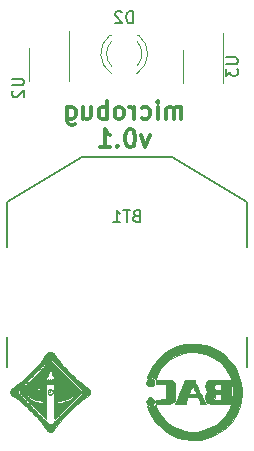
<source format=gbr>
G04 #@! TF.GenerationSoftware,KiCad,Pcbnew,(5.99.0-12170-ge0011fcd93)*
G04 #@! TF.CreationDate,2021-10-18T14:42:09-07:00*
G04 #@! TF.ProjectId,microbug,6d696372-6f62-4756-972e-6b696361645f,rev?*
G04 #@! TF.SameCoordinates,Original*
G04 #@! TF.FileFunction,Legend,Bot*
G04 #@! TF.FilePolarity,Positive*
%FSLAX46Y46*%
G04 Gerber Fmt 4.6, Leading zero omitted, Abs format (unit mm)*
G04 Created by KiCad (PCBNEW (5.99.0-12170-ge0011fcd93)) date 2021-10-18 14:42:09*
%MOMM*%
%LPD*%
G01*
G04 APERTURE LIST*
%ADD10C,0.300000*%
%ADD11C,0.150000*%
%ADD12C,0.120000*%
%ADD13C,0.010000*%
G04 APERTURE END LIST*
D10*
X78772436Y-47223071D02*
X78772436Y-46223071D01*
X78772436Y-46365928D02*
X78701008Y-46294500D01*
X78558150Y-46223071D01*
X78343865Y-46223071D01*
X78201008Y-46294500D01*
X78129579Y-46437357D01*
X78129579Y-47223071D01*
X78129579Y-46437357D02*
X78058150Y-46294500D01*
X77915293Y-46223071D01*
X77701008Y-46223071D01*
X77558150Y-46294500D01*
X77486722Y-46437357D01*
X77486722Y-47223071D01*
X76772436Y-47223071D02*
X76772436Y-46223071D01*
X76772436Y-45723071D02*
X76843865Y-45794500D01*
X76772436Y-45865928D01*
X76701008Y-45794500D01*
X76772436Y-45723071D01*
X76772436Y-45865928D01*
X75415293Y-47151642D02*
X75558150Y-47223071D01*
X75843865Y-47223071D01*
X75986722Y-47151642D01*
X76058150Y-47080214D01*
X76129579Y-46937357D01*
X76129579Y-46508785D01*
X76058150Y-46365928D01*
X75986722Y-46294500D01*
X75843865Y-46223071D01*
X75558150Y-46223071D01*
X75415293Y-46294500D01*
X74772436Y-47223071D02*
X74772436Y-46223071D01*
X74772436Y-46508785D02*
X74701008Y-46365928D01*
X74629579Y-46294500D01*
X74486722Y-46223071D01*
X74343865Y-46223071D01*
X73629579Y-47223071D02*
X73772436Y-47151642D01*
X73843865Y-47080214D01*
X73915293Y-46937357D01*
X73915293Y-46508785D01*
X73843865Y-46365928D01*
X73772436Y-46294500D01*
X73629579Y-46223071D01*
X73415293Y-46223071D01*
X73272436Y-46294500D01*
X73201008Y-46365928D01*
X73129579Y-46508785D01*
X73129579Y-46937357D01*
X73201008Y-47080214D01*
X73272436Y-47151642D01*
X73415293Y-47223071D01*
X73629579Y-47223071D01*
X72486722Y-47223071D02*
X72486722Y-45723071D01*
X72486722Y-46294500D02*
X72343865Y-46223071D01*
X72058150Y-46223071D01*
X71915293Y-46294500D01*
X71843865Y-46365928D01*
X71772436Y-46508785D01*
X71772436Y-46937357D01*
X71843865Y-47080214D01*
X71915293Y-47151642D01*
X72058150Y-47223071D01*
X72343865Y-47223071D01*
X72486722Y-47151642D01*
X70486722Y-46223071D02*
X70486722Y-47223071D01*
X71129579Y-46223071D02*
X71129579Y-47008785D01*
X71058150Y-47151642D01*
X70915293Y-47223071D01*
X70701008Y-47223071D01*
X70558150Y-47151642D01*
X70486722Y-47080214D01*
X69129579Y-46223071D02*
X69129579Y-47437357D01*
X69201008Y-47580214D01*
X69272436Y-47651642D01*
X69415293Y-47723071D01*
X69629579Y-47723071D01*
X69772436Y-47651642D01*
X69129579Y-47151642D02*
X69272436Y-47223071D01*
X69558150Y-47223071D01*
X69701008Y-47151642D01*
X69772436Y-47080214D01*
X69843865Y-46937357D01*
X69843865Y-46508785D01*
X69772436Y-46365928D01*
X69701008Y-46294500D01*
X69558150Y-46223071D01*
X69272436Y-46223071D01*
X69129579Y-46294500D01*
X76093865Y-48638071D02*
X75736722Y-49638071D01*
X75379579Y-48638071D01*
X74522436Y-48138071D02*
X74379579Y-48138071D01*
X74236722Y-48209500D01*
X74165293Y-48280928D01*
X74093865Y-48423785D01*
X74022436Y-48709500D01*
X74022436Y-49066642D01*
X74093865Y-49352357D01*
X74165293Y-49495214D01*
X74236722Y-49566642D01*
X74379579Y-49638071D01*
X74522436Y-49638071D01*
X74665293Y-49566642D01*
X74736722Y-49495214D01*
X74808150Y-49352357D01*
X74879579Y-49066642D01*
X74879579Y-48709500D01*
X74808150Y-48423785D01*
X74736722Y-48280928D01*
X74665293Y-48209500D01*
X74522436Y-48138071D01*
X73379579Y-49495214D02*
X73308150Y-49566642D01*
X73379579Y-49638071D01*
X73451008Y-49566642D01*
X73379579Y-49495214D01*
X73379579Y-49638071D01*
X71879579Y-49638071D02*
X72736722Y-49638071D01*
X72308150Y-49638071D02*
X72308150Y-48138071D01*
X72451008Y-48352357D01*
X72593865Y-48495214D01*
X72736722Y-48566642D01*
D11*
X74689095Y-39130380D02*
X74689095Y-38130380D01*
X74451000Y-38130380D01*
X74308142Y-38178000D01*
X74212904Y-38273238D01*
X74165285Y-38368476D01*
X74117666Y-38558952D01*
X74117666Y-38701809D01*
X74165285Y-38892285D01*
X74212904Y-38987523D01*
X74308142Y-39082761D01*
X74451000Y-39130380D01*
X74689095Y-39130380D01*
X73736714Y-38225619D02*
X73689095Y-38178000D01*
X73593857Y-38130380D01*
X73355761Y-38130380D01*
X73260523Y-38178000D01*
X73212904Y-38225619D01*
X73165285Y-38320857D01*
X73165285Y-38416095D01*
X73212904Y-38558952D01*
X73784333Y-39130380D01*
X73165285Y-39130380D01*
X64452380Y-43838095D02*
X65261904Y-43838095D01*
X65357142Y-43885714D01*
X65404761Y-43933333D01*
X65452380Y-44028571D01*
X65452380Y-44219047D01*
X65404761Y-44314285D01*
X65357142Y-44361904D01*
X65261904Y-44409523D01*
X64452380Y-44409523D01*
X64547619Y-44838095D02*
X64500000Y-44885714D01*
X64452380Y-44980952D01*
X64452380Y-45219047D01*
X64500000Y-45314285D01*
X64547619Y-45361904D01*
X64642857Y-45409523D01*
X64738095Y-45409523D01*
X64880952Y-45361904D01*
X65452380Y-44790476D01*
X65452380Y-45409523D01*
X74965703Y-55442582D02*
X74822846Y-55490201D01*
X74775227Y-55537820D01*
X74727608Y-55633058D01*
X74727608Y-55775915D01*
X74775227Y-55871153D01*
X74822846Y-55918772D01*
X74918084Y-55966391D01*
X75299036Y-55966391D01*
X75299036Y-54966391D01*
X74965703Y-54966391D01*
X74870465Y-55014011D01*
X74822846Y-55061630D01*
X74775227Y-55156868D01*
X74775227Y-55252106D01*
X74822846Y-55347344D01*
X74870465Y-55394963D01*
X74965703Y-55442582D01*
X75299036Y-55442582D01*
X74441893Y-54966391D02*
X73870465Y-54966391D01*
X74156179Y-55966391D02*
X74156179Y-54966391D01*
X73013322Y-55966391D02*
X73584750Y-55966391D01*
X73299036Y-55966391D02*
X73299036Y-54966391D01*
X73394274Y-55109249D01*
X73489512Y-55204487D01*
X73584750Y-55252106D01*
X82552380Y-42038095D02*
X83361904Y-42038095D01*
X83457142Y-42085714D01*
X83504761Y-42133333D01*
X83552380Y-42228571D01*
X83552380Y-42419047D01*
X83504761Y-42514285D01*
X83457142Y-42561904D01*
X83361904Y-42609523D01*
X82552380Y-42609523D01*
X82552380Y-42990476D02*
X82552380Y-43609523D01*
X82933333Y-43276190D01*
X82933333Y-43419047D01*
X82980952Y-43514285D01*
X83028571Y-43561904D01*
X83123809Y-43609523D01*
X83361904Y-43609523D01*
X83457142Y-43561904D01*
X83504761Y-43514285D01*
X83552380Y-43419047D01*
X83552380Y-43133333D01*
X83504761Y-43038095D01*
X83457142Y-42990476D01*
D12*
X72715000Y-40166000D02*
X72871000Y-40166000D01*
X75031000Y-40166000D02*
X75187000Y-40166000D01*
X75030837Y-42767130D02*
G75*
G03*
X75031000Y-40685039I-1079837J1041130D01*
G01*
X72871163Y-42767130D02*
G75*
G02*
X72871000Y-40685039I1079837J1041130D01*
G01*
X75029608Y-43398335D02*
G75*
G03*
X75186516Y-40166000I-1078608J1672335D01*
G01*
X72872392Y-43398335D02*
G75*
G02*
X72715484Y-40166000I1078608J1672335D01*
G01*
X69300000Y-44000000D02*
X69300000Y-39800000D01*
X65900000Y-44000000D02*
X65900000Y-41200000D01*
D11*
X84339989Y-65674011D02*
X84339989Y-68214011D01*
X84339989Y-54244011D02*
X84339989Y-58054011D01*
X70369989Y-50434011D02*
X77989989Y-50434011D01*
X77989989Y-50434011D02*
X84339989Y-54244011D01*
X70369989Y-50434011D02*
X64019989Y-54244011D01*
X64019989Y-65674011D02*
X64019989Y-68214011D01*
X64019989Y-54244011D02*
X64019989Y-58054011D01*
D13*
X67631709Y-70131779D02*
X67591583Y-70145461D01*
X67591583Y-70145461D02*
X67555460Y-70165608D01*
X67555460Y-70165608D02*
X67523812Y-70191858D01*
X67523812Y-70191858D02*
X67497107Y-70223847D01*
X67497107Y-70223847D02*
X67475818Y-70261214D01*
X67475818Y-70261214D02*
X67465663Y-70286574D01*
X67465663Y-70286574D02*
X67457067Y-70322443D01*
X67457067Y-70322443D02*
X67454484Y-70360717D01*
X67454484Y-70360717D02*
X67457913Y-70398810D01*
X67457913Y-70398810D02*
X67465663Y-70429427D01*
X67465663Y-70429427D02*
X67483384Y-70469910D01*
X67483384Y-70469910D02*
X67506735Y-70505190D01*
X67506735Y-70505190D02*
X67535247Y-70534908D01*
X67535247Y-70534908D02*
X67568445Y-70558710D01*
X67568445Y-70558710D02*
X67605859Y-70576238D01*
X67605859Y-70576238D02*
X67647016Y-70587137D01*
X67647016Y-70587137D02*
X67679277Y-70590708D01*
X67679277Y-70590708D02*
X67708431Y-70590548D01*
X67708431Y-70590548D02*
X67734631Y-70587319D01*
X67734631Y-70587319D02*
X67737892Y-70586627D01*
X67737892Y-70586627D02*
X67777082Y-70573977D01*
X67777082Y-70573977D02*
X67813037Y-70554368D01*
X67813037Y-70554368D02*
X67846157Y-70527575D01*
X67846157Y-70527575D02*
X67851347Y-70522478D01*
X67851347Y-70522478D02*
X67875956Y-70494607D01*
X67875956Y-70494607D02*
X67894283Y-70466279D01*
X67894283Y-70466279D02*
X67907645Y-70435214D01*
X67907645Y-70435214D02*
X67913834Y-70414287D01*
X67913834Y-70414287D02*
X67920348Y-70373330D01*
X67920348Y-70373330D02*
X67919882Y-70353443D01*
X67919882Y-70353443D02*
X67899402Y-70353443D01*
X67899402Y-70353443D02*
X67896904Y-70391274D01*
X67896904Y-70391274D02*
X67887833Y-70427911D01*
X67887833Y-70427911D02*
X67872190Y-70462001D01*
X67872190Y-70462001D02*
X67867458Y-70469651D01*
X67867458Y-70469651D02*
X67842330Y-70501864D01*
X67842330Y-70501864D02*
X67812919Y-70528656D01*
X67812919Y-70528656D02*
X67780205Y-70549307D01*
X67780205Y-70549307D02*
X67745171Y-70563093D01*
X67745171Y-70563093D02*
X67737964Y-70564965D01*
X67737964Y-70564965D02*
X67721007Y-70567486D01*
X67721007Y-70567486D02*
X67699499Y-70568569D01*
X67699499Y-70568569D02*
X67676297Y-70568274D01*
X67676297Y-70568274D02*
X67654261Y-70566662D01*
X67654261Y-70566662D02*
X67636248Y-70563793D01*
X67636248Y-70563793D02*
X67632117Y-70562715D01*
X67632117Y-70562715D02*
X67596569Y-70548541D01*
X67596569Y-70548541D02*
X67563558Y-70528352D01*
X67563558Y-70528352D02*
X67534496Y-70503279D01*
X67534496Y-70503279D02*
X67510798Y-70474455D01*
X67510798Y-70474455D02*
X67500517Y-70457328D01*
X67500517Y-70457328D02*
X67485179Y-70420311D01*
X67485179Y-70420311D02*
X67477178Y-70382641D01*
X67477178Y-70382641D02*
X67476166Y-70345105D01*
X67476166Y-70345105D02*
X67481798Y-70308491D01*
X67481798Y-70308491D02*
X67493729Y-70273587D01*
X67493729Y-70273587D02*
X67511613Y-70241179D01*
X67511613Y-70241179D02*
X67535104Y-70212056D01*
X67535104Y-70212056D02*
X67563857Y-70187005D01*
X67563857Y-70187005D02*
X67597525Y-70166814D01*
X67597525Y-70166814D02*
X67634242Y-70152706D01*
X67634242Y-70152706D02*
X67657834Y-70148324D01*
X67657834Y-70148324D02*
X67685587Y-70147014D01*
X67685587Y-70147014D02*
X67714581Y-70148619D01*
X67714581Y-70148619D02*
X67741896Y-70152983D01*
X67741896Y-70152983D02*
X67763963Y-70159676D01*
X67763963Y-70159676D02*
X67800330Y-70178499D01*
X67800330Y-70178499D02*
X67831743Y-70203070D01*
X67831743Y-70203070D02*
X67858848Y-70233930D01*
X67858848Y-70233930D02*
X67867458Y-70246349D01*
X67867458Y-70246349D02*
X67884679Y-70279626D01*
X67884679Y-70279626D02*
X67895327Y-70315776D01*
X67895327Y-70315776D02*
X67899402Y-70353443D01*
X67899402Y-70353443D02*
X67919882Y-70353443D01*
X67919882Y-70353443D02*
X67919373Y-70331779D01*
X67919373Y-70331779D02*
X67911047Y-70290754D01*
X67911047Y-70290754D02*
X67895506Y-70251373D01*
X67895506Y-70251373D02*
X67893450Y-70247358D01*
X67893450Y-70247358D02*
X67878032Y-70223518D01*
X67878032Y-70223518D02*
X67857306Y-70199386D01*
X67857306Y-70199386D02*
X67833411Y-70177036D01*
X67833411Y-70177036D02*
X67808487Y-70158546D01*
X67808487Y-70158546D02*
X67792600Y-70149507D01*
X67792600Y-70149507D02*
X67753556Y-70134149D01*
X67753556Y-70134149D02*
X67714057Y-70125874D01*
X67714057Y-70125874D02*
X67675369Y-70124924D01*
X67675369Y-70124924D02*
X67631709Y-70131779D01*
X67631709Y-70131779D02*
X67631709Y-70131779D01*
G36*
X67913834Y-70414287D02*
G01*
X67907645Y-70435214D01*
X67894283Y-70466279D01*
X67875956Y-70494607D01*
X67851347Y-70522478D01*
X67846157Y-70527575D01*
X67813037Y-70554368D01*
X67777082Y-70573977D01*
X67737892Y-70586627D01*
X67734631Y-70587319D01*
X67708431Y-70590548D01*
X67679277Y-70590708D01*
X67647016Y-70587137D01*
X67605859Y-70576238D01*
X67568445Y-70558710D01*
X67535247Y-70534908D01*
X67506735Y-70505190D01*
X67483384Y-70469910D01*
X67465663Y-70429427D01*
X67457913Y-70398810D01*
X67454484Y-70360717D01*
X67455538Y-70345105D01*
X67476166Y-70345105D01*
X67477178Y-70382641D01*
X67485179Y-70420311D01*
X67500517Y-70457328D01*
X67510798Y-70474455D01*
X67534496Y-70503279D01*
X67563558Y-70528352D01*
X67596569Y-70548541D01*
X67632117Y-70562715D01*
X67636248Y-70563793D01*
X67654261Y-70566662D01*
X67676297Y-70568274D01*
X67699499Y-70568569D01*
X67721007Y-70567486D01*
X67737964Y-70564965D01*
X67745171Y-70563093D01*
X67780205Y-70549307D01*
X67812919Y-70528656D01*
X67842330Y-70501864D01*
X67867458Y-70469651D01*
X67872190Y-70462001D01*
X67887833Y-70427911D01*
X67896904Y-70391274D01*
X67899402Y-70353443D01*
X67895327Y-70315776D01*
X67884679Y-70279626D01*
X67867458Y-70246349D01*
X67858848Y-70233930D01*
X67831743Y-70203070D01*
X67800330Y-70178499D01*
X67763963Y-70159676D01*
X67741896Y-70152983D01*
X67714581Y-70148619D01*
X67685587Y-70147014D01*
X67657834Y-70148324D01*
X67634242Y-70152706D01*
X67597525Y-70166814D01*
X67563857Y-70187005D01*
X67535104Y-70212056D01*
X67511613Y-70241179D01*
X67493729Y-70273587D01*
X67481798Y-70308491D01*
X67476166Y-70345105D01*
X67455538Y-70345105D01*
X67457067Y-70322443D01*
X67465663Y-70286574D01*
X67475818Y-70261214D01*
X67497107Y-70223847D01*
X67523812Y-70191858D01*
X67555460Y-70165608D01*
X67591583Y-70145461D01*
X67631709Y-70131779D01*
X67675369Y-70124924D01*
X67714057Y-70125874D01*
X67753556Y-70134149D01*
X67792600Y-70149507D01*
X67808487Y-70158546D01*
X67833411Y-70177036D01*
X67857306Y-70199386D01*
X67878032Y-70223518D01*
X67893450Y-70247358D01*
X67895506Y-70251373D01*
X67911047Y-70290754D01*
X67919373Y-70331779D01*
X67919882Y-70353443D01*
X67920348Y-70373330D01*
X67913834Y-70414287D01*
G37*
X67913834Y-70414287D02*
X67907645Y-70435214D01*
X67894283Y-70466279D01*
X67875956Y-70494607D01*
X67851347Y-70522478D01*
X67846157Y-70527575D01*
X67813037Y-70554368D01*
X67777082Y-70573977D01*
X67737892Y-70586627D01*
X67734631Y-70587319D01*
X67708431Y-70590548D01*
X67679277Y-70590708D01*
X67647016Y-70587137D01*
X67605859Y-70576238D01*
X67568445Y-70558710D01*
X67535247Y-70534908D01*
X67506735Y-70505190D01*
X67483384Y-70469910D01*
X67465663Y-70429427D01*
X67457913Y-70398810D01*
X67454484Y-70360717D01*
X67455538Y-70345105D01*
X67476166Y-70345105D01*
X67477178Y-70382641D01*
X67485179Y-70420311D01*
X67500517Y-70457328D01*
X67510798Y-70474455D01*
X67534496Y-70503279D01*
X67563558Y-70528352D01*
X67596569Y-70548541D01*
X67632117Y-70562715D01*
X67636248Y-70563793D01*
X67654261Y-70566662D01*
X67676297Y-70568274D01*
X67699499Y-70568569D01*
X67721007Y-70567486D01*
X67737964Y-70564965D01*
X67745171Y-70563093D01*
X67780205Y-70549307D01*
X67812919Y-70528656D01*
X67842330Y-70501864D01*
X67867458Y-70469651D01*
X67872190Y-70462001D01*
X67887833Y-70427911D01*
X67896904Y-70391274D01*
X67899402Y-70353443D01*
X67895327Y-70315776D01*
X67884679Y-70279626D01*
X67867458Y-70246349D01*
X67858848Y-70233930D01*
X67831743Y-70203070D01*
X67800330Y-70178499D01*
X67763963Y-70159676D01*
X67741896Y-70152983D01*
X67714581Y-70148619D01*
X67685587Y-70147014D01*
X67657834Y-70148324D01*
X67634242Y-70152706D01*
X67597525Y-70166814D01*
X67563857Y-70187005D01*
X67535104Y-70212056D01*
X67511613Y-70241179D01*
X67493729Y-70273587D01*
X67481798Y-70308491D01*
X67476166Y-70345105D01*
X67455538Y-70345105D01*
X67457067Y-70322443D01*
X67465663Y-70286574D01*
X67475818Y-70261214D01*
X67497107Y-70223847D01*
X67523812Y-70191858D01*
X67555460Y-70165608D01*
X67591583Y-70145461D01*
X67631709Y-70131779D01*
X67675369Y-70124924D01*
X67714057Y-70125874D01*
X67753556Y-70134149D01*
X67792600Y-70149507D01*
X67808487Y-70158546D01*
X67833411Y-70177036D01*
X67857306Y-70199386D01*
X67878032Y-70223518D01*
X67893450Y-70247358D01*
X67895506Y-70251373D01*
X67911047Y-70290754D01*
X67919373Y-70331779D01*
X67919882Y-70353443D01*
X67920348Y-70373330D01*
X67913834Y-70414287D01*
X67656390Y-67759623D02*
X67620738Y-67770130D01*
X67620738Y-67770130D02*
X67607827Y-67775898D01*
X67607827Y-67775898D02*
X67605532Y-67777190D01*
X67605532Y-67777190D02*
X67602569Y-67779204D01*
X67602569Y-67779204D02*
X67598786Y-67782091D01*
X67598786Y-67782091D02*
X67594030Y-67786001D01*
X67594030Y-67786001D02*
X67588150Y-67791086D01*
X67588150Y-67791086D02*
X67580992Y-67797495D01*
X67580992Y-67797495D02*
X67572405Y-67805380D01*
X67572405Y-67805380D02*
X67562236Y-67814891D01*
X67562236Y-67814891D02*
X67550332Y-67826180D01*
X67550332Y-67826180D02*
X67536542Y-67839397D01*
X67536542Y-67839397D02*
X67520712Y-67854693D01*
X67520712Y-67854693D02*
X67502690Y-67872218D01*
X67502690Y-67872218D02*
X67482325Y-67892123D01*
X67482325Y-67892123D02*
X67459463Y-67914560D01*
X67459463Y-67914560D02*
X67433952Y-67939679D01*
X67433952Y-67939679D02*
X67405640Y-67967630D01*
X67405640Y-67967630D02*
X67374374Y-67998565D01*
X67374374Y-67998565D02*
X67340002Y-68032633D01*
X67340002Y-68032633D02*
X67302371Y-68069987D01*
X67302371Y-68069987D02*
X67261330Y-68110777D01*
X67261330Y-68110777D02*
X67216725Y-68155153D01*
X67216725Y-68155153D02*
X67168404Y-68203267D01*
X67168404Y-68203267D02*
X67116216Y-68255268D01*
X67116216Y-68255268D02*
X67060006Y-68311309D01*
X67060006Y-68311309D02*
X66999624Y-68371539D01*
X66999624Y-68371539D02*
X66934917Y-68436109D01*
X66934917Y-68436109D02*
X66865731Y-68505171D01*
X66865731Y-68505171D02*
X66791916Y-68578875D01*
X66791916Y-68578875D02*
X66713318Y-68657371D01*
X66713318Y-68657371D02*
X66629785Y-68740811D01*
X66629785Y-68740811D02*
X66541164Y-68829345D01*
X66541164Y-68829345D02*
X66447304Y-68923124D01*
X66447304Y-68923124D02*
X66360988Y-69009373D01*
X66360988Y-69009373D02*
X66278894Y-69091417D01*
X66278894Y-69091417D02*
X66198137Y-69172151D01*
X66198137Y-69172151D02*
X66118895Y-69251394D01*
X66118895Y-69251394D02*
X66041347Y-69328968D01*
X66041347Y-69328968D02*
X65965674Y-69404691D01*
X65965674Y-69404691D02*
X65892053Y-69478384D01*
X65892053Y-69478384D02*
X65820666Y-69549867D01*
X65820666Y-69549867D02*
X65751690Y-69618959D01*
X65751690Y-69618959D02*
X65685305Y-69685481D01*
X65685305Y-69685481D02*
X65621692Y-69749253D01*
X65621692Y-69749253D02*
X65561028Y-69810094D01*
X65561028Y-69810094D02*
X65503494Y-69867825D01*
X65503494Y-69867825D02*
X65449268Y-69922265D01*
X65449268Y-69922265D02*
X65398531Y-69973235D01*
X65398531Y-69973235D02*
X65351461Y-70020555D01*
X65351461Y-70020555D02*
X65308237Y-70064043D01*
X65308237Y-70064043D02*
X65269041Y-70103522D01*
X65269041Y-70103522D02*
X65234049Y-70138809D01*
X65234049Y-70138809D02*
X65203443Y-70169726D01*
X65203443Y-70169726D02*
X65177400Y-70196092D01*
X65177400Y-70196092D02*
X65156102Y-70217727D01*
X65156102Y-70217727D02*
X65139726Y-70234452D01*
X65139726Y-70234452D02*
X65128452Y-70246085D01*
X65128452Y-70246085D02*
X65122461Y-70252448D01*
X65122461Y-70252448D02*
X65121593Y-70253464D01*
X65121593Y-70253464D02*
X65103135Y-70284315D01*
X65103135Y-70284315D02*
X65091608Y-70317635D01*
X65091608Y-70317635D02*
X65087009Y-70352283D01*
X65087009Y-70352283D02*
X65089339Y-70387116D01*
X65089339Y-70387116D02*
X65098598Y-70420992D01*
X65098598Y-70420992D02*
X65114787Y-70452770D01*
X65114787Y-70452770D02*
X65121601Y-70462536D01*
X65121601Y-70462536D02*
X65125545Y-70466880D01*
X65125545Y-70466880D02*
X65134830Y-70476554D01*
X65134830Y-70476554D02*
X65149263Y-70491367D01*
X65149263Y-70491367D02*
X65168654Y-70511126D01*
X65168654Y-70511126D02*
X65192811Y-70535639D01*
X65192811Y-70535639D02*
X65221544Y-70564715D01*
X65221544Y-70564715D02*
X65254662Y-70598161D01*
X65254662Y-70598161D02*
X65291973Y-70635786D01*
X65291973Y-70635786D02*
X65333287Y-70677399D01*
X65333287Y-70677399D02*
X65378412Y-70722806D01*
X65378412Y-70722806D02*
X65427158Y-70771816D01*
X65427158Y-70771816D02*
X65479334Y-70824238D01*
X65479334Y-70824238D02*
X65534749Y-70879879D01*
X65534749Y-70879879D02*
X65593211Y-70938547D01*
X65593211Y-70938547D02*
X65654530Y-71000051D01*
X65654530Y-71000051D02*
X65718515Y-71064199D01*
X65718515Y-71064199D02*
X65784974Y-71130798D01*
X65784974Y-71130798D02*
X65853718Y-71199658D01*
X65853718Y-71199658D02*
X65924553Y-71270585D01*
X65924553Y-71270585D02*
X65997291Y-71343389D01*
X65997291Y-71343389D02*
X66071740Y-71417876D01*
X66071740Y-71417876D02*
X66147708Y-71493856D01*
X66147708Y-71493856D02*
X66221296Y-71567428D01*
X66221296Y-71567428D02*
X67304138Y-72649857D01*
X67304138Y-72649857D02*
X67304138Y-72554452D01*
X67304138Y-72554452D02*
X67334423Y-72553311D01*
X67334423Y-72553311D02*
X67364707Y-72552170D01*
X67364707Y-72552170D02*
X67365690Y-71201085D01*
X67365690Y-71201085D02*
X67365750Y-71117165D01*
X67365750Y-71117165D02*
X67113489Y-71117165D01*
X67113489Y-71117165D02*
X67111425Y-71131283D01*
X67111425Y-71131283D02*
X67110429Y-71139254D01*
X67110429Y-71139254D02*
X67108799Y-71153654D01*
X67108799Y-71153654D02*
X67106681Y-71173135D01*
X67106681Y-71173135D02*
X67104219Y-71196350D01*
X67104219Y-71196350D02*
X67101561Y-71221950D01*
X67101561Y-71221950D02*
X67100454Y-71232762D01*
X67100454Y-71232762D02*
X67091547Y-71320124D01*
X67091547Y-71320124D02*
X67067912Y-71317502D01*
X67067912Y-71317502D02*
X67057295Y-71316108D01*
X67057295Y-71316108D02*
X67040401Y-71313628D01*
X67040401Y-71313628D02*
X67018655Y-71310284D01*
X67018655Y-71310284D02*
X66993485Y-71306296D01*
X66993485Y-71306296D02*
X66966318Y-71301888D01*
X66966318Y-71301888D02*
X66950492Y-71299272D01*
X66950492Y-71299272D02*
X66835451Y-71278610D01*
X66835451Y-71278610D02*
X66724496Y-71255639D01*
X66724496Y-71255639D02*
X66617932Y-71230475D01*
X66617932Y-71230475D02*
X66516065Y-71203235D01*
X66516065Y-71203235D02*
X66419201Y-71174036D01*
X66419201Y-71174036D02*
X66327646Y-71142994D01*
X66327646Y-71142994D02*
X66241705Y-71110227D01*
X66241705Y-71110227D02*
X66161686Y-71075851D01*
X66161686Y-71075851D02*
X66087892Y-71039982D01*
X66087892Y-71039982D02*
X66020632Y-71002738D01*
X66020632Y-71002738D02*
X65960209Y-70964236D01*
X65960209Y-70964236D02*
X65906931Y-70924592D01*
X65906931Y-70924592D02*
X65861102Y-70883923D01*
X65861102Y-70883923D02*
X65860176Y-70883013D01*
X65860176Y-70883013D02*
X65822046Y-70841961D01*
X65822046Y-70841961D02*
X65791504Y-70801171D01*
X65791504Y-70801171D02*
X65768349Y-70760237D01*
X65768349Y-70760237D02*
X65752383Y-70718750D01*
X65752383Y-70718750D02*
X65743405Y-70676304D01*
X65743405Y-70676304D02*
X65741119Y-70639706D01*
X65741119Y-70639706D02*
X65742961Y-70603831D01*
X65742961Y-70603831D02*
X65748864Y-70571825D01*
X65748864Y-70571825D02*
X65759578Y-70540478D01*
X65759578Y-70540478D02*
X65769098Y-70519699D01*
X65769098Y-70519699D02*
X65794068Y-70477709D01*
X65794068Y-70477709D02*
X65826625Y-70437095D01*
X65826625Y-70437095D02*
X65866652Y-70397921D01*
X65866652Y-70397921D02*
X65914032Y-70360251D01*
X65914032Y-70360251D02*
X65968647Y-70324150D01*
X65968647Y-70324150D02*
X66030380Y-70289681D01*
X66030380Y-70289681D02*
X66099114Y-70256909D01*
X66099114Y-70256909D02*
X66174731Y-70225898D01*
X66174731Y-70225898D02*
X66257115Y-70196711D01*
X66257115Y-70196711D02*
X66346147Y-70169414D01*
X66346147Y-70169414D02*
X66441712Y-70144069D01*
X66441712Y-70144069D02*
X66467890Y-70137742D01*
X66467890Y-70137742D02*
X66539641Y-70120735D01*
X66539641Y-70120735D02*
X66558053Y-70063291D01*
X66558053Y-70063291D02*
X66564498Y-70043397D01*
X66564498Y-70043397D02*
X66570174Y-70026274D01*
X66570174Y-70026274D02*
X66574634Y-70013243D01*
X66574634Y-70013243D02*
X66577431Y-70005623D01*
X66577431Y-70005623D02*
X66578096Y-70004216D01*
X66578096Y-70004216D02*
X66582138Y-70004259D01*
X66582138Y-70004259D02*
X66593186Y-70004899D01*
X66593186Y-70004899D02*
X66610458Y-70006075D01*
X66610458Y-70006075D02*
X66633174Y-70007723D01*
X66633174Y-70007723D02*
X66660552Y-70009779D01*
X66660552Y-70009779D02*
X66691812Y-70012180D01*
X66691812Y-70012180D02*
X66726171Y-70014863D01*
X66726171Y-70014863D02*
X66762849Y-70017764D01*
X66762849Y-70017764D02*
X66801064Y-70020819D01*
X66801064Y-70020819D02*
X66840036Y-70023967D01*
X66840036Y-70023967D02*
X66878982Y-70027142D01*
X66878982Y-70027142D02*
X66917122Y-70030282D01*
X66917122Y-70030282D02*
X66953674Y-70033324D01*
X66953674Y-70033324D02*
X66987857Y-70036204D01*
X66987857Y-70036204D02*
X67018890Y-70038858D01*
X67018890Y-70038858D02*
X67045992Y-70041223D01*
X67045992Y-70041223D02*
X67068381Y-70043237D01*
X67068381Y-70043237D02*
X67085277Y-70044835D01*
X67085277Y-70044835D02*
X67095897Y-70045954D01*
X67095897Y-70045954D02*
X67099457Y-70046509D01*
X67099457Y-70046509D02*
X67096086Y-70047908D01*
X67096086Y-70047908D02*
X67085953Y-70051486D01*
X67085953Y-70051486D02*
X67069734Y-70057022D01*
X67069734Y-70057022D02*
X67048106Y-70064297D01*
X67048106Y-70064297D02*
X67021743Y-70073090D01*
X67021743Y-70073090D02*
X66991322Y-70083179D01*
X66991322Y-70083179D02*
X66957519Y-70094343D01*
X66957519Y-70094343D02*
X66921010Y-70106364D01*
X66921010Y-70106364D02*
X66882471Y-70119018D01*
X66882471Y-70119018D02*
X66842577Y-70132086D01*
X66842577Y-70132086D02*
X66802004Y-70145348D01*
X66802004Y-70145348D02*
X66761429Y-70158582D01*
X66761429Y-70158582D02*
X66721527Y-70171567D01*
X66721527Y-70171567D02*
X66682974Y-70184083D01*
X66682974Y-70184083D02*
X66646447Y-70195909D01*
X66646447Y-70195909D02*
X66612620Y-70206825D01*
X66612620Y-70206825D02*
X66582170Y-70216610D01*
X66582170Y-70216610D02*
X66555774Y-70225042D01*
X66555774Y-70225042D02*
X66534106Y-70231902D01*
X66534106Y-70231902D02*
X66517842Y-70236968D01*
X66517842Y-70236968D02*
X66507660Y-70240020D01*
X66507660Y-70240020D02*
X66504286Y-70240866D01*
X66504286Y-70240866D02*
X66502990Y-70237285D01*
X66502990Y-70237285D02*
X66504997Y-70226734D01*
X66504997Y-70226734D02*
X66510288Y-70209316D01*
X66510288Y-70209316D02*
X66511104Y-70206882D01*
X66511104Y-70206882D02*
X66515947Y-70191849D01*
X66515947Y-70191849D02*
X66519371Y-70179826D01*
X66519371Y-70179826D02*
X66520902Y-70172556D01*
X66520902Y-70172556D02*
X66520807Y-70171244D01*
X66520807Y-70171244D02*
X66515936Y-70171233D01*
X66515936Y-70171233D02*
X66504685Y-70173755D01*
X66504685Y-70173755D02*
X66487951Y-70178494D01*
X66487951Y-70178494D02*
X66466634Y-70185137D01*
X66466634Y-70185137D02*
X66441631Y-70193368D01*
X66441631Y-70193368D02*
X66413840Y-70202873D01*
X66413840Y-70202873D02*
X66384159Y-70213337D01*
X66384159Y-70213337D02*
X66353488Y-70224446D01*
X66353488Y-70224446D02*
X66322722Y-70235885D01*
X66322722Y-70235885D02*
X66292762Y-70247339D01*
X66292762Y-70247339D02*
X66264505Y-70258494D01*
X66264505Y-70258494D02*
X66238850Y-70269036D01*
X66238850Y-70269036D02*
X66226349Y-70274382D01*
X66226349Y-70274382D02*
X66161271Y-70304521D01*
X66161271Y-70304521D02*
X66101580Y-70335900D01*
X66101580Y-70335900D02*
X66047501Y-70368295D01*
X66047501Y-70368295D02*
X65999255Y-70401485D01*
X65999255Y-70401485D02*
X65957064Y-70435245D01*
X65957064Y-70435245D02*
X65921153Y-70469355D01*
X65921153Y-70469355D02*
X65891744Y-70503590D01*
X65891744Y-70503590D02*
X65869059Y-70537728D01*
X65869059Y-70537728D02*
X65853322Y-70571546D01*
X65853322Y-70571546D02*
X65844754Y-70604822D01*
X65844754Y-70604822D02*
X65843580Y-70637333D01*
X65843580Y-70637333D02*
X65846108Y-70654538D01*
X65846108Y-70654538D02*
X65857472Y-70689268D01*
X65857472Y-70689268D02*
X65876391Y-70723406D01*
X65876391Y-70723406D02*
X65902619Y-70756850D01*
X65902619Y-70756850D02*
X65935913Y-70789502D01*
X65935913Y-70789502D02*
X65976027Y-70821263D01*
X65976027Y-70821263D02*
X66022716Y-70852032D01*
X66022716Y-70852032D02*
X66075736Y-70881711D01*
X66075736Y-70881711D02*
X66134841Y-70910201D01*
X66134841Y-70910201D02*
X66199786Y-70937401D01*
X66199786Y-70937401D02*
X66270328Y-70963213D01*
X66270328Y-70963213D02*
X66346219Y-70987536D01*
X66346219Y-70987536D02*
X66427217Y-71010272D01*
X66427217Y-71010272D02*
X66513076Y-71031322D01*
X66513076Y-71031322D02*
X66603551Y-71050585D01*
X66603551Y-71050585D02*
X66698396Y-71067962D01*
X66698396Y-71067962D02*
X66797369Y-71083355D01*
X66797369Y-71083355D02*
X66900222Y-71096662D01*
X66900222Y-71096662D02*
X66948538Y-71102032D01*
X66948538Y-71102032D02*
X66977095Y-71104995D01*
X66977095Y-71104995D02*
X67005433Y-71107845D01*
X67005433Y-71107845D02*
X67031834Y-71110415D01*
X67031834Y-71110415D02*
X67054577Y-71112540D01*
X67054577Y-71112540D02*
X67071946Y-71114053D01*
X67071946Y-71114053D02*
X67076929Y-71114444D01*
X67076929Y-71114444D02*
X67113489Y-71117165D01*
X67113489Y-71117165D02*
X67365750Y-71117165D01*
X67365750Y-71117165D02*
X67366672Y-69850000D01*
X67366672Y-69850000D02*
X67308046Y-69850000D01*
X67308046Y-69850000D02*
X67308046Y-69807358D01*
X67308046Y-69807358D02*
X67336377Y-69806210D01*
X67336377Y-69806210D02*
X67364707Y-69805062D01*
X67364707Y-69805062D02*
X67364707Y-69211093D01*
X67364707Y-69211093D02*
X67336377Y-69209945D01*
X67336377Y-69209945D02*
X67308046Y-69208796D01*
X67308046Y-69208796D02*
X67308046Y-69166154D01*
X67308046Y-69166154D02*
X67364875Y-69166154D01*
X67364875Y-69166154D02*
X67387850Y-69049900D01*
X67387850Y-69049900D02*
X67395303Y-69012854D01*
X67395303Y-69012854D02*
X67401598Y-68983062D01*
X67401598Y-68983062D02*
X67406846Y-68960065D01*
X67406846Y-68960065D02*
X67411159Y-68943406D01*
X67411159Y-68943406D02*
X67414647Y-68932627D01*
X67414647Y-68932627D02*
X67417422Y-68927271D01*
X67417422Y-68927271D02*
X67417654Y-68927025D01*
X67417654Y-68927025D02*
X67422119Y-68919424D01*
X67422119Y-68919424D02*
X67425910Y-68907405D01*
X67425910Y-68907405D02*
X67427290Y-68899996D01*
X67427290Y-68899996D02*
X67429529Y-68888529D01*
X67429529Y-68888529D02*
X67431982Y-68884832D01*
X67431982Y-68884832D02*
X67434599Y-68888861D01*
X67434599Y-68888861D02*
X67437328Y-68900575D01*
X67437328Y-68900575D02*
X67438707Y-68909223D01*
X67438707Y-68909223D02*
X67441444Y-68921188D01*
X67441444Y-68921188D02*
X67445092Y-68927297D01*
X67445092Y-68927297D02*
X67446500Y-68927785D01*
X67446500Y-68927785D02*
X67449776Y-68931613D01*
X67449776Y-68931613D02*
X67453673Y-68943124D01*
X67453673Y-68943124D02*
X67458205Y-68962361D01*
X67458205Y-68962361D02*
X67460484Y-68973700D01*
X67460484Y-68973700D02*
X67464151Y-68992035D01*
X67464151Y-68992035D02*
X67467523Y-69007738D01*
X67467523Y-69007738D02*
X67470219Y-69019107D01*
X67470219Y-69019107D02*
X67471830Y-69024386D01*
X67471830Y-69024386D02*
X67473209Y-69021456D01*
X67473209Y-69021456D02*
X67476460Y-69011527D01*
X67476460Y-69011527D02*
X67481428Y-68995151D01*
X67481428Y-68995151D02*
X67487956Y-68972877D01*
X67487956Y-68972877D02*
X67495889Y-68945254D01*
X67495889Y-68945254D02*
X67505070Y-68912833D01*
X67505070Y-68912833D02*
X67515343Y-68876162D01*
X67515343Y-68876162D02*
X67526551Y-68835793D01*
X67526551Y-68835793D02*
X67538539Y-68792274D01*
X67538539Y-68792274D02*
X67551151Y-68746155D01*
X67551151Y-68746155D02*
X67557315Y-68723494D01*
X67557315Y-68723494D02*
X67640324Y-68417831D01*
X67640324Y-68417831D02*
X67640262Y-68366054D01*
X67640262Y-68366054D02*
X67640307Y-68345067D01*
X67640307Y-68345067D02*
X67640619Y-68330664D01*
X67640619Y-68330664D02*
X67641376Y-68321615D01*
X67641376Y-68321615D02*
X67642757Y-68316688D01*
X67642757Y-68316688D02*
X67644939Y-68314653D01*
X67644939Y-68314653D02*
X67647752Y-68314277D01*
X67647752Y-68314277D02*
X67654917Y-68311207D01*
X67654917Y-68311207D02*
X67657245Y-68307439D01*
X67657245Y-68307439D02*
X67658233Y-68301840D01*
X67658233Y-68301840D02*
X67660018Y-68289585D01*
X67660018Y-68289585D02*
X67662452Y-68271777D01*
X67662452Y-68271777D02*
X67665386Y-68249516D01*
X67665386Y-68249516D02*
X67668674Y-68223906D01*
X67668674Y-68223906D02*
X67671913Y-68198099D01*
X67671913Y-68198099D02*
X67675341Y-68170892D01*
X67675341Y-68170892D02*
X67678514Y-68146494D01*
X67678514Y-68146494D02*
X67681293Y-68125897D01*
X67681293Y-68125897D02*
X67683542Y-68110097D01*
X67683542Y-68110097D02*
X67685123Y-68100087D01*
X67685123Y-68100087D02*
X67685892Y-68096852D01*
X67685892Y-68096852D02*
X67686627Y-68100790D01*
X67686627Y-68100790D02*
X67688196Y-68111268D01*
X67688196Y-68111268D02*
X67690438Y-68127073D01*
X67690438Y-68127073D02*
X67693190Y-68146993D01*
X67693190Y-68146993D02*
X67696293Y-68169815D01*
X67696293Y-68169815D02*
X67699584Y-68194328D01*
X67699584Y-68194328D02*
X67702902Y-68219320D01*
X67702902Y-68219320D02*
X67706087Y-68243578D01*
X67706087Y-68243578D02*
X67708976Y-68265889D01*
X67708976Y-68265889D02*
X67711408Y-68285042D01*
X67711408Y-68285042D02*
X67713222Y-68299824D01*
X67713222Y-68299824D02*
X67714257Y-68309023D01*
X67714257Y-68309023D02*
X67714437Y-68311347D01*
X67714437Y-68311347D02*
X67717726Y-68313730D01*
X67717726Y-68313730D02*
X67722261Y-68314277D01*
X67722261Y-68314277D02*
X67725530Y-68314722D01*
X67725530Y-68314722D02*
X67727724Y-68316913D01*
X67727724Y-68316913D02*
X67729048Y-68322131D01*
X67729048Y-68322131D02*
X67729705Y-68331660D01*
X67729705Y-68331660D02*
X67729899Y-68346781D01*
X67729899Y-68346781D02*
X67729866Y-68362147D01*
X67729866Y-68362147D02*
X67729654Y-68410016D01*
X67729654Y-68410016D02*
X67812904Y-68717718D01*
X67812904Y-68717718D02*
X67825770Y-68765177D01*
X67825770Y-68765177D02*
X67838080Y-68810400D01*
X67838080Y-68810400D02*
X67849678Y-68852828D01*
X67849678Y-68852828D02*
X67860410Y-68891900D01*
X67860410Y-68891900D02*
X67870120Y-68927058D01*
X67870120Y-68927058D02*
X67878653Y-68957742D01*
X67878653Y-68957742D02*
X67885853Y-68983392D01*
X67885853Y-68983392D02*
X67891565Y-69003449D01*
X67891565Y-69003449D02*
X67895634Y-69017353D01*
X67895634Y-69017353D02*
X67897904Y-69024544D01*
X67897904Y-69024544D02*
X67898314Y-69025448D01*
X67898314Y-69025448D02*
X67899839Y-69021863D01*
X67899839Y-69021863D02*
X67902411Y-69012070D01*
X67902411Y-69012070D02*
X67905675Y-68997552D01*
X67905675Y-68997552D02*
X67909277Y-68979790D01*
X67909277Y-68979790D02*
X67909397Y-68979165D01*
X67909397Y-68979165D02*
X67914244Y-68956159D01*
X67914244Y-68956159D02*
X67918646Y-68940104D01*
X67918646Y-68940104D02*
X67922862Y-68930170D01*
X67922862Y-68930170D02*
X67925799Y-68926449D01*
X67925799Y-68926449D02*
X67931635Y-68917749D01*
X67931635Y-68917749D02*
X67933666Y-68909262D01*
X67933666Y-68909262D02*
X67935100Y-68897006D01*
X67935100Y-68897006D02*
X67936981Y-68888708D01*
X67936981Y-68888708D02*
X67938761Y-68884515D01*
X67938761Y-68884515D02*
X67940492Y-68885618D01*
X67940492Y-68885618D02*
X67942646Y-68892888D01*
X67942646Y-68892888D02*
X67944915Y-68903362D01*
X67944915Y-68903362D02*
X67948293Y-68916431D01*
X67948293Y-68916431D02*
X67951936Y-68925154D01*
X67951936Y-68925154D02*
X67954705Y-68927785D01*
X67954705Y-68927785D02*
X67957037Y-68931624D01*
X67957037Y-68931624D02*
X67960571Y-68943063D01*
X67960571Y-68943063D02*
X67965279Y-68961982D01*
X67965279Y-68961982D02*
X67971131Y-68988264D01*
X67971131Y-68988264D02*
X67978100Y-69021789D01*
X67978100Y-69021789D02*
X67981775Y-69040131D01*
X67981775Y-69040131D02*
X67987526Y-69069007D01*
X67987526Y-69069007D02*
X67992862Y-69095602D01*
X67992862Y-69095602D02*
X67997575Y-69118889D01*
X67997575Y-69118889D02*
X68001455Y-69137842D01*
X68001455Y-69137842D02*
X68004294Y-69151434D01*
X68004294Y-69151434D02*
X68005882Y-69158638D01*
X68005882Y-69158638D02*
X68006058Y-69159316D01*
X68006058Y-69159316D02*
X68008327Y-69162907D01*
X68008327Y-69162907D02*
X68013649Y-69164997D01*
X68013649Y-69164997D02*
X68023692Y-69165955D01*
X68023692Y-69165955D02*
X68037094Y-69166154D01*
X68037094Y-69166154D02*
X68066138Y-69166154D01*
X68066138Y-69166154D02*
X68066138Y-69209139D01*
X68066138Y-69209139D02*
X68011430Y-69209139D01*
X68011430Y-69209139D02*
X68011430Y-69807016D01*
X68011430Y-69807016D02*
X68066138Y-69807016D01*
X68066138Y-69807016D02*
X68066138Y-69850000D01*
X68066138Y-69850000D02*
X68011430Y-69850000D01*
X68011430Y-69850000D02*
X68011430Y-72554123D01*
X68011430Y-72554123D02*
X68069805Y-72554123D01*
X68069805Y-72554123D02*
X68070902Y-72601051D01*
X68070902Y-72601051D02*
X68072000Y-72647978D01*
X68072000Y-72647978D02*
X69166507Y-71552812D01*
X69166507Y-71552812D02*
X69259142Y-71460119D01*
X69259142Y-71460119D02*
X69346413Y-71372788D01*
X69346413Y-71372788D02*
X69428480Y-71290657D01*
X69428480Y-71290657D02*
X69505505Y-71213561D01*
X69505505Y-71213561D02*
X69577650Y-71141337D01*
X69577650Y-71141337D02*
X69645076Y-71073820D01*
X69645076Y-71073820D02*
X69707945Y-71010848D01*
X69707945Y-71010848D02*
X69766417Y-70952258D01*
X69766417Y-70952258D02*
X69820655Y-70897884D01*
X69820655Y-70897884D02*
X69870821Y-70847564D01*
X69870821Y-70847564D02*
X69917074Y-70801133D01*
X69917074Y-70801133D02*
X69959578Y-70758429D01*
X69959578Y-70758429D02*
X69998493Y-70719288D01*
X69998493Y-70719288D02*
X70033981Y-70683546D01*
X70033981Y-70683546D02*
X70066204Y-70651039D01*
X70066204Y-70651039D02*
X70090154Y-70626829D01*
X70090154Y-70626829D02*
X69634503Y-70626829D01*
X69634503Y-70626829D02*
X69634218Y-70654028D01*
X69634218Y-70654028D02*
X69632183Y-70680147D01*
X69632183Y-70680147D02*
X69628445Y-70702297D01*
X69628445Y-70702297D02*
X69627617Y-70705559D01*
X69627617Y-70705559D02*
X69611185Y-70751461D01*
X69611185Y-70751461D02*
X69587049Y-70796297D01*
X69587049Y-70796297D02*
X69555202Y-70840071D01*
X69555202Y-70840071D02*
X69515638Y-70882789D01*
X69515638Y-70882789D02*
X69468352Y-70924456D01*
X69468352Y-70924456D02*
X69413337Y-70965079D01*
X69413337Y-70965079D02*
X69350588Y-71004663D01*
X69350588Y-71004663D02*
X69280099Y-71043213D01*
X69280099Y-71043213D02*
X69259938Y-71053347D01*
X69259938Y-71053347D02*
X69174230Y-71092854D01*
X69174230Y-71092854D02*
X69081399Y-71130268D01*
X69081399Y-71130268D02*
X68981885Y-71165462D01*
X68981885Y-71165462D02*
X68876130Y-71198306D01*
X68876130Y-71198306D02*
X68764575Y-71228672D01*
X68764575Y-71228672D02*
X68647660Y-71256431D01*
X68647660Y-71256431D02*
X68525828Y-71281456D01*
X68525828Y-71281456D02*
X68402200Y-71303185D01*
X68402200Y-71303185D02*
X68378703Y-71306989D01*
X68378703Y-71306989D02*
X68357316Y-71310462D01*
X68357316Y-71310462D02*
X68339457Y-71313371D01*
X68339457Y-71313371D02*
X68326545Y-71315486D01*
X68326545Y-71315486D02*
X68320138Y-71316552D01*
X68320138Y-71316552D02*
X68310340Y-71317807D01*
X68310340Y-71317807D02*
X68299331Y-71318643D01*
X68299331Y-71318643D02*
X68289908Y-71318922D01*
X68289908Y-71318922D02*
X68284868Y-71318505D01*
X68284868Y-71318505D02*
X68284628Y-71318316D01*
X68284628Y-71318316D02*
X68283690Y-71312955D01*
X68283690Y-71312955D02*
X68282210Y-71301318D01*
X68282210Y-71301318D02*
X68280315Y-71284678D01*
X68280315Y-71284678D02*
X68278128Y-71264304D01*
X68278128Y-71264304D02*
X68275775Y-71241469D01*
X68275775Y-71241469D02*
X68273380Y-71217444D01*
X68273380Y-71217444D02*
X68271067Y-71193499D01*
X68271067Y-71193499D02*
X68268962Y-71170906D01*
X68268962Y-71170906D02*
X68267189Y-71150936D01*
X68267189Y-71150936D02*
X68265872Y-71134861D01*
X68265872Y-71134861D02*
X68265137Y-71123952D01*
X68265137Y-71123952D02*
X68265108Y-71119479D01*
X68265108Y-71119479D02*
X68265127Y-71119448D01*
X68265127Y-71119448D02*
X68269545Y-71118356D01*
X68269545Y-71118356D02*
X68280528Y-71116787D01*
X68280528Y-71116787D02*
X68296850Y-71114885D01*
X68296850Y-71114885D02*
X68317284Y-71112790D01*
X68317284Y-71112790D02*
X68340604Y-71110644D01*
X68340604Y-71110644D02*
X68343584Y-71110385D01*
X68343584Y-71110385D02*
X68453038Y-71099593D01*
X68453038Y-71099593D02*
X68559187Y-71086385D01*
X68559187Y-71086385D02*
X68661696Y-71070864D01*
X68661696Y-71070864D02*
X68760228Y-71053132D01*
X68760228Y-71053132D02*
X68854446Y-71033292D01*
X68854446Y-71033292D02*
X68944015Y-71011446D01*
X68944015Y-71011446D02*
X69028598Y-70987698D01*
X69028598Y-70987698D02*
X69107858Y-70962150D01*
X69107858Y-70962150D02*
X69181458Y-70934904D01*
X69181458Y-70934904D02*
X69249063Y-70906062D01*
X69249063Y-70906062D02*
X69310336Y-70875729D01*
X69310336Y-70875729D02*
X69364940Y-70844005D01*
X69364940Y-70844005D02*
X69412539Y-70810995D01*
X69412539Y-70810995D02*
X69452797Y-70776799D01*
X69452797Y-70776799D02*
X69459685Y-70770080D01*
X69459685Y-70770080D02*
X69476833Y-70752350D01*
X69476833Y-70752350D02*
X69489622Y-70737428D01*
X69489622Y-70737428D02*
X69499703Y-70723124D01*
X69499703Y-70723124D02*
X69508727Y-70707250D01*
X69508727Y-70707250D02*
X69512109Y-70700580D01*
X69512109Y-70700580D02*
X69520497Y-70682809D01*
X69520497Y-70682809D02*
X69525778Y-70668787D01*
X69525778Y-70668787D02*
X69528804Y-70655523D01*
X69528804Y-70655523D02*
X69530429Y-70640030D01*
X69530429Y-70640030D02*
X69530716Y-70635461D01*
X69530716Y-70635461D02*
X69531188Y-70615761D01*
X69531188Y-70615761D02*
X69529623Y-70599554D01*
X69529623Y-70599554D02*
X69525517Y-70582671D01*
X69525517Y-70582671D02*
X69523560Y-70576372D01*
X69523560Y-70576372D02*
X69508000Y-70540082D01*
X69508000Y-70540082D02*
X69484876Y-70504028D01*
X69484876Y-70504028D02*
X69454438Y-70468321D01*
X69454438Y-70468321D02*
X69416937Y-70433072D01*
X69416937Y-70433072D02*
X69372623Y-70398393D01*
X69372623Y-70398393D02*
X69321746Y-70364396D01*
X69321746Y-70364396D02*
X69264557Y-70331193D01*
X69264557Y-70331193D02*
X69201306Y-70298895D01*
X69201306Y-70298895D02*
X69132243Y-70267613D01*
X69132243Y-70267613D02*
X69057619Y-70237460D01*
X69057619Y-70237460D02*
X68977683Y-70208547D01*
X68977683Y-70208547D02*
X68892688Y-70180986D01*
X68892688Y-70180986D02*
X68802881Y-70154888D01*
X68802881Y-70154888D02*
X68708515Y-70130366D01*
X68708515Y-70130366D02*
X68609840Y-70107530D01*
X68609840Y-70107530D02*
X68507105Y-70086493D01*
X68507105Y-70086493D02*
X68400561Y-70067366D01*
X68400561Y-70067366D02*
X68371896Y-70062660D01*
X68371896Y-70062660D02*
X68346426Y-70058497D01*
X68346426Y-70058497D02*
X68323823Y-70054685D01*
X68323823Y-70054685D02*
X68305130Y-70051408D01*
X68305130Y-70051408D02*
X68291393Y-70048853D01*
X68291393Y-70048853D02*
X68283656Y-70047207D01*
X68283656Y-70047207D02*
X68282339Y-70046713D01*
X68282339Y-70046713D02*
X68286641Y-70046542D01*
X68286641Y-70046542D02*
X68297675Y-70047147D01*
X68297675Y-70047147D02*
X68314407Y-70048426D01*
X68314407Y-70048426D02*
X68335801Y-70050279D01*
X68335801Y-70050279D02*
X68360824Y-70052603D01*
X68360824Y-70052603D02*
X68388441Y-70055298D01*
X68388441Y-70055298D02*
X68417618Y-70058263D01*
X68417618Y-70058263D02*
X68447321Y-70061396D01*
X68447321Y-70061396D02*
X68476514Y-70064597D01*
X68476514Y-70064597D02*
X68504164Y-70067765D01*
X68504164Y-70067765D02*
X68529236Y-70070797D01*
X68529236Y-70070797D02*
X68531153Y-70071038D01*
X68531153Y-70071038D02*
X68639794Y-70086259D01*
X68639794Y-70086259D02*
X68745702Y-70104178D01*
X68745702Y-70104178D02*
X68848081Y-70124607D01*
X68848081Y-70124607D02*
X68946135Y-70147358D01*
X68946135Y-70147358D02*
X69039067Y-70172244D01*
X69039067Y-70172244D02*
X69126080Y-70199078D01*
X69126080Y-70199078D02*
X69206380Y-70227673D01*
X69206380Y-70227673D02*
X69220861Y-70233309D01*
X69220861Y-70233309D02*
X69249108Y-70245110D01*
X69249108Y-70245110D02*
X69280734Y-70259410D01*
X69280734Y-70259410D02*
X69313987Y-70275328D01*
X69313987Y-70275328D02*
X69347120Y-70291983D01*
X69347120Y-70291983D02*
X69378382Y-70308494D01*
X69378382Y-70308494D02*
X69406025Y-70323978D01*
X69406025Y-70323978D02*
X69428297Y-70337556D01*
X69428297Y-70337556D02*
X69429923Y-70338618D01*
X69429923Y-70338618D02*
X69482356Y-70376263D01*
X69482356Y-70376263D02*
X69527228Y-70415263D01*
X69527228Y-70415263D02*
X69564504Y-70455578D01*
X69564504Y-70455578D02*
X69594151Y-70497164D01*
X69594151Y-70497164D02*
X69616133Y-70539981D01*
X69616133Y-70539981D02*
X69629636Y-70580739D01*
X69629636Y-70580739D02*
X69632992Y-70601436D01*
X69632992Y-70601436D02*
X69634503Y-70626829D01*
X69634503Y-70626829D02*
X70090154Y-70626829D01*
X70090154Y-70626829D02*
X70095323Y-70621604D01*
X70095323Y-70621604D02*
X70121499Y-70595077D01*
X70121499Y-70595077D02*
X70144893Y-70571294D01*
X70144893Y-70571294D02*
X70165669Y-70550092D01*
X70165669Y-70550092D02*
X70183986Y-70531308D01*
X70183986Y-70531308D02*
X70200006Y-70514777D01*
X70200006Y-70514777D02*
X70213892Y-70500336D01*
X70213892Y-70500336D02*
X70225803Y-70487821D01*
X70225803Y-70487821D02*
X70235903Y-70477069D01*
X70235903Y-70477069D02*
X70244352Y-70467916D01*
X70244352Y-70467916D02*
X70251311Y-70460198D01*
X70251311Y-70460198D02*
X70256943Y-70453752D01*
X70256943Y-70453752D02*
X70261409Y-70448414D01*
X70261409Y-70448414D02*
X70264870Y-70444021D01*
X70264870Y-70444021D02*
X70267487Y-70440408D01*
X70267487Y-70440408D02*
X70269423Y-70437413D01*
X70269423Y-70437413D02*
X70270838Y-70434871D01*
X70270838Y-70434871D02*
X70271838Y-70432750D01*
X70271838Y-70432750D02*
X70284064Y-70396788D01*
X70284064Y-70396788D02*
X70288722Y-70361971D01*
X70288722Y-70361971D02*
X70285804Y-70327457D01*
X70285804Y-70327457D02*
X70275301Y-70292406D01*
X70275301Y-70292406D02*
X70270255Y-70280764D01*
X70270255Y-70280764D02*
X70269127Y-70278509D01*
X70269127Y-70278509D02*
X70267646Y-70275965D01*
X70267646Y-70275965D02*
X70265661Y-70272975D01*
X70265661Y-70272975D02*
X70263019Y-70269388D01*
X70263019Y-70269388D02*
X70259569Y-70265048D01*
X70259569Y-70265048D02*
X70255158Y-70259801D01*
X70255158Y-70259801D02*
X70249634Y-70253495D01*
X70249634Y-70253495D02*
X70242845Y-70245974D01*
X70242845Y-70245974D02*
X70234639Y-70237086D01*
X70234639Y-70237086D02*
X70224863Y-70226675D01*
X70224863Y-70226675D02*
X70213365Y-70214589D01*
X70213365Y-70214589D02*
X70199993Y-70200673D01*
X70199993Y-70200673D02*
X70184595Y-70184774D01*
X70184595Y-70184774D02*
X70167019Y-70166737D01*
X70167019Y-70166737D02*
X70147112Y-70146408D01*
X70147112Y-70146408D02*
X70124722Y-70123634D01*
X70124722Y-70123634D02*
X70099698Y-70098261D01*
X70099698Y-70098261D02*
X70071886Y-70070135D01*
X70071886Y-70070135D02*
X70041136Y-70039101D01*
X70041136Y-70039101D02*
X70007293Y-70005007D01*
X70007293Y-70005007D02*
X69970207Y-69967697D01*
X69970207Y-69967697D02*
X69929726Y-69927019D01*
X69929726Y-69927019D02*
X69885696Y-69882818D01*
X69885696Y-69882818D02*
X69837966Y-69834941D01*
X69837966Y-69834941D02*
X69786384Y-69783233D01*
X69786384Y-69783233D02*
X69730797Y-69727540D01*
X69730797Y-69727540D02*
X69671053Y-69667710D01*
X69671053Y-69667710D02*
X69607000Y-69603586D01*
X69607000Y-69603586D02*
X69538486Y-69535017D01*
X69538486Y-69535017D02*
X69465359Y-69461848D01*
X69465359Y-69461848D02*
X69387467Y-69383924D01*
X69387467Y-69383924D02*
X69304656Y-69301093D01*
X69304656Y-69301093D02*
X69216776Y-69213200D01*
X69216776Y-69213200D02*
X69123673Y-69120091D01*
X69123673Y-69120091D02*
X69025197Y-69021612D01*
X69025197Y-69021612D02*
X69024338Y-69020754D01*
X69024338Y-69020754D02*
X68925793Y-68922211D01*
X68925793Y-68922211D02*
X68832619Y-68829043D01*
X68832619Y-68829043D02*
X68744662Y-68741099D01*
X68744662Y-68741099D02*
X68661768Y-68658227D01*
X68661768Y-68658227D02*
X68583784Y-68580274D01*
X68583784Y-68580274D02*
X68510555Y-68507089D01*
X68510555Y-68507089D02*
X68441928Y-68438519D01*
X68441928Y-68438519D02*
X68377750Y-68374412D01*
X68377750Y-68374412D02*
X68317866Y-68314616D01*
X68317866Y-68314616D02*
X68262122Y-68258979D01*
X68262122Y-68258979D02*
X68210365Y-68207349D01*
X68210365Y-68207349D02*
X68162441Y-68159574D01*
X68162441Y-68159574D02*
X68118196Y-68115501D01*
X68118196Y-68115501D02*
X68077476Y-68074979D01*
X68077476Y-68074979D02*
X68040127Y-68037856D01*
X68040127Y-68037856D02*
X68005997Y-68003978D01*
X68005997Y-68003978D02*
X67974930Y-67973196D01*
X67974930Y-67973196D02*
X67946773Y-67945355D01*
X67946773Y-67945355D02*
X67921373Y-67920304D01*
X67921373Y-67920304D02*
X67898574Y-67897891D01*
X67898574Y-67897891D02*
X67878225Y-67877965D01*
X67878225Y-67877965D02*
X67860170Y-67860372D01*
X67860170Y-67860372D02*
X67844257Y-67844960D01*
X67844257Y-67844960D02*
X67830330Y-67831578D01*
X67830330Y-67831578D02*
X67818237Y-67820074D01*
X67818237Y-67820074D02*
X67807824Y-67810295D01*
X67807824Y-67810295D02*
X67798936Y-67802089D01*
X67798936Y-67802089D02*
X67791421Y-67795305D01*
X67791421Y-67795305D02*
X67785123Y-67789789D01*
X67785123Y-67789789D02*
X67779890Y-67785391D01*
X67779890Y-67785391D02*
X67775568Y-67781957D01*
X67775568Y-67781957D02*
X67772002Y-67779336D01*
X67772002Y-67779336D02*
X67769040Y-67777376D01*
X67769040Y-67777376D02*
X67766526Y-67775924D01*
X67766526Y-67775924D02*
X67764573Y-67774951D01*
X67764573Y-67774951D02*
X67728383Y-67762033D01*
X67728383Y-67762033D02*
X67692297Y-67756924D01*
X67692297Y-67756924D02*
X67656390Y-67759623D01*
X67656390Y-67759623D02*
X67656390Y-67759623D01*
G36*
X67364707Y-72552170D02*
G01*
X67334423Y-72553311D01*
X67304138Y-72554452D01*
X67304138Y-72649857D01*
X66221296Y-71567428D01*
X66147708Y-71493856D01*
X66071740Y-71417876D01*
X65997291Y-71343389D01*
X65924553Y-71270585D01*
X65853718Y-71199658D01*
X65784974Y-71130798D01*
X65718515Y-71064199D01*
X65654530Y-71000051D01*
X65593211Y-70938547D01*
X65534749Y-70879879D01*
X65479334Y-70824238D01*
X65427158Y-70771816D01*
X65378412Y-70722806D01*
X65333287Y-70677399D01*
X65295865Y-70639706D01*
X65741119Y-70639706D01*
X65743405Y-70676304D01*
X65752383Y-70718750D01*
X65768349Y-70760237D01*
X65791504Y-70801171D01*
X65822046Y-70841961D01*
X65860176Y-70883013D01*
X65861102Y-70883923D01*
X65906931Y-70924592D01*
X65960209Y-70964236D01*
X66020632Y-71002738D01*
X66087892Y-71039982D01*
X66161686Y-71075851D01*
X66241705Y-71110227D01*
X66327646Y-71142994D01*
X66419201Y-71174036D01*
X66516065Y-71203235D01*
X66617932Y-71230475D01*
X66724496Y-71255639D01*
X66835451Y-71278610D01*
X66950492Y-71299272D01*
X66966318Y-71301888D01*
X66993485Y-71306296D01*
X67018655Y-71310284D01*
X67040401Y-71313628D01*
X67057295Y-71316108D01*
X67067912Y-71317502D01*
X67091547Y-71320124D01*
X67100454Y-71232762D01*
X67101561Y-71221950D01*
X67104219Y-71196350D01*
X67106681Y-71173135D01*
X67108799Y-71153654D01*
X67110429Y-71139254D01*
X67111425Y-71131283D01*
X67113489Y-71117165D01*
X67076929Y-71114444D01*
X67071946Y-71114053D01*
X67054577Y-71112540D01*
X67031834Y-71110415D01*
X67005433Y-71107845D01*
X66977095Y-71104995D01*
X66948538Y-71102032D01*
X66900222Y-71096662D01*
X66797369Y-71083355D01*
X66698396Y-71067962D01*
X66603551Y-71050585D01*
X66513076Y-71031322D01*
X66427217Y-71010272D01*
X66346219Y-70987536D01*
X66270328Y-70963213D01*
X66199786Y-70937401D01*
X66134841Y-70910201D01*
X66075736Y-70881711D01*
X66022716Y-70852032D01*
X65976027Y-70821263D01*
X65935913Y-70789502D01*
X65902619Y-70756850D01*
X65876391Y-70723406D01*
X65857472Y-70689268D01*
X65846108Y-70654538D01*
X65843580Y-70637333D01*
X65844754Y-70604822D01*
X65853322Y-70571546D01*
X65869059Y-70537728D01*
X65891744Y-70503590D01*
X65921153Y-70469355D01*
X65957064Y-70435245D01*
X65999255Y-70401485D01*
X66047501Y-70368295D01*
X66101580Y-70335900D01*
X66161271Y-70304521D01*
X66226349Y-70274382D01*
X66238850Y-70269036D01*
X66264505Y-70258494D01*
X66292762Y-70247339D01*
X66322722Y-70235885D01*
X66353488Y-70224446D01*
X66384159Y-70213337D01*
X66413840Y-70202873D01*
X66441631Y-70193368D01*
X66466634Y-70185137D01*
X66487951Y-70178494D01*
X66504685Y-70173755D01*
X66515936Y-70171233D01*
X66520807Y-70171244D01*
X66520902Y-70172556D01*
X66519371Y-70179826D01*
X66515947Y-70191849D01*
X66511104Y-70206882D01*
X66510288Y-70209316D01*
X66504997Y-70226734D01*
X66502990Y-70237285D01*
X66504286Y-70240866D01*
X66507660Y-70240020D01*
X66517842Y-70236968D01*
X66534106Y-70231902D01*
X66555774Y-70225042D01*
X66582170Y-70216610D01*
X66612620Y-70206825D01*
X66646447Y-70195909D01*
X66682974Y-70184083D01*
X66721527Y-70171567D01*
X66761429Y-70158582D01*
X66802004Y-70145348D01*
X66842577Y-70132086D01*
X66882471Y-70119018D01*
X66921010Y-70106364D01*
X66957519Y-70094343D01*
X66991322Y-70083179D01*
X67021743Y-70073090D01*
X67048106Y-70064297D01*
X67069734Y-70057022D01*
X67085953Y-70051486D01*
X67096086Y-70047908D01*
X67099457Y-70046509D01*
X67095897Y-70045954D01*
X67085277Y-70044835D01*
X67068381Y-70043237D01*
X67045992Y-70041223D01*
X67018890Y-70038858D01*
X66987857Y-70036204D01*
X66953674Y-70033324D01*
X66917122Y-70030282D01*
X66878982Y-70027142D01*
X66840036Y-70023967D01*
X66801064Y-70020819D01*
X66762849Y-70017764D01*
X66726171Y-70014863D01*
X66691812Y-70012180D01*
X66660552Y-70009779D01*
X66633174Y-70007723D01*
X66610458Y-70006075D01*
X66593186Y-70004899D01*
X66582138Y-70004259D01*
X66578096Y-70004216D01*
X66577431Y-70005623D01*
X66574634Y-70013243D01*
X66570174Y-70026274D01*
X66564498Y-70043397D01*
X66558053Y-70063291D01*
X66539641Y-70120735D01*
X66467890Y-70137742D01*
X66441712Y-70144069D01*
X66346147Y-70169414D01*
X66257115Y-70196711D01*
X66174731Y-70225898D01*
X66099114Y-70256909D01*
X66030380Y-70289681D01*
X65968647Y-70324150D01*
X65914032Y-70360251D01*
X65866652Y-70397921D01*
X65826625Y-70437095D01*
X65794068Y-70477709D01*
X65769098Y-70519699D01*
X65759578Y-70540478D01*
X65748864Y-70571825D01*
X65742961Y-70603831D01*
X65741119Y-70639706D01*
X65295865Y-70639706D01*
X65291973Y-70635786D01*
X65254662Y-70598161D01*
X65221544Y-70564715D01*
X65192811Y-70535639D01*
X65168654Y-70511126D01*
X65149263Y-70491367D01*
X65134830Y-70476554D01*
X65125545Y-70466880D01*
X65121601Y-70462536D01*
X65114787Y-70452770D01*
X65098598Y-70420992D01*
X65089339Y-70387116D01*
X65087009Y-70352283D01*
X65091608Y-70317635D01*
X65103135Y-70284315D01*
X65121593Y-70253464D01*
X65122461Y-70252448D01*
X65128452Y-70246085D01*
X65139726Y-70234452D01*
X65156102Y-70217727D01*
X65177400Y-70196092D01*
X65203443Y-70169726D01*
X65234049Y-70138809D01*
X65269041Y-70103522D01*
X65308237Y-70064043D01*
X65351461Y-70020555D01*
X65398531Y-69973235D01*
X65449268Y-69922265D01*
X65503494Y-69867825D01*
X65561028Y-69810094D01*
X65621692Y-69749253D01*
X65685305Y-69685481D01*
X65751690Y-69618959D01*
X65820666Y-69549867D01*
X65892053Y-69478384D01*
X65965674Y-69404691D01*
X66041347Y-69328968D01*
X66118895Y-69251394D01*
X66198137Y-69172151D01*
X66278894Y-69091417D01*
X66360988Y-69009373D01*
X66447304Y-68923124D01*
X66541164Y-68829345D01*
X66629785Y-68740811D01*
X66713318Y-68657371D01*
X66791916Y-68578875D01*
X66865731Y-68505171D01*
X66934917Y-68436109D01*
X66999624Y-68371539D01*
X67060006Y-68311309D01*
X67116216Y-68255268D01*
X67168404Y-68203267D01*
X67216725Y-68155153D01*
X67261330Y-68110777D01*
X67302371Y-68069987D01*
X67340002Y-68032633D01*
X67374374Y-67998565D01*
X67405640Y-67967630D01*
X67433952Y-67939679D01*
X67459463Y-67914560D01*
X67482325Y-67892123D01*
X67502690Y-67872218D01*
X67520712Y-67854693D01*
X67536542Y-67839397D01*
X67550332Y-67826180D01*
X67562236Y-67814891D01*
X67572405Y-67805380D01*
X67580992Y-67797495D01*
X67588150Y-67791086D01*
X67594030Y-67786001D01*
X67598786Y-67782091D01*
X67602569Y-67779204D01*
X67605532Y-67777190D01*
X67607827Y-67775898D01*
X67620738Y-67770130D01*
X67656390Y-67759623D01*
X67692297Y-67756924D01*
X67728383Y-67762033D01*
X67764573Y-67774951D01*
X67766526Y-67775924D01*
X67769040Y-67777376D01*
X67772002Y-67779336D01*
X67775568Y-67781957D01*
X67779890Y-67785391D01*
X67785123Y-67789789D01*
X67791421Y-67795305D01*
X67798936Y-67802089D01*
X67807824Y-67810295D01*
X67818237Y-67820074D01*
X67830330Y-67831578D01*
X67844257Y-67844960D01*
X67860170Y-67860372D01*
X67878225Y-67877965D01*
X67898574Y-67897891D01*
X67921373Y-67920304D01*
X67946773Y-67945355D01*
X67974930Y-67973196D01*
X68005997Y-68003978D01*
X68040127Y-68037856D01*
X68077476Y-68074979D01*
X68118196Y-68115501D01*
X68162441Y-68159574D01*
X68210365Y-68207349D01*
X68262122Y-68258979D01*
X68317866Y-68314616D01*
X68377750Y-68374412D01*
X68441928Y-68438519D01*
X68510555Y-68507089D01*
X68583784Y-68580274D01*
X68661768Y-68658227D01*
X68744662Y-68741099D01*
X68832619Y-68829043D01*
X68925793Y-68922211D01*
X69024338Y-69020754D01*
X69025197Y-69021612D01*
X69123673Y-69120091D01*
X69216776Y-69213200D01*
X69304656Y-69301093D01*
X69387467Y-69383924D01*
X69465359Y-69461848D01*
X69538486Y-69535017D01*
X69607000Y-69603586D01*
X69671053Y-69667710D01*
X69730797Y-69727540D01*
X69786384Y-69783233D01*
X69837966Y-69834941D01*
X69885696Y-69882818D01*
X69929726Y-69927019D01*
X69970207Y-69967697D01*
X70007293Y-70005007D01*
X70041136Y-70039101D01*
X70071886Y-70070135D01*
X70099698Y-70098261D01*
X70124722Y-70123634D01*
X70147112Y-70146408D01*
X70167019Y-70166737D01*
X70184595Y-70184774D01*
X70199993Y-70200673D01*
X70213365Y-70214589D01*
X70224863Y-70226675D01*
X70234639Y-70237086D01*
X70242845Y-70245974D01*
X70249634Y-70253495D01*
X70255158Y-70259801D01*
X70259569Y-70265048D01*
X70263019Y-70269388D01*
X70265661Y-70272975D01*
X70267646Y-70275965D01*
X70269127Y-70278509D01*
X70270255Y-70280764D01*
X70275301Y-70292406D01*
X70285804Y-70327457D01*
X70288722Y-70361971D01*
X70284064Y-70396788D01*
X70271838Y-70432750D01*
X70270838Y-70434871D01*
X70269423Y-70437413D01*
X70267487Y-70440408D01*
X70264870Y-70444021D01*
X70261409Y-70448414D01*
X70256943Y-70453752D01*
X70251311Y-70460198D01*
X70244352Y-70467916D01*
X70235903Y-70477069D01*
X70225803Y-70487821D01*
X70213892Y-70500336D01*
X70200006Y-70514777D01*
X70183986Y-70531308D01*
X70165669Y-70550092D01*
X70144893Y-70571294D01*
X70121499Y-70595077D01*
X70095323Y-70621604D01*
X70090154Y-70626829D01*
X70066204Y-70651039D01*
X70033981Y-70683546D01*
X69998493Y-70719288D01*
X69959578Y-70758429D01*
X69917074Y-70801133D01*
X69870821Y-70847564D01*
X69820655Y-70897884D01*
X69766417Y-70952258D01*
X69707945Y-71010848D01*
X69645076Y-71073820D01*
X69577650Y-71141337D01*
X69505505Y-71213561D01*
X69428480Y-71290657D01*
X69346413Y-71372788D01*
X69259142Y-71460119D01*
X69166507Y-71552812D01*
X68072000Y-72647978D01*
X68070902Y-72601051D01*
X68069805Y-72554123D01*
X68011430Y-72554123D01*
X68011430Y-71119479D01*
X68265108Y-71119479D01*
X68265137Y-71123952D01*
X68265872Y-71134861D01*
X68267189Y-71150936D01*
X68268962Y-71170906D01*
X68271067Y-71193499D01*
X68273380Y-71217444D01*
X68275775Y-71241469D01*
X68278128Y-71264304D01*
X68280315Y-71284678D01*
X68282210Y-71301318D01*
X68283690Y-71312955D01*
X68284628Y-71318316D01*
X68284868Y-71318505D01*
X68289908Y-71318922D01*
X68299331Y-71318643D01*
X68310340Y-71317807D01*
X68320138Y-71316552D01*
X68326545Y-71315486D01*
X68339457Y-71313371D01*
X68357316Y-71310462D01*
X68378703Y-71306989D01*
X68402200Y-71303185D01*
X68525828Y-71281456D01*
X68647660Y-71256431D01*
X68764575Y-71228672D01*
X68876130Y-71198306D01*
X68981885Y-71165462D01*
X69081399Y-71130268D01*
X69174230Y-71092854D01*
X69259938Y-71053347D01*
X69280099Y-71043213D01*
X69350588Y-71004663D01*
X69413337Y-70965079D01*
X69468352Y-70924456D01*
X69515638Y-70882789D01*
X69555202Y-70840071D01*
X69587049Y-70796297D01*
X69611185Y-70751461D01*
X69627617Y-70705559D01*
X69628445Y-70702297D01*
X69632183Y-70680147D01*
X69634218Y-70654028D01*
X69634503Y-70626829D01*
X69632992Y-70601436D01*
X69629636Y-70580739D01*
X69616133Y-70539981D01*
X69594151Y-70497164D01*
X69564504Y-70455578D01*
X69527228Y-70415263D01*
X69482356Y-70376263D01*
X69429923Y-70338618D01*
X69428297Y-70337556D01*
X69406025Y-70323978D01*
X69378382Y-70308494D01*
X69347120Y-70291983D01*
X69313987Y-70275328D01*
X69280734Y-70259410D01*
X69249108Y-70245110D01*
X69220861Y-70233309D01*
X69206380Y-70227673D01*
X69126080Y-70199078D01*
X69039067Y-70172244D01*
X68946135Y-70147358D01*
X68848081Y-70124607D01*
X68745702Y-70104178D01*
X68639794Y-70086259D01*
X68531153Y-70071038D01*
X68529236Y-70070797D01*
X68504164Y-70067765D01*
X68476514Y-70064597D01*
X68447321Y-70061396D01*
X68417618Y-70058263D01*
X68388441Y-70055298D01*
X68360824Y-70052603D01*
X68335801Y-70050279D01*
X68314407Y-70048426D01*
X68297675Y-70047147D01*
X68286641Y-70046542D01*
X68282339Y-70046713D01*
X68283656Y-70047207D01*
X68291393Y-70048853D01*
X68305130Y-70051408D01*
X68323823Y-70054685D01*
X68346426Y-70058497D01*
X68371896Y-70062660D01*
X68400561Y-70067366D01*
X68507105Y-70086493D01*
X68609840Y-70107530D01*
X68708515Y-70130366D01*
X68802881Y-70154888D01*
X68892688Y-70180986D01*
X68977683Y-70208547D01*
X69057619Y-70237460D01*
X69132243Y-70267613D01*
X69201306Y-70298895D01*
X69264557Y-70331193D01*
X69321746Y-70364396D01*
X69372623Y-70398393D01*
X69416937Y-70433072D01*
X69454438Y-70468321D01*
X69484876Y-70504028D01*
X69508000Y-70540082D01*
X69523560Y-70576372D01*
X69525517Y-70582671D01*
X69529623Y-70599554D01*
X69531188Y-70615761D01*
X69530716Y-70635461D01*
X69530429Y-70640030D01*
X69528804Y-70655523D01*
X69525778Y-70668787D01*
X69520497Y-70682809D01*
X69512109Y-70700580D01*
X69508727Y-70707250D01*
X69499703Y-70723124D01*
X69489622Y-70737428D01*
X69476833Y-70752350D01*
X69459685Y-70770080D01*
X69452797Y-70776799D01*
X69412539Y-70810995D01*
X69364940Y-70844005D01*
X69310336Y-70875729D01*
X69249063Y-70906062D01*
X69181458Y-70934904D01*
X69107858Y-70962150D01*
X69028598Y-70987698D01*
X68944015Y-71011446D01*
X68854446Y-71033292D01*
X68760228Y-71053132D01*
X68661696Y-71070864D01*
X68559187Y-71086385D01*
X68453038Y-71099593D01*
X68343584Y-71110385D01*
X68340604Y-71110644D01*
X68317284Y-71112790D01*
X68296850Y-71114885D01*
X68280528Y-71116787D01*
X68269545Y-71118356D01*
X68265127Y-71119448D01*
X68265108Y-71119479D01*
X68011430Y-71119479D01*
X68011430Y-69850000D01*
X68066138Y-69850000D01*
X68066138Y-69807016D01*
X68011430Y-69807016D01*
X68011430Y-69209139D01*
X68066138Y-69209139D01*
X68066138Y-69166154D01*
X68037094Y-69166154D01*
X68023692Y-69165955D01*
X68013649Y-69164997D01*
X68008327Y-69162907D01*
X68006058Y-69159316D01*
X68005882Y-69158638D01*
X68004294Y-69151434D01*
X68001455Y-69137842D01*
X67997575Y-69118889D01*
X67992862Y-69095602D01*
X67987526Y-69069007D01*
X67981775Y-69040131D01*
X67978100Y-69021789D01*
X67971131Y-68988264D01*
X67965279Y-68961982D01*
X67960571Y-68943063D01*
X67957037Y-68931624D01*
X67954705Y-68927785D01*
X67951936Y-68925154D01*
X67948293Y-68916431D01*
X67944915Y-68903362D01*
X67942646Y-68892888D01*
X67940492Y-68885618D01*
X67938761Y-68884515D01*
X67936981Y-68888708D01*
X67935100Y-68897006D01*
X67933666Y-68909262D01*
X67931635Y-68917749D01*
X67925799Y-68926449D01*
X67922862Y-68930170D01*
X67918646Y-68940104D01*
X67914244Y-68956159D01*
X67909397Y-68979165D01*
X67909277Y-68979790D01*
X67905675Y-68997552D01*
X67902411Y-69012070D01*
X67899839Y-69021863D01*
X67898314Y-69025448D01*
X67897904Y-69024544D01*
X67895634Y-69017353D01*
X67891565Y-69003449D01*
X67885853Y-68983392D01*
X67878653Y-68957742D01*
X67870120Y-68927058D01*
X67860410Y-68891900D01*
X67849678Y-68852828D01*
X67838080Y-68810400D01*
X67825770Y-68765177D01*
X67812904Y-68717718D01*
X67729654Y-68410016D01*
X67729866Y-68362147D01*
X67729899Y-68346781D01*
X67729705Y-68331660D01*
X67729048Y-68322131D01*
X67727724Y-68316913D01*
X67725530Y-68314722D01*
X67722261Y-68314277D01*
X67717726Y-68313730D01*
X67714437Y-68311347D01*
X67714257Y-68309023D01*
X67713222Y-68299824D01*
X67711408Y-68285042D01*
X67708976Y-68265889D01*
X67706087Y-68243578D01*
X67702902Y-68219320D01*
X67699584Y-68194328D01*
X67696293Y-68169815D01*
X67693190Y-68146993D01*
X67690438Y-68127073D01*
X67688196Y-68111268D01*
X67686627Y-68100790D01*
X67685892Y-68096852D01*
X67685123Y-68100087D01*
X67683542Y-68110097D01*
X67681293Y-68125897D01*
X67678514Y-68146494D01*
X67675341Y-68170892D01*
X67671913Y-68198099D01*
X67668674Y-68223906D01*
X67665386Y-68249516D01*
X67662452Y-68271777D01*
X67660018Y-68289585D01*
X67658233Y-68301840D01*
X67657245Y-68307439D01*
X67654917Y-68311207D01*
X67647752Y-68314277D01*
X67644939Y-68314653D01*
X67642757Y-68316688D01*
X67641376Y-68321615D01*
X67640619Y-68330664D01*
X67640307Y-68345067D01*
X67640262Y-68366054D01*
X67640324Y-68417831D01*
X67557315Y-68723494D01*
X67551151Y-68746155D01*
X67538539Y-68792274D01*
X67526551Y-68835793D01*
X67515343Y-68876162D01*
X67505070Y-68912833D01*
X67495889Y-68945254D01*
X67487956Y-68972877D01*
X67481428Y-68995151D01*
X67476460Y-69011527D01*
X67473209Y-69021456D01*
X67471830Y-69024386D01*
X67470219Y-69019107D01*
X67467523Y-69007738D01*
X67464151Y-68992035D01*
X67460484Y-68973700D01*
X67458205Y-68962361D01*
X67453673Y-68943124D01*
X67449776Y-68931613D01*
X67446500Y-68927785D01*
X67445092Y-68927297D01*
X67441444Y-68921188D01*
X67438707Y-68909223D01*
X67437328Y-68900575D01*
X67434599Y-68888861D01*
X67431982Y-68884832D01*
X67429529Y-68888529D01*
X67427290Y-68899996D01*
X67425910Y-68907405D01*
X67422119Y-68919424D01*
X67417654Y-68927025D01*
X67417422Y-68927271D01*
X67414647Y-68932627D01*
X67411159Y-68943406D01*
X67406846Y-68960065D01*
X67401598Y-68983062D01*
X67395303Y-69012854D01*
X67387850Y-69049900D01*
X67364875Y-69166154D01*
X67308046Y-69166154D01*
X67308046Y-69208796D01*
X67336377Y-69209945D01*
X67364707Y-69211093D01*
X67364707Y-69805062D01*
X67336377Y-69806210D01*
X67308046Y-69807358D01*
X67308046Y-69850000D01*
X67366672Y-69850000D01*
X67365750Y-71117165D01*
X67365690Y-71201085D01*
X67364707Y-72552170D01*
G37*
X67364707Y-72552170D02*
X67334423Y-72553311D01*
X67304138Y-72554452D01*
X67304138Y-72649857D01*
X66221296Y-71567428D01*
X66147708Y-71493856D01*
X66071740Y-71417876D01*
X65997291Y-71343389D01*
X65924553Y-71270585D01*
X65853718Y-71199658D01*
X65784974Y-71130798D01*
X65718515Y-71064199D01*
X65654530Y-71000051D01*
X65593211Y-70938547D01*
X65534749Y-70879879D01*
X65479334Y-70824238D01*
X65427158Y-70771816D01*
X65378412Y-70722806D01*
X65333287Y-70677399D01*
X65295865Y-70639706D01*
X65741119Y-70639706D01*
X65743405Y-70676304D01*
X65752383Y-70718750D01*
X65768349Y-70760237D01*
X65791504Y-70801171D01*
X65822046Y-70841961D01*
X65860176Y-70883013D01*
X65861102Y-70883923D01*
X65906931Y-70924592D01*
X65960209Y-70964236D01*
X66020632Y-71002738D01*
X66087892Y-71039982D01*
X66161686Y-71075851D01*
X66241705Y-71110227D01*
X66327646Y-71142994D01*
X66419201Y-71174036D01*
X66516065Y-71203235D01*
X66617932Y-71230475D01*
X66724496Y-71255639D01*
X66835451Y-71278610D01*
X66950492Y-71299272D01*
X66966318Y-71301888D01*
X66993485Y-71306296D01*
X67018655Y-71310284D01*
X67040401Y-71313628D01*
X67057295Y-71316108D01*
X67067912Y-71317502D01*
X67091547Y-71320124D01*
X67100454Y-71232762D01*
X67101561Y-71221950D01*
X67104219Y-71196350D01*
X67106681Y-71173135D01*
X67108799Y-71153654D01*
X67110429Y-71139254D01*
X67111425Y-71131283D01*
X67113489Y-71117165D01*
X67076929Y-71114444D01*
X67071946Y-71114053D01*
X67054577Y-71112540D01*
X67031834Y-71110415D01*
X67005433Y-71107845D01*
X66977095Y-71104995D01*
X66948538Y-71102032D01*
X66900222Y-71096662D01*
X66797369Y-71083355D01*
X66698396Y-71067962D01*
X66603551Y-71050585D01*
X66513076Y-71031322D01*
X66427217Y-71010272D01*
X66346219Y-70987536D01*
X66270328Y-70963213D01*
X66199786Y-70937401D01*
X66134841Y-70910201D01*
X66075736Y-70881711D01*
X66022716Y-70852032D01*
X65976027Y-70821263D01*
X65935913Y-70789502D01*
X65902619Y-70756850D01*
X65876391Y-70723406D01*
X65857472Y-70689268D01*
X65846108Y-70654538D01*
X65843580Y-70637333D01*
X65844754Y-70604822D01*
X65853322Y-70571546D01*
X65869059Y-70537728D01*
X65891744Y-70503590D01*
X65921153Y-70469355D01*
X65957064Y-70435245D01*
X65999255Y-70401485D01*
X66047501Y-70368295D01*
X66101580Y-70335900D01*
X66161271Y-70304521D01*
X66226349Y-70274382D01*
X66238850Y-70269036D01*
X66264505Y-70258494D01*
X66292762Y-70247339D01*
X66322722Y-70235885D01*
X66353488Y-70224446D01*
X66384159Y-70213337D01*
X66413840Y-70202873D01*
X66441631Y-70193368D01*
X66466634Y-70185137D01*
X66487951Y-70178494D01*
X66504685Y-70173755D01*
X66515936Y-70171233D01*
X66520807Y-70171244D01*
X66520902Y-70172556D01*
X66519371Y-70179826D01*
X66515947Y-70191849D01*
X66511104Y-70206882D01*
X66510288Y-70209316D01*
X66504997Y-70226734D01*
X66502990Y-70237285D01*
X66504286Y-70240866D01*
X66507660Y-70240020D01*
X66517842Y-70236968D01*
X66534106Y-70231902D01*
X66555774Y-70225042D01*
X66582170Y-70216610D01*
X66612620Y-70206825D01*
X66646447Y-70195909D01*
X66682974Y-70184083D01*
X66721527Y-70171567D01*
X66761429Y-70158582D01*
X66802004Y-70145348D01*
X66842577Y-70132086D01*
X66882471Y-70119018D01*
X66921010Y-70106364D01*
X66957519Y-70094343D01*
X66991322Y-70083179D01*
X67021743Y-70073090D01*
X67048106Y-70064297D01*
X67069734Y-70057022D01*
X67085953Y-70051486D01*
X67096086Y-70047908D01*
X67099457Y-70046509D01*
X67095897Y-70045954D01*
X67085277Y-70044835D01*
X67068381Y-70043237D01*
X67045992Y-70041223D01*
X67018890Y-70038858D01*
X66987857Y-70036204D01*
X66953674Y-70033324D01*
X66917122Y-70030282D01*
X66878982Y-70027142D01*
X66840036Y-70023967D01*
X66801064Y-70020819D01*
X66762849Y-70017764D01*
X66726171Y-70014863D01*
X66691812Y-70012180D01*
X66660552Y-70009779D01*
X66633174Y-70007723D01*
X66610458Y-70006075D01*
X66593186Y-70004899D01*
X66582138Y-70004259D01*
X66578096Y-70004216D01*
X66577431Y-70005623D01*
X66574634Y-70013243D01*
X66570174Y-70026274D01*
X66564498Y-70043397D01*
X66558053Y-70063291D01*
X66539641Y-70120735D01*
X66467890Y-70137742D01*
X66441712Y-70144069D01*
X66346147Y-70169414D01*
X66257115Y-70196711D01*
X66174731Y-70225898D01*
X66099114Y-70256909D01*
X66030380Y-70289681D01*
X65968647Y-70324150D01*
X65914032Y-70360251D01*
X65866652Y-70397921D01*
X65826625Y-70437095D01*
X65794068Y-70477709D01*
X65769098Y-70519699D01*
X65759578Y-70540478D01*
X65748864Y-70571825D01*
X65742961Y-70603831D01*
X65741119Y-70639706D01*
X65295865Y-70639706D01*
X65291973Y-70635786D01*
X65254662Y-70598161D01*
X65221544Y-70564715D01*
X65192811Y-70535639D01*
X65168654Y-70511126D01*
X65149263Y-70491367D01*
X65134830Y-70476554D01*
X65125545Y-70466880D01*
X65121601Y-70462536D01*
X65114787Y-70452770D01*
X65098598Y-70420992D01*
X65089339Y-70387116D01*
X65087009Y-70352283D01*
X65091608Y-70317635D01*
X65103135Y-70284315D01*
X65121593Y-70253464D01*
X65122461Y-70252448D01*
X65128452Y-70246085D01*
X65139726Y-70234452D01*
X65156102Y-70217727D01*
X65177400Y-70196092D01*
X65203443Y-70169726D01*
X65234049Y-70138809D01*
X65269041Y-70103522D01*
X65308237Y-70064043D01*
X65351461Y-70020555D01*
X65398531Y-69973235D01*
X65449268Y-69922265D01*
X65503494Y-69867825D01*
X65561028Y-69810094D01*
X65621692Y-69749253D01*
X65685305Y-69685481D01*
X65751690Y-69618959D01*
X65820666Y-69549867D01*
X65892053Y-69478384D01*
X65965674Y-69404691D01*
X66041347Y-69328968D01*
X66118895Y-69251394D01*
X66198137Y-69172151D01*
X66278894Y-69091417D01*
X66360988Y-69009373D01*
X66447304Y-68923124D01*
X66541164Y-68829345D01*
X66629785Y-68740811D01*
X66713318Y-68657371D01*
X66791916Y-68578875D01*
X66865731Y-68505171D01*
X66934917Y-68436109D01*
X66999624Y-68371539D01*
X67060006Y-68311309D01*
X67116216Y-68255268D01*
X67168404Y-68203267D01*
X67216725Y-68155153D01*
X67261330Y-68110777D01*
X67302371Y-68069987D01*
X67340002Y-68032633D01*
X67374374Y-67998565D01*
X67405640Y-67967630D01*
X67433952Y-67939679D01*
X67459463Y-67914560D01*
X67482325Y-67892123D01*
X67502690Y-67872218D01*
X67520712Y-67854693D01*
X67536542Y-67839397D01*
X67550332Y-67826180D01*
X67562236Y-67814891D01*
X67572405Y-67805380D01*
X67580992Y-67797495D01*
X67588150Y-67791086D01*
X67594030Y-67786001D01*
X67598786Y-67782091D01*
X67602569Y-67779204D01*
X67605532Y-67777190D01*
X67607827Y-67775898D01*
X67620738Y-67770130D01*
X67656390Y-67759623D01*
X67692297Y-67756924D01*
X67728383Y-67762033D01*
X67764573Y-67774951D01*
X67766526Y-67775924D01*
X67769040Y-67777376D01*
X67772002Y-67779336D01*
X67775568Y-67781957D01*
X67779890Y-67785391D01*
X67785123Y-67789789D01*
X67791421Y-67795305D01*
X67798936Y-67802089D01*
X67807824Y-67810295D01*
X67818237Y-67820074D01*
X67830330Y-67831578D01*
X67844257Y-67844960D01*
X67860170Y-67860372D01*
X67878225Y-67877965D01*
X67898574Y-67897891D01*
X67921373Y-67920304D01*
X67946773Y-67945355D01*
X67974930Y-67973196D01*
X68005997Y-68003978D01*
X68040127Y-68037856D01*
X68077476Y-68074979D01*
X68118196Y-68115501D01*
X68162441Y-68159574D01*
X68210365Y-68207349D01*
X68262122Y-68258979D01*
X68317866Y-68314616D01*
X68377750Y-68374412D01*
X68441928Y-68438519D01*
X68510555Y-68507089D01*
X68583784Y-68580274D01*
X68661768Y-68658227D01*
X68744662Y-68741099D01*
X68832619Y-68829043D01*
X68925793Y-68922211D01*
X69024338Y-69020754D01*
X69025197Y-69021612D01*
X69123673Y-69120091D01*
X69216776Y-69213200D01*
X69304656Y-69301093D01*
X69387467Y-69383924D01*
X69465359Y-69461848D01*
X69538486Y-69535017D01*
X69607000Y-69603586D01*
X69671053Y-69667710D01*
X69730797Y-69727540D01*
X69786384Y-69783233D01*
X69837966Y-69834941D01*
X69885696Y-69882818D01*
X69929726Y-69927019D01*
X69970207Y-69967697D01*
X70007293Y-70005007D01*
X70041136Y-70039101D01*
X70071886Y-70070135D01*
X70099698Y-70098261D01*
X70124722Y-70123634D01*
X70147112Y-70146408D01*
X70167019Y-70166737D01*
X70184595Y-70184774D01*
X70199993Y-70200673D01*
X70213365Y-70214589D01*
X70224863Y-70226675D01*
X70234639Y-70237086D01*
X70242845Y-70245974D01*
X70249634Y-70253495D01*
X70255158Y-70259801D01*
X70259569Y-70265048D01*
X70263019Y-70269388D01*
X70265661Y-70272975D01*
X70267646Y-70275965D01*
X70269127Y-70278509D01*
X70270255Y-70280764D01*
X70275301Y-70292406D01*
X70285804Y-70327457D01*
X70288722Y-70361971D01*
X70284064Y-70396788D01*
X70271838Y-70432750D01*
X70270838Y-70434871D01*
X70269423Y-70437413D01*
X70267487Y-70440408D01*
X70264870Y-70444021D01*
X70261409Y-70448414D01*
X70256943Y-70453752D01*
X70251311Y-70460198D01*
X70244352Y-70467916D01*
X70235903Y-70477069D01*
X70225803Y-70487821D01*
X70213892Y-70500336D01*
X70200006Y-70514777D01*
X70183986Y-70531308D01*
X70165669Y-70550092D01*
X70144893Y-70571294D01*
X70121499Y-70595077D01*
X70095323Y-70621604D01*
X70090154Y-70626829D01*
X70066204Y-70651039D01*
X70033981Y-70683546D01*
X69998493Y-70719288D01*
X69959578Y-70758429D01*
X69917074Y-70801133D01*
X69870821Y-70847564D01*
X69820655Y-70897884D01*
X69766417Y-70952258D01*
X69707945Y-71010848D01*
X69645076Y-71073820D01*
X69577650Y-71141337D01*
X69505505Y-71213561D01*
X69428480Y-71290657D01*
X69346413Y-71372788D01*
X69259142Y-71460119D01*
X69166507Y-71552812D01*
X68072000Y-72647978D01*
X68070902Y-72601051D01*
X68069805Y-72554123D01*
X68011430Y-72554123D01*
X68011430Y-71119479D01*
X68265108Y-71119479D01*
X68265137Y-71123952D01*
X68265872Y-71134861D01*
X68267189Y-71150936D01*
X68268962Y-71170906D01*
X68271067Y-71193499D01*
X68273380Y-71217444D01*
X68275775Y-71241469D01*
X68278128Y-71264304D01*
X68280315Y-71284678D01*
X68282210Y-71301318D01*
X68283690Y-71312955D01*
X68284628Y-71318316D01*
X68284868Y-71318505D01*
X68289908Y-71318922D01*
X68299331Y-71318643D01*
X68310340Y-71317807D01*
X68320138Y-71316552D01*
X68326545Y-71315486D01*
X68339457Y-71313371D01*
X68357316Y-71310462D01*
X68378703Y-71306989D01*
X68402200Y-71303185D01*
X68525828Y-71281456D01*
X68647660Y-71256431D01*
X68764575Y-71228672D01*
X68876130Y-71198306D01*
X68981885Y-71165462D01*
X69081399Y-71130268D01*
X69174230Y-71092854D01*
X69259938Y-71053347D01*
X69280099Y-71043213D01*
X69350588Y-71004663D01*
X69413337Y-70965079D01*
X69468352Y-70924456D01*
X69515638Y-70882789D01*
X69555202Y-70840071D01*
X69587049Y-70796297D01*
X69611185Y-70751461D01*
X69627617Y-70705559D01*
X69628445Y-70702297D01*
X69632183Y-70680147D01*
X69634218Y-70654028D01*
X69634503Y-70626829D01*
X69632992Y-70601436D01*
X69629636Y-70580739D01*
X69616133Y-70539981D01*
X69594151Y-70497164D01*
X69564504Y-70455578D01*
X69527228Y-70415263D01*
X69482356Y-70376263D01*
X69429923Y-70338618D01*
X69428297Y-70337556D01*
X69406025Y-70323978D01*
X69378382Y-70308494D01*
X69347120Y-70291983D01*
X69313987Y-70275328D01*
X69280734Y-70259410D01*
X69249108Y-70245110D01*
X69220861Y-70233309D01*
X69206380Y-70227673D01*
X69126080Y-70199078D01*
X69039067Y-70172244D01*
X68946135Y-70147358D01*
X68848081Y-70124607D01*
X68745702Y-70104178D01*
X68639794Y-70086259D01*
X68531153Y-70071038D01*
X68529236Y-70070797D01*
X68504164Y-70067765D01*
X68476514Y-70064597D01*
X68447321Y-70061396D01*
X68417618Y-70058263D01*
X68388441Y-70055298D01*
X68360824Y-70052603D01*
X68335801Y-70050279D01*
X68314407Y-70048426D01*
X68297675Y-70047147D01*
X68286641Y-70046542D01*
X68282339Y-70046713D01*
X68283656Y-70047207D01*
X68291393Y-70048853D01*
X68305130Y-70051408D01*
X68323823Y-70054685D01*
X68346426Y-70058497D01*
X68371896Y-70062660D01*
X68400561Y-70067366D01*
X68507105Y-70086493D01*
X68609840Y-70107530D01*
X68708515Y-70130366D01*
X68802881Y-70154888D01*
X68892688Y-70180986D01*
X68977683Y-70208547D01*
X69057619Y-70237460D01*
X69132243Y-70267613D01*
X69201306Y-70298895D01*
X69264557Y-70331193D01*
X69321746Y-70364396D01*
X69372623Y-70398393D01*
X69416937Y-70433072D01*
X69454438Y-70468321D01*
X69484876Y-70504028D01*
X69508000Y-70540082D01*
X69523560Y-70576372D01*
X69525517Y-70582671D01*
X69529623Y-70599554D01*
X69531188Y-70615761D01*
X69530716Y-70635461D01*
X69530429Y-70640030D01*
X69528804Y-70655523D01*
X69525778Y-70668787D01*
X69520497Y-70682809D01*
X69512109Y-70700580D01*
X69508727Y-70707250D01*
X69499703Y-70723124D01*
X69489622Y-70737428D01*
X69476833Y-70752350D01*
X69459685Y-70770080D01*
X69452797Y-70776799D01*
X69412539Y-70810995D01*
X69364940Y-70844005D01*
X69310336Y-70875729D01*
X69249063Y-70906062D01*
X69181458Y-70934904D01*
X69107858Y-70962150D01*
X69028598Y-70987698D01*
X68944015Y-71011446D01*
X68854446Y-71033292D01*
X68760228Y-71053132D01*
X68661696Y-71070864D01*
X68559187Y-71086385D01*
X68453038Y-71099593D01*
X68343584Y-71110385D01*
X68340604Y-71110644D01*
X68317284Y-71112790D01*
X68296850Y-71114885D01*
X68280528Y-71116787D01*
X68269545Y-71118356D01*
X68265127Y-71119448D01*
X68265108Y-71119479D01*
X68011430Y-71119479D01*
X68011430Y-69850000D01*
X68066138Y-69850000D01*
X68066138Y-69807016D01*
X68011430Y-69807016D01*
X68011430Y-69209139D01*
X68066138Y-69209139D01*
X68066138Y-69166154D01*
X68037094Y-69166154D01*
X68023692Y-69165955D01*
X68013649Y-69164997D01*
X68008327Y-69162907D01*
X68006058Y-69159316D01*
X68005882Y-69158638D01*
X68004294Y-69151434D01*
X68001455Y-69137842D01*
X67997575Y-69118889D01*
X67992862Y-69095602D01*
X67987526Y-69069007D01*
X67981775Y-69040131D01*
X67978100Y-69021789D01*
X67971131Y-68988264D01*
X67965279Y-68961982D01*
X67960571Y-68943063D01*
X67957037Y-68931624D01*
X67954705Y-68927785D01*
X67951936Y-68925154D01*
X67948293Y-68916431D01*
X67944915Y-68903362D01*
X67942646Y-68892888D01*
X67940492Y-68885618D01*
X67938761Y-68884515D01*
X67936981Y-68888708D01*
X67935100Y-68897006D01*
X67933666Y-68909262D01*
X67931635Y-68917749D01*
X67925799Y-68926449D01*
X67922862Y-68930170D01*
X67918646Y-68940104D01*
X67914244Y-68956159D01*
X67909397Y-68979165D01*
X67909277Y-68979790D01*
X67905675Y-68997552D01*
X67902411Y-69012070D01*
X67899839Y-69021863D01*
X67898314Y-69025448D01*
X67897904Y-69024544D01*
X67895634Y-69017353D01*
X67891565Y-69003449D01*
X67885853Y-68983392D01*
X67878653Y-68957742D01*
X67870120Y-68927058D01*
X67860410Y-68891900D01*
X67849678Y-68852828D01*
X67838080Y-68810400D01*
X67825770Y-68765177D01*
X67812904Y-68717718D01*
X67729654Y-68410016D01*
X67729866Y-68362147D01*
X67729899Y-68346781D01*
X67729705Y-68331660D01*
X67729048Y-68322131D01*
X67727724Y-68316913D01*
X67725530Y-68314722D01*
X67722261Y-68314277D01*
X67717726Y-68313730D01*
X67714437Y-68311347D01*
X67714257Y-68309023D01*
X67713222Y-68299824D01*
X67711408Y-68285042D01*
X67708976Y-68265889D01*
X67706087Y-68243578D01*
X67702902Y-68219320D01*
X67699584Y-68194328D01*
X67696293Y-68169815D01*
X67693190Y-68146993D01*
X67690438Y-68127073D01*
X67688196Y-68111268D01*
X67686627Y-68100790D01*
X67685892Y-68096852D01*
X67685123Y-68100087D01*
X67683542Y-68110097D01*
X67681293Y-68125897D01*
X67678514Y-68146494D01*
X67675341Y-68170892D01*
X67671913Y-68198099D01*
X67668674Y-68223906D01*
X67665386Y-68249516D01*
X67662452Y-68271777D01*
X67660018Y-68289585D01*
X67658233Y-68301840D01*
X67657245Y-68307439D01*
X67654917Y-68311207D01*
X67647752Y-68314277D01*
X67644939Y-68314653D01*
X67642757Y-68316688D01*
X67641376Y-68321615D01*
X67640619Y-68330664D01*
X67640307Y-68345067D01*
X67640262Y-68366054D01*
X67640324Y-68417831D01*
X67557315Y-68723494D01*
X67551151Y-68746155D01*
X67538539Y-68792274D01*
X67526551Y-68835793D01*
X67515343Y-68876162D01*
X67505070Y-68912833D01*
X67495889Y-68945254D01*
X67487956Y-68972877D01*
X67481428Y-68995151D01*
X67476460Y-69011527D01*
X67473209Y-69021456D01*
X67471830Y-69024386D01*
X67470219Y-69019107D01*
X67467523Y-69007738D01*
X67464151Y-68992035D01*
X67460484Y-68973700D01*
X67458205Y-68962361D01*
X67453673Y-68943124D01*
X67449776Y-68931613D01*
X67446500Y-68927785D01*
X67445092Y-68927297D01*
X67441444Y-68921188D01*
X67438707Y-68909223D01*
X67437328Y-68900575D01*
X67434599Y-68888861D01*
X67431982Y-68884832D01*
X67429529Y-68888529D01*
X67427290Y-68899996D01*
X67425910Y-68907405D01*
X67422119Y-68919424D01*
X67417654Y-68927025D01*
X67417422Y-68927271D01*
X67414647Y-68932627D01*
X67411159Y-68943406D01*
X67406846Y-68960065D01*
X67401598Y-68983062D01*
X67395303Y-69012854D01*
X67387850Y-69049900D01*
X67364875Y-69166154D01*
X67308046Y-69166154D01*
X67308046Y-69208796D01*
X67336377Y-69209945D01*
X67364707Y-69211093D01*
X67364707Y-69805062D01*
X67336377Y-69806210D01*
X67308046Y-69807358D01*
X67308046Y-69850000D01*
X67366672Y-69850000D01*
X67365750Y-71117165D01*
X67365690Y-71201085D01*
X67364707Y-72552170D01*
X67491538Y-69303262D02*
X67473818Y-69312252D01*
X67473818Y-69312252D02*
X67470085Y-69315285D01*
X67470085Y-69315285D02*
X67464470Y-69320432D01*
X67464470Y-69320432D02*
X67459754Y-69325643D01*
X67459754Y-69325643D02*
X67455860Y-69331616D01*
X67455860Y-69331616D02*
X67452708Y-69339048D01*
X67452708Y-69339048D02*
X67450221Y-69348638D01*
X67450221Y-69348638D02*
X67448319Y-69361083D01*
X67448319Y-69361083D02*
X67446924Y-69377080D01*
X67446924Y-69377080D02*
X67445959Y-69397328D01*
X67445959Y-69397328D02*
X67445343Y-69422524D01*
X67445343Y-69422524D02*
X67445000Y-69453367D01*
X67445000Y-69453367D02*
X67444850Y-69490554D01*
X67444850Y-69490554D02*
X67444815Y-69534782D01*
X67444815Y-69534782D02*
X67444815Y-69717139D01*
X67444815Y-69717139D02*
X67570221Y-69717139D01*
X67570221Y-69717139D02*
X67569064Y-69534454D01*
X67569064Y-69534454D02*
X67567907Y-69351770D01*
X67567907Y-69351770D02*
X67558138Y-69334185D01*
X67558138Y-69334185D02*
X67544901Y-69317016D01*
X67544901Y-69317016D02*
X67528465Y-69305941D01*
X67528465Y-69305941D02*
X67510216Y-69301257D01*
X67510216Y-69301257D02*
X67491538Y-69303262D01*
X67491538Y-69303262D02*
X67491538Y-69303262D01*
G36*
X67528465Y-69305941D02*
G01*
X67544901Y-69317016D01*
X67558138Y-69334185D01*
X67567907Y-69351770D01*
X67569064Y-69534454D01*
X67570221Y-69717139D01*
X67444815Y-69717139D01*
X67444815Y-69534782D01*
X67444850Y-69490554D01*
X67445000Y-69453367D01*
X67445343Y-69422524D01*
X67445959Y-69397328D01*
X67446924Y-69377080D01*
X67448319Y-69361083D01*
X67450221Y-69348638D01*
X67452708Y-69339048D01*
X67455860Y-69331616D01*
X67459754Y-69325643D01*
X67464470Y-69320432D01*
X67470085Y-69315285D01*
X67473818Y-69312252D01*
X67491538Y-69303262D01*
X67510216Y-69301257D01*
X67528465Y-69305941D01*
G37*
X67528465Y-69305941D02*
X67544901Y-69317016D01*
X67558138Y-69334185D01*
X67567907Y-69351770D01*
X67569064Y-69534454D01*
X67570221Y-69717139D01*
X67444815Y-69717139D01*
X67444815Y-69534782D01*
X67444850Y-69490554D01*
X67445000Y-69453367D01*
X67445343Y-69422524D01*
X67445959Y-69397328D01*
X67446924Y-69377080D01*
X67448319Y-69361083D01*
X67450221Y-69348638D01*
X67452708Y-69339048D01*
X67455860Y-69331616D01*
X67459754Y-69325643D01*
X67464470Y-69320432D01*
X67470085Y-69315285D01*
X67473818Y-69312252D01*
X67491538Y-69303262D01*
X67510216Y-69301257D01*
X67528465Y-69305941D01*
X67854219Y-69303060D02*
X67836074Y-69313181D01*
X67836074Y-69313181D02*
X67832758Y-69315937D01*
X67832758Y-69315937D02*
X67827262Y-69320816D01*
X67827262Y-69320816D02*
X67822655Y-69325444D01*
X67822655Y-69325444D02*
X67818858Y-69330522D01*
X67818858Y-69330522D02*
X67815794Y-69336751D01*
X67815794Y-69336751D02*
X67813384Y-69344834D01*
X67813384Y-69344834D02*
X67811549Y-69355470D01*
X67811549Y-69355470D02*
X67810211Y-69369363D01*
X67810211Y-69369363D02*
X67809292Y-69387213D01*
X67809292Y-69387213D02*
X67808712Y-69409722D01*
X67808712Y-69409722D02*
X67808395Y-69437591D01*
X67808395Y-69437591D02*
X67808260Y-69471522D01*
X67808260Y-69471522D02*
X67808230Y-69512217D01*
X67808230Y-69512217D02*
X67808230Y-69717139D01*
X67808230Y-69717139D02*
X67929369Y-69717139D01*
X67929369Y-69717139D02*
X67929369Y-69537259D01*
X67929369Y-69537259D02*
X67929356Y-69493073D01*
X67929356Y-69493073D02*
X67929267Y-69455990D01*
X67929267Y-69455990D02*
X67929031Y-69425296D01*
X67929031Y-69425296D02*
X67928575Y-69400280D01*
X67928575Y-69400280D02*
X67927826Y-69380228D01*
X67927826Y-69380228D02*
X67926713Y-69364428D01*
X67926713Y-69364428D02*
X67925161Y-69352167D01*
X67925161Y-69352167D02*
X67923099Y-69342732D01*
X67923099Y-69342732D02*
X67920455Y-69335411D01*
X67920455Y-69335411D02*
X67917156Y-69329490D01*
X67917156Y-69329490D02*
X67913128Y-69324258D01*
X67913128Y-69324258D02*
X67908301Y-69319002D01*
X67908301Y-69319002D02*
X67907025Y-69317668D01*
X67907025Y-69317668D02*
X67890596Y-69305325D01*
X67890596Y-69305325D02*
X67872693Y-69300449D01*
X67872693Y-69300449D02*
X67854219Y-69303060D01*
X67854219Y-69303060D02*
X67854219Y-69303060D01*
G36*
X67890596Y-69305325D02*
G01*
X67907025Y-69317668D01*
X67908301Y-69319002D01*
X67913128Y-69324258D01*
X67917156Y-69329490D01*
X67920455Y-69335411D01*
X67923099Y-69342732D01*
X67925161Y-69352167D01*
X67926713Y-69364428D01*
X67927826Y-69380228D01*
X67928575Y-69400280D01*
X67929031Y-69425296D01*
X67929267Y-69455990D01*
X67929356Y-69493073D01*
X67929369Y-69537259D01*
X67929369Y-69717139D01*
X67808230Y-69717139D01*
X67808230Y-69512217D01*
X67808260Y-69471522D01*
X67808395Y-69437591D01*
X67808712Y-69409722D01*
X67809292Y-69387213D01*
X67810211Y-69369363D01*
X67811549Y-69355470D01*
X67813384Y-69344834D01*
X67815794Y-69336751D01*
X67818858Y-69330522D01*
X67822655Y-69325444D01*
X67827262Y-69320816D01*
X67832758Y-69315937D01*
X67836074Y-69313181D01*
X67854219Y-69303060D01*
X67872693Y-69300449D01*
X67890596Y-69305325D01*
G37*
X67890596Y-69305325D02*
X67907025Y-69317668D01*
X67908301Y-69319002D01*
X67913128Y-69324258D01*
X67917156Y-69329490D01*
X67920455Y-69335411D01*
X67923099Y-69342732D01*
X67925161Y-69352167D01*
X67926713Y-69364428D01*
X67927826Y-69380228D01*
X67928575Y-69400280D01*
X67929031Y-69425296D01*
X67929267Y-69455990D01*
X67929356Y-69493073D01*
X67929369Y-69537259D01*
X67929369Y-69717139D01*
X67808230Y-69717139D01*
X67808230Y-69512217D01*
X67808260Y-69471522D01*
X67808395Y-69437591D01*
X67808712Y-69409722D01*
X67809292Y-69387213D01*
X67810211Y-69369363D01*
X67811549Y-69355470D01*
X67813384Y-69344834D01*
X67815794Y-69336751D01*
X67818858Y-69330522D01*
X67822655Y-69325444D01*
X67827262Y-69320816D01*
X67832758Y-69315937D01*
X67836074Y-69313181D01*
X67854219Y-69303060D01*
X67872693Y-69300449D01*
X67890596Y-69305325D01*
X67633169Y-66983361D02*
X67583571Y-66994261D01*
X67583571Y-66994261D02*
X67535392Y-67011872D01*
X67535392Y-67011872D02*
X67489335Y-67036207D01*
X67489335Y-67036207D02*
X67446098Y-67067280D01*
X67446098Y-67067280D02*
X67428161Y-67083080D01*
X67428161Y-67083080D02*
X67418304Y-67093408D01*
X67418304Y-67093408D02*
X67405007Y-67108955D01*
X67405007Y-67108955D02*
X67389253Y-67128494D01*
X67389253Y-67128494D02*
X67372023Y-67150799D01*
X67372023Y-67150799D02*
X67354299Y-67174644D01*
X67354299Y-67174644D02*
X67349280Y-67181572D01*
X67349280Y-67181572D02*
X67195662Y-67390781D01*
X67195662Y-67390781D02*
X67040989Y-67593185D01*
X67040989Y-67593185D02*
X66884413Y-67789791D01*
X66884413Y-67789791D02*
X66725081Y-67981607D01*
X66725081Y-67981607D02*
X66562143Y-68169641D01*
X66562143Y-68169641D02*
X66394749Y-68354899D01*
X66394749Y-68354899D02*
X66222048Y-68538391D01*
X66222048Y-68538391D02*
X66084938Y-68679086D01*
X66084938Y-68679086D02*
X65866774Y-68894307D01*
X65866774Y-68894307D02*
X65644031Y-69103351D01*
X65644031Y-69103351D02*
X65416430Y-69306457D01*
X65416430Y-69306457D02*
X65183690Y-69503866D01*
X65183690Y-69503866D02*
X64945533Y-69695817D01*
X64945533Y-69695817D02*
X64701678Y-69882550D01*
X64701678Y-69882550D02*
X64562892Y-69984665D01*
X64562892Y-69984665D02*
X64525653Y-70011846D01*
X64525653Y-70011846D02*
X64494211Y-70035220D01*
X64494211Y-70035220D02*
X64467891Y-70055364D01*
X64467891Y-70055364D02*
X64446018Y-70072852D01*
X64446018Y-70072852D02*
X64427916Y-70088260D01*
X64427916Y-70088260D02*
X64412911Y-70102163D01*
X64412911Y-70102163D02*
X64400329Y-70115137D01*
X64400329Y-70115137D02*
X64389493Y-70127757D01*
X64389493Y-70127757D02*
X64379729Y-70140598D01*
X64379729Y-70140598D02*
X64379352Y-70141123D01*
X64379352Y-70141123D02*
X64351220Y-70186631D01*
X64351220Y-70186631D02*
X64330388Y-70234539D01*
X64330388Y-70234539D02*
X64316751Y-70285197D01*
X64316751Y-70285197D02*
X64310200Y-70338952D01*
X64310200Y-70338952D02*
X64309554Y-70367770D01*
X64309554Y-70367770D02*
X64313057Y-70420000D01*
X64313057Y-70420000D02*
X64322876Y-70468524D01*
X64322876Y-70468524D02*
X64339439Y-70514776D01*
X64339439Y-70514776D02*
X64363177Y-70560194D01*
X64363177Y-70560194D02*
X64370957Y-70572629D01*
X64370957Y-70572629D02*
X64382362Y-70589155D01*
X64382362Y-70589155D02*
X64394930Y-70604938D01*
X64394930Y-70604938D02*
X64409412Y-70620637D01*
X64409412Y-70620637D02*
X64426555Y-70636913D01*
X64426555Y-70636913D02*
X64447109Y-70654425D01*
X64447109Y-70654425D02*
X64471823Y-70673832D01*
X64471823Y-70673832D02*
X64501446Y-70695794D01*
X64501446Y-70695794D02*
X64536726Y-70720971D01*
X64536726Y-70720971D02*
X64549899Y-70730210D01*
X64549899Y-70730210D02*
X64789394Y-70902361D01*
X64789394Y-70902361D02*
X65024281Y-71080783D01*
X65024281Y-71080783D02*
X65254416Y-71265333D01*
X65254416Y-71265333D02*
X65479656Y-71455867D01*
X65479656Y-71455867D02*
X65699857Y-71652242D01*
X65699857Y-71652242D02*
X65914876Y-71854314D01*
X65914876Y-71854314D02*
X66124568Y-72061939D01*
X66124568Y-72061939D02*
X66328790Y-72274974D01*
X66328790Y-72274974D02*
X66527398Y-72493275D01*
X66527398Y-72493275D02*
X66720248Y-72716699D01*
X66720248Y-72716699D02*
X66907197Y-72945102D01*
X66907197Y-72945102D02*
X67088100Y-73178340D01*
X67088100Y-73178340D02*
X67262815Y-73416269D01*
X67262815Y-73416269D02*
X67321887Y-73499785D01*
X67321887Y-73499785D02*
X67349830Y-73539089D01*
X67349830Y-73539089D02*
X67374539Y-73572389D01*
X67374539Y-73572389D02*
X67396748Y-73600410D01*
X67396748Y-73600410D02*
X67417192Y-73623881D01*
X67417192Y-73623881D02*
X67436606Y-73643530D01*
X67436606Y-73643530D02*
X67455724Y-73660083D01*
X67455724Y-73660083D02*
X67475281Y-73674268D01*
X67475281Y-73674268D02*
X67496011Y-73686813D01*
X67496011Y-73686813D02*
X67518649Y-73698445D01*
X67518649Y-73698445D02*
X67525936Y-73701872D01*
X67525936Y-73701872D02*
X67564501Y-73716638D01*
X67564501Y-73716638D02*
X67607099Y-73727657D01*
X67607099Y-73727657D02*
X67651365Y-73734579D01*
X67651365Y-73734579D02*
X67694932Y-73737053D01*
X67694932Y-73737053D02*
X67735435Y-73734730D01*
X67735435Y-73734730D02*
X67741800Y-73733840D01*
X67741800Y-73733840D02*
X67770629Y-73727715D01*
X67770629Y-73727715D02*
X67802599Y-73718114D01*
X67802599Y-73718114D02*
X67834801Y-73706097D01*
X67834801Y-73706097D02*
X67864327Y-73692725D01*
X67864327Y-73692725D02*
X67883222Y-73682286D01*
X67883222Y-73682286D02*
X67907193Y-73666233D01*
X67907193Y-73666233D02*
X67929736Y-73648187D01*
X67929736Y-73648187D02*
X67951761Y-73627190D01*
X67951761Y-73627190D02*
X67974178Y-73602283D01*
X67974178Y-73602283D02*
X67997896Y-73572507D01*
X67997896Y-73572507D02*
X68023824Y-73536902D01*
X68023824Y-73536902D02*
X68031481Y-73525935D01*
X68031481Y-73525935D02*
X68186817Y-73306951D01*
X68186817Y-73306951D02*
X68344805Y-73094661D01*
X68344805Y-73094661D02*
X68506156Y-72888190D01*
X68506156Y-72888190D02*
X68671579Y-72686662D01*
X68671579Y-72686662D02*
X68841786Y-72489201D01*
X68841786Y-72489201D02*
X69017486Y-72294932D01*
X69017486Y-72294932D02*
X69109657Y-72196570D01*
X69109657Y-72196570D02*
X69139616Y-72165271D01*
X69139616Y-72165271D02*
X69174068Y-72129792D01*
X69174068Y-72129792D02*
X69212152Y-72090988D01*
X69212152Y-72090988D02*
X69253006Y-72049714D01*
X69253006Y-72049714D02*
X69295767Y-72006825D01*
X69295767Y-72006825D02*
X69339573Y-71963176D01*
X69339573Y-71963176D02*
X69383562Y-71919622D01*
X69383562Y-71919622D02*
X69426872Y-71877018D01*
X69426872Y-71877018D02*
X69468640Y-71836220D01*
X69468640Y-71836220D02*
X69508004Y-71798082D01*
X69508004Y-71798082D02*
X69544103Y-71763460D01*
X69544103Y-71763460D02*
X69576073Y-71733208D01*
X69576073Y-71733208D02*
X69589852Y-71720348D01*
X69589852Y-71720348D02*
X69762926Y-71563063D01*
X69762926Y-71563063D02*
X69939643Y-71408976D01*
X69939643Y-71408976D02*
X70119097Y-71258815D01*
X70119097Y-71258815D02*
X70300386Y-71113302D01*
X70300386Y-71113302D02*
X70482605Y-70973162D01*
X70482605Y-70973162D02*
X70664850Y-70839121D01*
X70664850Y-70839121D02*
X70846217Y-70711903D01*
X70846217Y-70711903D02*
X70858184Y-70703730D01*
X70858184Y-70703730D02*
X70903187Y-70671297D01*
X70903187Y-70671297D02*
X70941288Y-70639796D01*
X70941288Y-70639796D02*
X70973188Y-70608340D01*
X70973188Y-70608340D02*
X70999587Y-70576045D01*
X70999587Y-70576045D02*
X71021184Y-70542025D01*
X71021184Y-70542025D02*
X71038681Y-70505396D01*
X71038681Y-70505396D02*
X71052776Y-70465272D01*
X71052776Y-70465272D02*
X71056184Y-70453381D01*
X71056184Y-70453381D02*
X71061010Y-70429132D01*
X71061010Y-70429132D02*
X71064063Y-70399634D01*
X71064063Y-70399634D02*
X71065341Y-70367252D01*
X71065341Y-70367252D02*
X71065202Y-70358000D01*
X71065202Y-70358000D02*
X70420103Y-70358000D01*
X70420103Y-70358000D02*
X70417567Y-70403211D01*
X70417567Y-70403211D02*
X70409573Y-70444126D01*
X70409573Y-70444126D02*
X70395538Y-70482554D01*
X70395538Y-70482554D02*
X70374880Y-70520307D01*
X70374880Y-70520307D02*
X70361735Y-70539708D01*
X70361735Y-70539708D02*
X70357760Y-70544162D01*
X70357760Y-70544162D02*
X70348473Y-70553907D01*
X70348473Y-70553907D02*
X70334088Y-70568727D01*
X70334088Y-70568727D02*
X70314821Y-70588409D01*
X70314821Y-70588409D02*
X70290886Y-70612736D01*
X70290886Y-70612736D02*
X70262499Y-70641495D01*
X70262499Y-70641495D02*
X70229875Y-70674469D01*
X70229875Y-70674469D02*
X70193228Y-70711446D01*
X70193228Y-70711446D02*
X70152773Y-70752209D01*
X70152773Y-70752209D02*
X70108726Y-70796543D01*
X70108726Y-70796543D02*
X70061302Y-70844235D01*
X70061302Y-70844235D02*
X70010715Y-70895068D01*
X70010715Y-70895068D02*
X69957180Y-70948829D01*
X69957180Y-70948829D02*
X69900913Y-71005302D01*
X69900913Y-71005302D02*
X69842128Y-71064272D01*
X69842128Y-71064272D02*
X69781040Y-71125525D01*
X69781040Y-71125525D02*
X69717865Y-71188845D01*
X69717865Y-71188845D02*
X69652817Y-71254018D01*
X69652817Y-71254018D02*
X69586111Y-71320829D01*
X69586111Y-71320829D02*
X69517962Y-71389062D01*
X69517962Y-71389062D02*
X69448586Y-71458504D01*
X69448586Y-71458504D02*
X69378196Y-71528940D01*
X69378196Y-71528940D02*
X69307009Y-71600153D01*
X69307009Y-71600153D02*
X69235239Y-71671930D01*
X69235239Y-71671930D02*
X69163101Y-71744056D01*
X69163101Y-71744056D02*
X69090810Y-71816316D01*
X69090810Y-71816316D02*
X69018581Y-71888494D01*
X69018581Y-71888494D02*
X68946629Y-71960377D01*
X68946629Y-71960377D02*
X68875169Y-72031749D01*
X68875169Y-72031749D02*
X68804416Y-72102395D01*
X68804416Y-72102395D02*
X68734585Y-72172100D01*
X68734585Y-72172100D02*
X68665891Y-72240650D01*
X68665891Y-72240650D02*
X68598548Y-72307830D01*
X68598548Y-72307830D02*
X68532773Y-72373425D01*
X68532773Y-72373425D02*
X68468779Y-72437219D01*
X68468779Y-72437219D02*
X68406782Y-72498999D01*
X68406782Y-72498999D02*
X68346997Y-72558548D01*
X68346997Y-72558548D02*
X68289639Y-72615654D01*
X68289639Y-72615654D02*
X68234922Y-72670099D01*
X68234922Y-72670099D02*
X68183062Y-72721671D01*
X68183062Y-72721671D02*
X68134274Y-72770152D01*
X68134274Y-72770152D02*
X68088773Y-72815330D01*
X68088773Y-72815330D02*
X68046773Y-72856989D01*
X68046773Y-72856989D02*
X68008489Y-72894914D01*
X68008489Y-72894914D02*
X67974137Y-72928890D01*
X67974137Y-72928890D02*
X67943932Y-72958703D01*
X67943932Y-72958703D02*
X67918088Y-72984137D01*
X67918088Y-72984137D02*
X67896821Y-73004978D01*
X67896821Y-73004978D02*
X67880345Y-73021010D01*
X67880345Y-73021010D02*
X67868875Y-73032020D01*
X67868875Y-73032020D02*
X67862627Y-73037791D01*
X67862627Y-73037791D02*
X67861667Y-73038566D01*
X67861667Y-73038566D02*
X67843779Y-73049303D01*
X67843779Y-73049303D02*
X67822196Y-73060435D01*
X67822196Y-73060435D02*
X67799765Y-73070632D01*
X67799765Y-73070632D02*
X67779334Y-73078562D01*
X67779334Y-73078562D02*
X67769591Y-73081582D01*
X67769591Y-73081582D02*
X67727469Y-73089298D01*
X67727469Y-73089298D02*
X67682581Y-73091106D01*
X67682581Y-73091106D02*
X67637274Y-73087011D01*
X67637274Y-73087011D02*
X67608938Y-73081244D01*
X67608938Y-73081244D02*
X67569808Y-73067993D01*
X67569808Y-73067993D02*
X67531056Y-73048482D01*
X67531056Y-73048482D02*
X67499523Y-73027309D01*
X67499523Y-73027309D02*
X67495077Y-73023264D01*
X67495077Y-73023264D02*
X67485291Y-73013867D01*
X67485291Y-73013867D02*
X67470343Y-72999298D01*
X67470343Y-72999298D02*
X67450414Y-72979736D01*
X67450414Y-72979736D02*
X67425684Y-72955361D01*
X67425684Y-72955361D02*
X67396334Y-72926351D01*
X67396334Y-72926351D02*
X67362543Y-72892887D01*
X67362543Y-72892887D02*
X67324491Y-72855148D01*
X67324491Y-72855148D02*
X67282360Y-72813313D01*
X67282360Y-72813313D02*
X67236328Y-72767561D01*
X67236328Y-72767561D02*
X67186576Y-72718072D01*
X67186576Y-72718072D02*
X67133285Y-72665026D01*
X67133285Y-72665026D02*
X67076634Y-72608602D01*
X67076634Y-72608602D02*
X67016804Y-72548978D01*
X67016804Y-72548978D02*
X66953974Y-72486336D01*
X66953974Y-72486336D02*
X66888325Y-72420853D01*
X66888325Y-72420853D02*
X66820037Y-72352710D01*
X66820037Y-72352710D02*
X66749291Y-72282086D01*
X66749291Y-72282086D02*
X66676265Y-72209160D01*
X66676265Y-72209160D02*
X66601142Y-72134111D01*
X66601142Y-72134111D02*
X66524100Y-72057120D01*
X66524100Y-72057120D02*
X66445320Y-71978365D01*
X66445320Y-71978365D02*
X66364981Y-71898026D01*
X66364981Y-71898026D02*
X66283265Y-71816283D01*
X66283265Y-71816283D02*
X66246675Y-71779671D01*
X66246675Y-71779671D02*
X66147443Y-71680381D01*
X66147443Y-71680381D02*
X66053578Y-71586469D01*
X66053578Y-71586469D02*
X65964928Y-71497778D01*
X65964928Y-71497778D02*
X65881342Y-71414151D01*
X65881342Y-71414151D02*
X65802670Y-71335432D01*
X65802670Y-71335432D02*
X65728759Y-71261463D01*
X65728759Y-71261463D02*
X65659458Y-71192089D01*
X65659458Y-71192089D02*
X65594616Y-71127153D01*
X65594616Y-71127153D02*
X65534082Y-71066496D01*
X65534082Y-71066496D02*
X65477705Y-71009964D01*
X65477705Y-71009964D02*
X65425333Y-70957399D01*
X65425333Y-70957399D02*
X65376815Y-70908645D01*
X65376815Y-70908645D02*
X65331999Y-70863544D01*
X65331999Y-70863544D02*
X65290735Y-70821939D01*
X65290735Y-70821939D02*
X65252872Y-70783675D01*
X65252872Y-70783675D02*
X65218257Y-70748595D01*
X65218257Y-70748595D02*
X65186740Y-70716541D01*
X65186740Y-70716541D02*
X65158169Y-70687357D01*
X65158169Y-70687357D02*
X65132393Y-70660886D01*
X65132393Y-70660886D02*
X65109261Y-70636971D01*
X65109261Y-70636971D02*
X65088622Y-70615456D01*
X65088622Y-70615456D02*
X65070324Y-70596184D01*
X65070324Y-70596184D02*
X65054216Y-70578998D01*
X65054216Y-70578998D02*
X65040147Y-70563742D01*
X65040147Y-70563742D02*
X65027965Y-70550258D01*
X65027965Y-70550258D02*
X65017520Y-70538390D01*
X65017520Y-70538390D02*
X65008659Y-70527981D01*
X65008659Y-70527981D02*
X65001232Y-70518874D01*
X65001232Y-70518874D02*
X64995088Y-70510913D01*
X64995088Y-70510913D02*
X64990075Y-70503941D01*
X64990075Y-70503941D02*
X64986041Y-70497801D01*
X64986041Y-70497801D02*
X64982837Y-70492336D01*
X64982837Y-70492336D02*
X64980309Y-70487390D01*
X64980309Y-70487390D02*
X64978308Y-70482806D01*
X64978308Y-70482806D02*
X64976681Y-70478427D01*
X64976681Y-70478427D02*
X64975278Y-70474097D01*
X64975278Y-70474097D02*
X64973947Y-70469658D01*
X64973947Y-70469658D02*
X64972537Y-70464953D01*
X64972537Y-70464953D02*
X64970897Y-70459827D01*
X64970897Y-70459827D02*
X64969728Y-70456450D01*
X64969728Y-70456450D02*
X64965205Y-70443476D01*
X64965205Y-70443476D02*
X64961969Y-70432664D01*
X64961969Y-70432664D02*
X64959806Y-70422273D01*
X64959806Y-70422273D02*
X64958500Y-70410559D01*
X64958500Y-70410559D02*
X64957835Y-70395779D01*
X64957835Y-70395779D02*
X64957597Y-70376190D01*
X64957597Y-70376190D02*
X64957569Y-70358000D01*
X64957569Y-70358000D02*
X64957632Y-70333837D01*
X64957632Y-70333837D02*
X64957966Y-70315746D01*
X64957966Y-70315746D02*
X64958786Y-70301984D01*
X64958786Y-70301984D02*
X64960307Y-70290808D01*
X64960307Y-70290808D02*
X64962744Y-70280475D01*
X64962744Y-70280475D02*
X64966313Y-70269242D01*
X64966313Y-70269242D02*
X64969728Y-70259550D01*
X64969728Y-70259550D02*
X64971581Y-70254092D01*
X64971581Y-70254092D02*
X64973112Y-70249151D01*
X64973112Y-70249151D02*
X64974473Y-70244570D01*
X64974473Y-70244570D02*
X64975814Y-70240193D01*
X64975814Y-70240193D02*
X64977287Y-70235862D01*
X64977287Y-70235862D02*
X64979043Y-70231421D01*
X64979043Y-70231421D02*
X64981234Y-70226713D01*
X64981234Y-70226713D02*
X64984011Y-70221581D01*
X64984011Y-70221581D02*
X64987524Y-70215869D01*
X64987524Y-70215869D02*
X64991926Y-70209419D01*
X64991926Y-70209419D02*
X64997367Y-70202076D01*
X64997367Y-70202076D02*
X65003999Y-70193682D01*
X65003999Y-70193682D02*
X65011972Y-70184081D01*
X65011972Y-70184081D02*
X65021440Y-70173116D01*
X65021440Y-70173116D02*
X65032551Y-70160629D01*
X65032551Y-70160629D02*
X65045459Y-70146465D01*
X65045459Y-70146465D02*
X65060314Y-70130467D01*
X65060314Y-70130467D02*
X65077267Y-70112477D01*
X65077267Y-70112477D02*
X65096470Y-70092340D01*
X65096470Y-70092340D02*
X65118074Y-70069898D01*
X65118074Y-70069898D02*
X65142230Y-70044994D01*
X65142230Y-70044994D02*
X65169089Y-70017473D01*
X65169089Y-70017473D02*
X65198803Y-69987176D01*
X65198803Y-69987176D02*
X65231523Y-69953948D01*
X65231523Y-69953948D02*
X65267401Y-69917631D01*
X65267401Y-69917631D02*
X65306587Y-69878069D01*
X65306587Y-69878069D02*
X65349233Y-69835105D01*
X65349233Y-69835105D02*
X65395490Y-69788583D01*
X65395490Y-69788583D02*
X65445509Y-69738345D01*
X65445509Y-69738345D02*
X65499442Y-69684234D01*
X65499442Y-69684234D02*
X65557439Y-69626095D01*
X65557439Y-69626095D02*
X65619653Y-69563771D01*
X65619653Y-69563771D02*
X65686235Y-69497103D01*
X65686235Y-69497103D02*
X65757335Y-69425937D01*
X65757335Y-69425937D02*
X65833105Y-69350115D01*
X65833105Y-69350115D02*
X65913696Y-69269480D01*
X65913696Y-69269480D02*
X65999260Y-69183875D01*
X65999260Y-69183875D02*
X66089947Y-69093145D01*
X66089947Y-69093145D02*
X66185910Y-68997131D01*
X66185910Y-68997131D02*
X66246675Y-68936329D01*
X66246675Y-68936329D02*
X66328944Y-68854021D01*
X66328944Y-68854021D02*
X66409914Y-68773038D01*
X66409914Y-68773038D02*
X66489407Y-68693559D01*
X66489407Y-68693559D02*
X66567241Y-68615764D01*
X66567241Y-68615764D02*
X66643237Y-68539833D01*
X66643237Y-68539833D02*
X66717214Y-68465945D01*
X66717214Y-68465945D02*
X66788992Y-68394279D01*
X66788992Y-68394279D02*
X66858391Y-68325015D01*
X66858391Y-68325015D02*
X66925231Y-68258331D01*
X66925231Y-68258331D02*
X66989332Y-68194409D01*
X66989332Y-68194409D02*
X67050513Y-68133426D01*
X67050513Y-68133426D02*
X67108595Y-68075562D01*
X67108595Y-68075562D02*
X67163396Y-68020998D01*
X67163396Y-68020998D02*
X67214738Y-67969911D01*
X67214738Y-67969911D02*
X67262440Y-67922482D01*
X67262440Y-67922482D02*
X67306321Y-67878889D01*
X67306321Y-67878889D02*
X67346202Y-67839314D01*
X67346202Y-67839314D02*
X67381903Y-67803934D01*
X67381903Y-67803934D02*
X67413242Y-67772929D01*
X67413242Y-67772929D02*
X67440041Y-67746478D01*
X67440041Y-67746478D02*
X67462119Y-67724762D01*
X67462119Y-67724762D02*
X67479295Y-67707959D01*
X67479295Y-67707959D02*
X67491391Y-67696249D01*
X67491391Y-67696249D02*
X67498224Y-67689811D01*
X67498224Y-67689811D02*
X67499523Y-67688691D01*
X67499523Y-67688691D02*
X67539433Y-67662328D01*
X67539433Y-67662328D02*
X67580879Y-67643291D01*
X67580879Y-67643291D02*
X67624808Y-67631264D01*
X67624808Y-67631264D02*
X67672163Y-67625927D01*
X67672163Y-67625927D02*
X67687092Y-67625584D01*
X67687092Y-67625584D02*
X67735383Y-67628587D01*
X67735383Y-67628587D02*
X67780171Y-67638234D01*
X67780171Y-67638234D02*
X67822557Y-67654851D01*
X67822557Y-67654851D02*
X67861667Y-67677434D01*
X67861667Y-67677434D02*
X67865874Y-67681158D01*
X67865874Y-67681158D02*
X67875384Y-67690202D01*
X67875384Y-67690202D02*
X67889982Y-67704351D01*
X67889982Y-67704351D02*
X67909453Y-67723389D01*
X67909453Y-67723389D02*
X67933583Y-67747102D01*
X67933583Y-67747102D02*
X67962155Y-67775276D01*
X67962155Y-67775276D02*
X67994956Y-67807695D01*
X67994956Y-67807695D02*
X68031771Y-67844144D01*
X68031771Y-67844144D02*
X68072383Y-67884409D01*
X68072383Y-67884409D02*
X68116579Y-67928274D01*
X68116579Y-67928274D02*
X68164143Y-67975526D01*
X68164143Y-67975526D02*
X68214861Y-68025948D01*
X68214861Y-68025948D02*
X68268517Y-68079326D01*
X68268517Y-68079326D02*
X68324897Y-68135446D01*
X68324897Y-68135446D02*
X68383785Y-68194091D01*
X68383785Y-68194091D02*
X68444966Y-68255049D01*
X68444966Y-68255049D02*
X68508226Y-68318103D01*
X68508226Y-68318103D02*
X68573349Y-68383038D01*
X68573349Y-68383038D02*
X68640122Y-68449641D01*
X68640122Y-68449641D02*
X68708327Y-68517695D01*
X68708327Y-68517695D02*
X68777751Y-68586987D01*
X68777751Y-68586987D02*
X68848179Y-68657301D01*
X68848179Y-68657301D02*
X68919396Y-68728422D01*
X68919396Y-68728422D02*
X68991186Y-68800136D01*
X68991186Y-68800136D02*
X69063335Y-68872227D01*
X69063335Y-68872227D02*
X69135628Y-68944481D01*
X69135628Y-68944481D02*
X69207849Y-69016683D01*
X69207849Y-69016683D02*
X69279785Y-69088618D01*
X69279785Y-69088618D02*
X69351219Y-69160071D01*
X69351219Y-69160071D02*
X69421937Y-69230828D01*
X69421937Y-69230828D02*
X69491723Y-69300673D01*
X69491723Y-69300673D02*
X69560364Y-69369391D01*
X69560364Y-69369391D02*
X69627644Y-69436768D01*
X69627644Y-69436768D02*
X69693347Y-69502589D01*
X69693347Y-69502589D02*
X69757260Y-69566639D01*
X69757260Y-69566639D02*
X69819167Y-69628703D01*
X69819167Y-69628703D02*
X69878852Y-69688566D01*
X69878852Y-69688566D02*
X69936102Y-69746013D01*
X69936102Y-69746013D02*
X69990701Y-69800830D01*
X69990701Y-69800830D02*
X70042434Y-69852801D01*
X70042434Y-69852801D02*
X70091086Y-69901712D01*
X70091086Y-69901712D02*
X70136442Y-69947348D01*
X70136442Y-69947348D02*
X70178287Y-69989494D01*
X70178287Y-69989494D02*
X70216407Y-70027935D01*
X70216407Y-70027935D02*
X70250585Y-70062457D01*
X70250585Y-70062457D02*
X70280608Y-70092843D01*
X70280608Y-70092843D02*
X70306261Y-70118881D01*
X70306261Y-70118881D02*
X70327327Y-70140353D01*
X70327327Y-70140353D02*
X70343593Y-70157047D01*
X70343593Y-70157047D02*
X70354844Y-70168746D01*
X70354844Y-70168746D02*
X70360864Y-70175237D01*
X70360864Y-70175237D02*
X70361735Y-70176293D01*
X70361735Y-70176293D02*
X70385961Y-70214393D01*
X70385961Y-70214393D02*
X70403270Y-70252254D01*
X70403270Y-70252254D02*
X70414245Y-70291686D01*
X70414245Y-70291686D02*
X70419467Y-70334499D01*
X70419467Y-70334499D02*
X70420103Y-70358000D01*
X70420103Y-70358000D02*
X71065202Y-70358000D01*
X71065202Y-70358000D02*
X71064845Y-70334348D01*
X71064845Y-70334348D02*
X71062576Y-70303286D01*
X71062576Y-70303286D02*
X71058532Y-70276430D01*
X71058532Y-70276430D02*
X71056184Y-70266527D01*
X71056184Y-70266527D02*
X71037847Y-70213240D01*
X71037847Y-70213240D02*
X71013379Y-70164643D01*
X71013379Y-70164643D02*
X70982881Y-70120915D01*
X70982881Y-70120915D02*
X70957603Y-70092903D01*
X70957603Y-70092903D02*
X70946370Y-70082593D01*
X70946370Y-70082593D02*
X70930171Y-70068943D01*
X70930171Y-70068943D02*
X70910438Y-70053098D01*
X70910438Y-70053098D02*
X70888605Y-70036206D01*
X70888605Y-70036206D02*
X70866104Y-70019410D01*
X70866104Y-70019410D02*
X70861643Y-70016160D01*
X70861643Y-70016160D02*
X70611581Y-69829985D01*
X70611581Y-69829985D02*
X70366316Y-69637907D01*
X70366316Y-69637907D02*
X70126012Y-69440085D01*
X70126012Y-69440085D02*
X69890831Y-69236682D01*
X69890831Y-69236682D02*
X69660934Y-69027861D01*
X69660934Y-69027861D02*
X69436484Y-68813783D01*
X69436484Y-68813783D02*
X69217643Y-68594611D01*
X69217643Y-68594611D02*
X69004574Y-68370506D01*
X69004574Y-68370506D02*
X68797439Y-68141631D01*
X68797439Y-68141631D02*
X68596400Y-67908148D01*
X68596400Y-67908148D02*
X68401618Y-67670218D01*
X68401618Y-67670218D02*
X68213258Y-67428004D01*
X68213258Y-67428004D02*
X68050743Y-67208400D01*
X68050743Y-67208400D02*
X68032623Y-67183672D01*
X68032623Y-67183672D02*
X68014501Y-67159565D01*
X68014501Y-67159565D02*
X67997298Y-67137260D01*
X67997298Y-67137260D02*
X67981935Y-67117937D01*
X67981935Y-67117937D02*
X67969334Y-67102777D01*
X67969334Y-67102777D02*
X67961217Y-67093769D01*
X67961217Y-67093769D02*
X67921312Y-67058091D01*
X67921312Y-67058091D02*
X67877918Y-67029024D01*
X67877918Y-67029024D02*
X67831738Y-67006583D01*
X67831738Y-67006583D02*
X67783472Y-66990782D01*
X67783472Y-66990782D02*
X67733821Y-66981635D01*
X67733821Y-66981635D02*
X67683486Y-66979157D01*
X67683486Y-66979157D02*
X67633169Y-66983361D01*
X67633169Y-66983361D02*
X67633169Y-66983361D01*
G36*
X71064063Y-70399634D02*
G01*
X71061010Y-70429132D01*
X71056184Y-70453381D01*
X71052776Y-70465272D01*
X71038681Y-70505396D01*
X71021184Y-70542025D01*
X70999587Y-70576045D01*
X70973188Y-70608340D01*
X70941288Y-70639796D01*
X70903187Y-70671297D01*
X70858184Y-70703730D01*
X70846217Y-70711903D01*
X70664850Y-70839121D01*
X70482605Y-70973162D01*
X70300386Y-71113302D01*
X70119097Y-71258815D01*
X69939643Y-71408976D01*
X69762926Y-71563063D01*
X69589852Y-71720348D01*
X69576073Y-71733208D01*
X69544103Y-71763460D01*
X69508004Y-71798082D01*
X69468640Y-71836220D01*
X69426872Y-71877018D01*
X69383562Y-71919622D01*
X69339573Y-71963176D01*
X69295767Y-72006825D01*
X69253006Y-72049714D01*
X69212152Y-72090988D01*
X69174068Y-72129792D01*
X69139616Y-72165271D01*
X69109657Y-72196570D01*
X69017486Y-72294932D01*
X68841786Y-72489201D01*
X68671579Y-72686662D01*
X68506156Y-72888190D01*
X68344805Y-73094661D01*
X68186817Y-73306951D01*
X68031481Y-73525935D01*
X68023824Y-73536902D01*
X67997896Y-73572507D01*
X67974178Y-73602283D01*
X67951761Y-73627190D01*
X67929736Y-73648187D01*
X67907193Y-73666233D01*
X67883222Y-73682286D01*
X67864327Y-73692725D01*
X67834801Y-73706097D01*
X67802599Y-73718114D01*
X67770629Y-73727715D01*
X67741800Y-73733840D01*
X67735435Y-73734730D01*
X67694932Y-73737053D01*
X67651365Y-73734579D01*
X67607099Y-73727657D01*
X67564501Y-73716638D01*
X67525936Y-73701872D01*
X67518649Y-73698445D01*
X67496011Y-73686813D01*
X67475281Y-73674268D01*
X67455724Y-73660083D01*
X67436606Y-73643530D01*
X67417192Y-73623881D01*
X67396748Y-73600410D01*
X67374539Y-73572389D01*
X67349830Y-73539089D01*
X67321887Y-73499785D01*
X67262815Y-73416269D01*
X67088100Y-73178340D01*
X66907197Y-72945102D01*
X66720248Y-72716699D01*
X66527398Y-72493275D01*
X66328790Y-72274974D01*
X66124568Y-72061939D01*
X65914876Y-71854314D01*
X65699857Y-71652242D01*
X65479656Y-71455867D01*
X65254416Y-71265333D01*
X65024281Y-71080783D01*
X64789394Y-70902361D01*
X64549899Y-70730210D01*
X64536726Y-70720971D01*
X64501446Y-70695794D01*
X64471823Y-70673832D01*
X64447109Y-70654425D01*
X64426555Y-70636913D01*
X64409412Y-70620637D01*
X64394930Y-70604938D01*
X64382362Y-70589155D01*
X64370957Y-70572629D01*
X64363177Y-70560194D01*
X64339439Y-70514776D01*
X64322876Y-70468524D01*
X64313057Y-70420000D01*
X64309554Y-70367770D01*
X64309773Y-70358000D01*
X64957569Y-70358000D01*
X64957597Y-70376190D01*
X64957835Y-70395779D01*
X64958500Y-70410559D01*
X64959806Y-70422273D01*
X64961969Y-70432664D01*
X64965205Y-70443476D01*
X64969728Y-70456450D01*
X64970897Y-70459827D01*
X64972537Y-70464953D01*
X64973947Y-70469658D01*
X64975278Y-70474097D01*
X64976681Y-70478427D01*
X64978308Y-70482806D01*
X64980309Y-70487390D01*
X64982837Y-70492336D01*
X64986041Y-70497801D01*
X64990075Y-70503941D01*
X64995088Y-70510913D01*
X65001232Y-70518874D01*
X65008659Y-70527981D01*
X65017520Y-70538390D01*
X65027965Y-70550258D01*
X65040147Y-70563742D01*
X65054216Y-70578998D01*
X65070324Y-70596184D01*
X65088622Y-70615456D01*
X65109261Y-70636971D01*
X65132393Y-70660886D01*
X65158169Y-70687357D01*
X65186740Y-70716541D01*
X65218257Y-70748595D01*
X65252872Y-70783675D01*
X65290735Y-70821939D01*
X65331999Y-70863544D01*
X65376815Y-70908645D01*
X65425333Y-70957399D01*
X65477705Y-71009964D01*
X65534082Y-71066496D01*
X65594616Y-71127153D01*
X65659458Y-71192089D01*
X65728759Y-71261463D01*
X65802670Y-71335432D01*
X65881342Y-71414151D01*
X65964928Y-71497778D01*
X66053578Y-71586469D01*
X66147443Y-71680381D01*
X66246675Y-71779671D01*
X66283265Y-71816283D01*
X66364981Y-71898026D01*
X66445320Y-71978365D01*
X66524100Y-72057120D01*
X66601142Y-72134111D01*
X66676265Y-72209160D01*
X66749291Y-72282086D01*
X66820037Y-72352710D01*
X66888325Y-72420853D01*
X66953974Y-72486336D01*
X67016804Y-72548978D01*
X67076634Y-72608602D01*
X67133285Y-72665026D01*
X67186576Y-72718072D01*
X67236328Y-72767561D01*
X67282360Y-72813313D01*
X67324491Y-72855148D01*
X67362543Y-72892887D01*
X67396334Y-72926351D01*
X67425684Y-72955361D01*
X67450414Y-72979736D01*
X67470343Y-72999298D01*
X67485291Y-73013867D01*
X67495077Y-73023264D01*
X67499523Y-73027309D01*
X67531056Y-73048482D01*
X67569808Y-73067993D01*
X67608938Y-73081244D01*
X67637274Y-73087011D01*
X67682581Y-73091106D01*
X67727469Y-73089298D01*
X67769591Y-73081582D01*
X67779334Y-73078562D01*
X67799765Y-73070632D01*
X67822196Y-73060435D01*
X67843779Y-73049303D01*
X67861667Y-73038566D01*
X67862627Y-73037791D01*
X67868875Y-73032020D01*
X67880345Y-73021010D01*
X67896821Y-73004978D01*
X67918088Y-72984137D01*
X67943932Y-72958703D01*
X67974137Y-72928890D01*
X68008489Y-72894914D01*
X68046773Y-72856989D01*
X68088773Y-72815330D01*
X68134274Y-72770152D01*
X68183062Y-72721671D01*
X68234922Y-72670099D01*
X68289639Y-72615654D01*
X68346997Y-72558548D01*
X68406782Y-72498999D01*
X68468779Y-72437219D01*
X68532773Y-72373425D01*
X68598548Y-72307830D01*
X68665891Y-72240650D01*
X68734585Y-72172100D01*
X68804416Y-72102395D01*
X68875169Y-72031749D01*
X68946629Y-71960377D01*
X69018581Y-71888494D01*
X69090810Y-71816316D01*
X69163101Y-71744056D01*
X69235239Y-71671930D01*
X69307009Y-71600153D01*
X69378196Y-71528940D01*
X69448586Y-71458504D01*
X69517962Y-71389062D01*
X69586111Y-71320829D01*
X69652817Y-71254018D01*
X69717865Y-71188845D01*
X69781040Y-71125525D01*
X69842128Y-71064272D01*
X69900913Y-71005302D01*
X69957180Y-70948829D01*
X70010715Y-70895068D01*
X70061302Y-70844235D01*
X70108726Y-70796543D01*
X70152773Y-70752209D01*
X70193228Y-70711446D01*
X70229875Y-70674469D01*
X70262499Y-70641495D01*
X70290886Y-70612736D01*
X70314821Y-70588409D01*
X70334088Y-70568727D01*
X70348473Y-70553907D01*
X70357760Y-70544162D01*
X70361735Y-70539708D01*
X70374880Y-70520307D01*
X70395538Y-70482554D01*
X70409573Y-70444126D01*
X70417567Y-70403211D01*
X70420103Y-70358000D01*
X70419467Y-70334499D01*
X70414245Y-70291686D01*
X70403270Y-70252254D01*
X70385961Y-70214393D01*
X70361735Y-70176293D01*
X70360864Y-70175237D01*
X70354844Y-70168746D01*
X70343593Y-70157047D01*
X70327327Y-70140353D01*
X70306261Y-70118881D01*
X70280608Y-70092843D01*
X70250585Y-70062457D01*
X70216407Y-70027935D01*
X70178287Y-69989494D01*
X70136442Y-69947348D01*
X70091086Y-69901712D01*
X70042434Y-69852801D01*
X69990701Y-69800830D01*
X69936102Y-69746013D01*
X69878852Y-69688566D01*
X69819167Y-69628703D01*
X69757260Y-69566639D01*
X69693347Y-69502589D01*
X69627644Y-69436768D01*
X69560364Y-69369391D01*
X69491723Y-69300673D01*
X69421937Y-69230828D01*
X69351219Y-69160071D01*
X69279785Y-69088618D01*
X69207849Y-69016683D01*
X69135628Y-68944481D01*
X69063335Y-68872227D01*
X68991186Y-68800136D01*
X68919396Y-68728422D01*
X68848179Y-68657301D01*
X68777751Y-68586987D01*
X68708327Y-68517695D01*
X68640122Y-68449641D01*
X68573349Y-68383038D01*
X68508226Y-68318103D01*
X68444966Y-68255049D01*
X68383785Y-68194091D01*
X68324897Y-68135446D01*
X68268517Y-68079326D01*
X68214861Y-68025948D01*
X68164143Y-67975526D01*
X68116579Y-67928274D01*
X68072383Y-67884409D01*
X68031771Y-67844144D01*
X67994956Y-67807695D01*
X67962155Y-67775276D01*
X67933583Y-67747102D01*
X67909453Y-67723389D01*
X67889982Y-67704351D01*
X67875384Y-67690202D01*
X67865874Y-67681158D01*
X67861667Y-67677434D01*
X67822557Y-67654851D01*
X67780171Y-67638234D01*
X67735383Y-67628587D01*
X67687092Y-67625584D01*
X67672163Y-67625927D01*
X67624808Y-67631264D01*
X67580879Y-67643291D01*
X67539433Y-67662328D01*
X67499523Y-67688691D01*
X67498224Y-67689811D01*
X67491391Y-67696249D01*
X67479295Y-67707959D01*
X67462119Y-67724762D01*
X67440041Y-67746478D01*
X67413242Y-67772929D01*
X67381903Y-67803934D01*
X67346202Y-67839314D01*
X67306321Y-67878889D01*
X67262440Y-67922482D01*
X67214738Y-67969911D01*
X67163396Y-68020998D01*
X67108595Y-68075562D01*
X67050513Y-68133426D01*
X66989332Y-68194409D01*
X66925231Y-68258331D01*
X66858391Y-68325015D01*
X66788992Y-68394279D01*
X66717214Y-68465945D01*
X66643237Y-68539833D01*
X66567241Y-68615764D01*
X66489407Y-68693559D01*
X66409914Y-68773038D01*
X66328944Y-68854021D01*
X66246675Y-68936329D01*
X66185910Y-68997131D01*
X66089947Y-69093145D01*
X65999260Y-69183875D01*
X65913696Y-69269480D01*
X65833105Y-69350115D01*
X65757335Y-69425937D01*
X65686235Y-69497103D01*
X65619653Y-69563771D01*
X65557439Y-69626095D01*
X65499442Y-69684234D01*
X65445509Y-69738345D01*
X65395490Y-69788583D01*
X65349233Y-69835105D01*
X65306587Y-69878069D01*
X65267401Y-69917631D01*
X65231523Y-69953948D01*
X65198803Y-69987176D01*
X65169089Y-70017473D01*
X65142230Y-70044994D01*
X65118074Y-70069898D01*
X65096470Y-70092340D01*
X65077267Y-70112477D01*
X65060314Y-70130467D01*
X65045459Y-70146465D01*
X65032551Y-70160629D01*
X65021440Y-70173116D01*
X65011972Y-70184081D01*
X65003999Y-70193682D01*
X64997367Y-70202076D01*
X64991926Y-70209419D01*
X64987524Y-70215869D01*
X64984011Y-70221581D01*
X64981234Y-70226713D01*
X64979043Y-70231421D01*
X64977287Y-70235862D01*
X64975814Y-70240193D01*
X64974473Y-70244570D01*
X64973112Y-70249151D01*
X64971581Y-70254092D01*
X64969728Y-70259550D01*
X64966313Y-70269242D01*
X64962744Y-70280475D01*
X64960307Y-70290808D01*
X64958786Y-70301984D01*
X64957966Y-70315746D01*
X64957632Y-70333837D01*
X64957569Y-70358000D01*
X64309773Y-70358000D01*
X64310200Y-70338952D01*
X64316751Y-70285197D01*
X64330388Y-70234539D01*
X64351220Y-70186631D01*
X64379352Y-70141123D01*
X64379729Y-70140598D01*
X64389493Y-70127757D01*
X64400329Y-70115137D01*
X64412911Y-70102163D01*
X64427916Y-70088260D01*
X64446018Y-70072852D01*
X64467891Y-70055364D01*
X64494211Y-70035220D01*
X64525653Y-70011846D01*
X64562892Y-69984665D01*
X64701678Y-69882550D01*
X64945533Y-69695817D01*
X65183690Y-69503866D01*
X65416430Y-69306457D01*
X65644031Y-69103351D01*
X65866774Y-68894307D01*
X66084938Y-68679086D01*
X66222048Y-68538391D01*
X66394749Y-68354899D01*
X66562143Y-68169641D01*
X66725081Y-67981607D01*
X66884413Y-67789791D01*
X67040989Y-67593185D01*
X67195662Y-67390781D01*
X67349280Y-67181572D01*
X67354299Y-67174644D01*
X67372023Y-67150799D01*
X67389253Y-67128494D01*
X67405007Y-67108955D01*
X67418304Y-67093408D01*
X67428161Y-67083080D01*
X67446098Y-67067280D01*
X67489335Y-67036207D01*
X67535392Y-67011872D01*
X67583571Y-66994261D01*
X67633169Y-66983361D01*
X67683486Y-66979157D01*
X67733821Y-66981635D01*
X67783472Y-66990782D01*
X67831738Y-67006583D01*
X67877918Y-67029024D01*
X67921312Y-67058091D01*
X67961217Y-67093769D01*
X67969334Y-67102777D01*
X67981935Y-67117937D01*
X67997298Y-67137260D01*
X68014501Y-67159565D01*
X68032623Y-67183672D01*
X68050743Y-67208400D01*
X68213258Y-67428004D01*
X68401618Y-67670218D01*
X68596400Y-67908148D01*
X68797439Y-68141631D01*
X69004574Y-68370506D01*
X69217643Y-68594611D01*
X69436484Y-68813783D01*
X69660934Y-69027861D01*
X69890831Y-69236682D01*
X70126012Y-69440085D01*
X70366316Y-69637907D01*
X70611581Y-69829985D01*
X70861643Y-70016160D01*
X70866104Y-70019410D01*
X70888605Y-70036206D01*
X70910438Y-70053098D01*
X70930171Y-70068943D01*
X70946370Y-70082593D01*
X70957603Y-70092903D01*
X70982881Y-70120915D01*
X71013379Y-70164643D01*
X71037847Y-70213240D01*
X71056184Y-70266527D01*
X71058532Y-70276430D01*
X71062576Y-70303286D01*
X71064845Y-70334348D01*
X71065202Y-70358000D01*
X71065341Y-70367252D01*
X71064063Y-70399634D01*
G37*
X71064063Y-70399634D02*
X71061010Y-70429132D01*
X71056184Y-70453381D01*
X71052776Y-70465272D01*
X71038681Y-70505396D01*
X71021184Y-70542025D01*
X70999587Y-70576045D01*
X70973188Y-70608340D01*
X70941288Y-70639796D01*
X70903187Y-70671297D01*
X70858184Y-70703730D01*
X70846217Y-70711903D01*
X70664850Y-70839121D01*
X70482605Y-70973162D01*
X70300386Y-71113302D01*
X70119097Y-71258815D01*
X69939643Y-71408976D01*
X69762926Y-71563063D01*
X69589852Y-71720348D01*
X69576073Y-71733208D01*
X69544103Y-71763460D01*
X69508004Y-71798082D01*
X69468640Y-71836220D01*
X69426872Y-71877018D01*
X69383562Y-71919622D01*
X69339573Y-71963176D01*
X69295767Y-72006825D01*
X69253006Y-72049714D01*
X69212152Y-72090988D01*
X69174068Y-72129792D01*
X69139616Y-72165271D01*
X69109657Y-72196570D01*
X69017486Y-72294932D01*
X68841786Y-72489201D01*
X68671579Y-72686662D01*
X68506156Y-72888190D01*
X68344805Y-73094661D01*
X68186817Y-73306951D01*
X68031481Y-73525935D01*
X68023824Y-73536902D01*
X67997896Y-73572507D01*
X67974178Y-73602283D01*
X67951761Y-73627190D01*
X67929736Y-73648187D01*
X67907193Y-73666233D01*
X67883222Y-73682286D01*
X67864327Y-73692725D01*
X67834801Y-73706097D01*
X67802599Y-73718114D01*
X67770629Y-73727715D01*
X67741800Y-73733840D01*
X67735435Y-73734730D01*
X67694932Y-73737053D01*
X67651365Y-73734579D01*
X67607099Y-73727657D01*
X67564501Y-73716638D01*
X67525936Y-73701872D01*
X67518649Y-73698445D01*
X67496011Y-73686813D01*
X67475281Y-73674268D01*
X67455724Y-73660083D01*
X67436606Y-73643530D01*
X67417192Y-73623881D01*
X67396748Y-73600410D01*
X67374539Y-73572389D01*
X67349830Y-73539089D01*
X67321887Y-73499785D01*
X67262815Y-73416269D01*
X67088100Y-73178340D01*
X66907197Y-72945102D01*
X66720248Y-72716699D01*
X66527398Y-72493275D01*
X66328790Y-72274974D01*
X66124568Y-72061939D01*
X65914876Y-71854314D01*
X65699857Y-71652242D01*
X65479656Y-71455867D01*
X65254416Y-71265333D01*
X65024281Y-71080783D01*
X64789394Y-70902361D01*
X64549899Y-70730210D01*
X64536726Y-70720971D01*
X64501446Y-70695794D01*
X64471823Y-70673832D01*
X64447109Y-70654425D01*
X64426555Y-70636913D01*
X64409412Y-70620637D01*
X64394930Y-70604938D01*
X64382362Y-70589155D01*
X64370957Y-70572629D01*
X64363177Y-70560194D01*
X64339439Y-70514776D01*
X64322876Y-70468524D01*
X64313057Y-70420000D01*
X64309554Y-70367770D01*
X64309773Y-70358000D01*
X64957569Y-70358000D01*
X64957597Y-70376190D01*
X64957835Y-70395779D01*
X64958500Y-70410559D01*
X64959806Y-70422273D01*
X64961969Y-70432664D01*
X64965205Y-70443476D01*
X64969728Y-70456450D01*
X64970897Y-70459827D01*
X64972537Y-70464953D01*
X64973947Y-70469658D01*
X64975278Y-70474097D01*
X64976681Y-70478427D01*
X64978308Y-70482806D01*
X64980309Y-70487390D01*
X64982837Y-70492336D01*
X64986041Y-70497801D01*
X64990075Y-70503941D01*
X64995088Y-70510913D01*
X65001232Y-70518874D01*
X65008659Y-70527981D01*
X65017520Y-70538390D01*
X65027965Y-70550258D01*
X65040147Y-70563742D01*
X65054216Y-70578998D01*
X65070324Y-70596184D01*
X65088622Y-70615456D01*
X65109261Y-70636971D01*
X65132393Y-70660886D01*
X65158169Y-70687357D01*
X65186740Y-70716541D01*
X65218257Y-70748595D01*
X65252872Y-70783675D01*
X65290735Y-70821939D01*
X65331999Y-70863544D01*
X65376815Y-70908645D01*
X65425333Y-70957399D01*
X65477705Y-71009964D01*
X65534082Y-71066496D01*
X65594616Y-71127153D01*
X65659458Y-71192089D01*
X65728759Y-71261463D01*
X65802670Y-71335432D01*
X65881342Y-71414151D01*
X65964928Y-71497778D01*
X66053578Y-71586469D01*
X66147443Y-71680381D01*
X66246675Y-71779671D01*
X66283265Y-71816283D01*
X66364981Y-71898026D01*
X66445320Y-71978365D01*
X66524100Y-72057120D01*
X66601142Y-72134111D01*
X66676265Y-72209160D01*
X66749291Y-72282086D01*
X66820037Y-72352710D01*
X66888325Y-72420853D01*
X66953974Y-72486336D01*
X67016804Y-72548978D01*
X67076634Y-72608602D01*
X67133285Y-72665026D01*
X67186576Y-72718072D01*
X67236328Y-72767561D01*
X67282360Y-72813313D01*
X67324491Y-72855148D01*
X67362543Y-72892887D01*
X67396334Y-72926351D01*
X67425684Y-72955361D01*
X67450414Y-72979736D01*
X67470343Y-72999298D01*
X67485291Y-73013867D01*
X67495077Y-73023264D01*
X67499523Y-73027309D01*
X67531056Y-73048482D01*
X67569808Y-73067993D01*
X67608938Y-73081244D01*
X67637274Y-73087011D01*
X67682581Y-73091106D01*
X67727469Y-73089298D01*
X67769591Y-73081582D01*
X67779334Y-73078562D01*
X67799765Y-73070632D01*
X67822196Y-73060435D01*
X67843779Y-73049303D01*
X67861667Y-73038566D01*
X67862627Y-73037791D01*
X67868875Y-73032020D01*
X67880345Y-73021010D01*
X67896821Y-73004978D01*
X67918088Y-72984137D01*
X67943932Y-72958703D01*
X67974137Y-72928890D01*
X68008489Y-72894914D01*
X68046773Y-72856989D01*
X68088773Y-72815330D01*
X68134274Y-72770152D01*
X68183062Y-72721671D01*
X68234922Y-72670099D01*
X68289639Y-72615654D01*
X68346997Y-72558548D01*
X68406782Y-72498999D01*
X68468779Y-72437219D01*
X68532773Y-72373425D01*
X68598548Y-72307830D01*
X68665891Y-72240650D01*
X68734585Y-72172100D01*
X68804416Y-72102395D01*
X68875169Y-72031749D01*
X68946629Y-71960377D01*
X69018581Y-71888494D01*
X69090810Y-71816316D01*
X69163101Y-71744056D01*
X69235239Y-71671930D01*
X69307009Y-71600153D01*
X69378196Y-71528940D01*
X69448586Y-71458504D01*
X69517962Y-71389062D01*
X69586111Y-71320829D01*
X69652817Y-71254018D01*
X69717865Y-71188845D01*
X69781040Y-71125525D01*
X69842128Y-71064272D01*
X69900913Y-71005302D01*
X69957180Y-70948829D01*
X70010715Y-70895068D01*
X70061302Y-70844235D01*
X70108726Y-70796543D01*
X70152773Y-70752209D01*
X70193228Y-70711446D01*
X70229875Y-70674469D01*
X70262499Y-70641495D01*
X70290886Y-70612736D01*
X70314821Y-70588409D01*
X70334088Y-70568727D01*
X70348473Y-70553907D01*
X70357760Y-70544162D01*
X70361735Y-70539708D01*
X70374880Y-70520307D01*
X70395538Y-70482554D01*
X70409573Y-70444126D01*
X70417567Y-70403211D01*
X70420103Y-70358000D01*
X70419467Y-70334499D01*
X70414245Y-70291686D01*
X70403270Y-70252254D01*
X70385961Y-70214393D01*
X70361735Y-70176293D01*
X70360864Y-70175237D01*
X70354844Y-70168746D01*
X70343593Y-70157047D01*
X70327327Y-70140353D01*
X70306261Y-70118881D01*
X70280608Y-70092843D01*
X70250585Y-70062457D01*
X70216407Y-70027935D01*
X70178287Y-69989494D01*
X70136442Y-69947348D01*
X70091086Y-69901712D01*
X70042434Y-69852801D01*
X69990701Y-69800830D01*
X69936102Y-69746013D01*
X69878852Y-69688566D01*
X69819167Y-69628703D01*
X69757260Y-69566639D01*
X69693347Y-69502589D01*
X69627644Y-69436768D01*
X69560364Y-69369391D01*
X69491723Y-69300673D01*
X69421937Y-69230828D01*
X69351219Y-69160071D01*
X69279785Y-69088618D01*
X69207849Y-69016683D01*
X69135628Y-68944481D01*
X69063335Y-68872227D01*
X68991186Y-68800136D01*
X68919396Y-68728422D01*
X68848179Y-68657301D01*
X68777751Y-68586987D01*
X68708327Y-68517695D01*
X68640122Y-68449641D01*
X68573349Y-68383038D01*
X68508226Y-68318103D01*
X68444966Y-68255049D01*
X68383785Y-68194091D01*
X68324897Y-68135446D01*
X68268517Y-68079326D01*
X68214861Y-68025948D01*
X68164143Y-67975526D01*
X68116579Y-67928274D01*
X68072383Y-67884409D01*
X68031771Y-67844144D01*
X67994956Y-67807695D01*
X67962155Y-67775276D01*
X67933583Y-67747102D01*
X67909453Y-67723389D01*
X67889982Y-67704351D01*
X67875384Y-67690202D01*
X67865874Y-67681158D01*
X67861667Y-67677434D01*
X67822557Y-67654851D01*
X67780171Y-67638234D01*
X67735383Y-67628587D01*
X67687092Y-67625584D01*
X67672163Y-67625927D01*
X67624808Y-67631264D01*
X67580879Y-67643291D01*
X67539433Y-67662328D01*
X67499523Y-67688691D01*
X67498224Y-67689811D01*
X67491391Y-67696249D01*
X67479295Y-67707959D01*
X67462119Y-67724762D01*
X67440041Y-67746478D01*
X67413242Y-67772929D01*
X67381903Y-67803934D01*
X67346202Y-67839314D01*
X67306321Y-67878889D01*
X67262440Y-67922482D01*
X67214738Y-67969911D01*
X67163396Y-68020998D01*
X67108595Y-68075562D01*
X67050513Y-68133426D01*
X66989332Y-68194409D01*
X66925231Y-68258331D01*
X66858391Y-68325015D01*
X66788992Y-68394279D01*
X66717214Y-68465945D01*
X66643237Y-68539833D01*
X66567241Y-68615764D01*
X66489407Y-68693559D01*
X66409914Y-68773038D01*
X66328944Y-68854021D01*
X66246675Y-68936329D01*
X66185910Y-68997131D01*
X66089947Y-69093145D01*
X65999260Y-69183875D01*
X65913696Y-69269480D01*
X65833105Y-69350115D01*
X65757335Y-69425937D01*
X65686235Y-69497103D01*
X65619653Y-69563771D01*
X65557439Y-69626095D01*
X65499442Y-69684234D01*
X65445509Y-69738345D01*
X65395490Y-69788583D01*
X65349233Y-69835105D01*
X65306587Y-69878069D01*
X65267401Y-69917631D01*
X65231523Y-69953948D01*
X65198803Y-69987176D01*
X65169089Y-70017473D01*
X65142230Y-70044994D01*
X65118074Y-70069898D01*
X65096470Y-70092340D01*
X65077267Y-70112477D01*
X65060314Y-70130467D01*
X65045459Y-70146465D01*
X65032551Y-70160629D01*
X65021440Y-70173116D01*
X65011972Y-70184081D01*
X65003999Y-70193682D01*
X64997367Y-70202076D01*
X64991926Y-70209419D01*
X64987524Y-70215869D01*
X64984011Y-70221581D01*
X64981234Y-70226713D01*
X64979043Y-70231421D01*
X64977287Y-70235862D01*
X64975814Y-70240193D01*
X64974473Y-70244570D01*
X64973112Y-70249151D01*
X64971581Y-70254092D01*
X64969728Y-70259550D01*
X64966313Y-70269242D01*
X64962744Y-70280475D01*
X64960307Y-70290808D01*
X64958786Y-70301984D01*
X64957966Y-70315746D01*
X64957632Y-70333837D01*
X64957569Y-70358000D01*
X64309773Y-70358000D01*
X64310200Y-70338952D01*
X64316751Y-70285197D01*
X64330388Y-70234539D01*
X64351220Y-70186631D01*
X64379352Y-70141123D01*
X64379729Y-70140598D01*
X64389493Y-70127757D01*
X64400329Y-70115137D01*
X64412911Y-70102163D01*
X64427916Y-70088260D01*
X64446018Y-70072852D01*
X64467891Y-70055364D01*
X64494211Y-70035220D01*
X64525653Y-70011846D01*
X64562892Y-69984665D01*
X64701678Y-69882550D01*
X64945533Y-69695817D01*
X65183690Y-69503866D01*
X65416430Y-69306457D01*
X65644031Y-69103351D01*
X65866774Y-68894307D01*
X66084938Y-68679086D01*
X66222048Y-68538391D01*
X66394749Y-68354899D01*
X66562143Y-68169641D01*
X66725081Y-67981607D01*
X66884413Y-67789791D01*
X67040989Y-67593185D01*
X67195662Y-67390781D01*
X67349280Y-67181572D01*
X67354299Y-67174644D01*
X67372023Y-67150799D01*
X67389253Y-67128494D01*
X67405007Y-67108955D01*
X67418304Y-67093408D01*
X67428161Y-67083080D01*
X67446098Y-67067280D01*
X67489335Y-67036207D01*
X67535392Y-67011872D01*
X67583571Y-66994261D01*
X67633169Y-66983361D01*
X67683486Y-66979157D01*
X67733821Y-66981635D01*
X67783472Y-66990782D01*
X67831738Y-67006583D01*
X67877918Y-67029024D01*
X67921312Y-67058091D01*
X67961217Y-67093769D01*
X67969334Y-67102777D01*
X67981935Y-67117937D01*
X67997298Y-67137260D01*
X68014501Y-67159565D01*
X68032623Y-67183672D01*
X68050743Y-67208400D01*
X68213258Y-67428004D01*
X68401618Y-67670218D01*
X68596400Y-67908148D01*
X68797439Y-68141631D01*
X69004574Y-68370506D01*
X69217643Y-68594611D01*
X69436484Y-68813783D01*
X69660934Y-69027861D01*
X69890831Y-69236682D01*
X70126012Y-69440085D01*
X70366316Y-69637907D01*
X70611581Y-69829985D01*
X70861643Y-70016160D01*
X70866104Y-70019410D01*
X70888605Y-70036206D01*
X70910438Y-70053098D01*
X70930171Y-70068943D01*
X70946370Y-70082593D01*
X70957603Y-70092903D01*
X70982881Y-70120915D01*
X71013379Y-70164643D01*
X71037847Y-70213240D01*
X71056184Y-70266527D01*
X71058532Y-70276430D01*
X71062576Y-70303286D01*
X71064845Y-70334348D01*
X71065202Y-70358000D01*
X71065341Y-70367252D01*
X71064063Y-70399634D01*
X67679271Y-69301677D02*
X67661369Y-69308666D01*
X67661369Y-69308666D02*
X67645692Y-69321246D01*
X67645692Y-69321246D02*
X67636292Y-69334185D01*
X67636292Y-69334185D02*
X67626523Y-69351770D01*
X67626523Y-69351770D02*
X67625366Y-69534454D01*
X67625366Y-69534454D02*
X67624209Y-69717139D01*
X67624209Y-69717139D02*
X67749615Y-69717139D01*
X67749615Y-69717139D02*
X67749593Y-69540316D01*
X67749593Y-69540316D02*
X67749483Y-69489958D01*
X67749483Y-69489958D02*
X67749168Y-69447048D01*
X67749168Y-69447048D02*
X67748648Y-69411652D01*
X67748648Y-69411652D02*
X67747926Y-69383838D01*
X67747926Y-69383838D02*
X67747002Y-69363670D01*
X67747002Y-69363670D02*
X67745879Y-69351217D01*
X67745879Y-69351217D02*
X67745256Y-69347950D01*
X67745256Y-69347950D02*
X67737598Y-69331678D01*
X67737598Y-69331678D02*
X67725170Y-69316979D01*
X67725170Y-69316979D02*
X67710186Y-69306012D01*
X67710186Y-69306012D02*
X67697483Y-69301310D01*
X67697483Y-69301310D02*
X67679271Y-69301677D01*
X67679271Y-69301677D02*
X67679271Y-69301677D01*
G36*
X67710186Y-69306012D02*
G01*
X67725170Y-69316979D01*
X67737598Y-69331678D01*
X67745256Y-69347950D01*
X67745879Y-69351217D01*
X67747002Y-69363670D01*
X67747926Y-69383838D01*
X67748648Y-69411652D01*
X67749168Y-69447048D01*
X67749483Y-69489958D01*
X67749593Y-69540316D01*
X67749615Y-69717139D01*
X67624209Y-69717139D01*
X67625366Y-69534454D01*
X67626523Y-69351770D01*
X67636292Y-69334185D01*
X67645692Y-69321246D01*
X67661369Y-69308666D01*
X67679271Y-69301677D01*
X67697483Y-69301310D01*
X67710186Y-69306012D01*
G37*
X67710186Y-69306012D02*
X67725170Y-69316979D01*
X67737598Y-69331678D01*
X67745256Y-69347950D01*
X67745879Y-69351217D01*
X67747002Y-69363670D01*
X67747926Y-69383838D01*
X67748648Y-69411652D01*
X67749168Y-69447048D01*
X67749483Y-69489958D01*
X67749593Y-69540316D01*
X67749615Y-69717139D01*
X67624209Y-69717139D01*
X67625366Y-69534454D01*
X67626523Y-69351770D01*
X67636292Y-69334185D01*
X67645692Y-69321246D01*
X67661369Y-69308666D01*
X67679271Y-69301677D01*
X67697483Y-69301310D01*
X67710186Y-69306012D01*
X67695884Y-70190687D02*
X67685138Y-70191923D01*
X67685138Y-70191923D02*
X67684082Y-70272881D01*
X67684082Y-70272881D02*
X67683026Y-70353838D01*
X67683026Y-70353838D02*
X67651577Y-70342242D01*
X67651577Y-70342242D02*
X67636944Y-70336976D01*
X67636944Y-70336976D02*
X67625118Y-70332959D01*
X67625118Y-70332959D02*
X67618001Y-70330829D01*
X67618001Y-70330829D02*
X67616943Y-70330647D01*
X67616943Y-70330647D02*
X67613953Y-70333820D01*
X67613953Y-70333820D02*
X67611082Y-70340641D01*
X67611082Y-70340641D02*
X67609802Y-70347059D01*
X67609802Y-70347059D02*
X67610290Y-70348932D01*
X67610290Y-70348932D02*
X67614146Y-70350573D01*
X67614146Y-70350573D02*
X67623952Y-70354321D01*
X67623952Y-70354321D02*
X67638298Y-70359647D01*
X67638298Y-70359647D02*
X67655775Y-70366024D01*
X67655775Y-70366024D02*
X67658981Y-70367183D01*
X67658981Y-70367183D02*
X67706630Y-70384393D01*
X67706630Y-70384393D02*
X67706630Y-70189450D01*
X67706630Y-70189450D02*
X67695884Y-70190687D01*
X67695884Y-70190687D02*
X67695884Y-70190687D01*
G36*
X67706630Y-70384393D02*
G01*
X67658981Y-70367183D01*
X67655775Y-70366024D01*
X67638298Y-70359647D01*
X67623952Y-70354321D01*
X67614146Y-70350573D01*
X67610290Y-70348932D01*
X67609802Y-70347059D01*
X67611082Y-70340641D01*
X67613953Y-70333820D01*
X67616943Y-70330647D01*
X67618001Y-70330829D01*
X67625118Y-70332959D01*
X67636944Y-70336976D01*
X67651577Y-70342242D01*
X67683026Y-70353838D01*
X67684082Y-70272881D01*
X67685138Y-70191923D01*
X67695884Y-70190687D01*
X67706630Y-70189450D01*
X67706630Y-70384393D01*
G37*
X67706630Y-70384393D02*
X67658981Y-70367183D01*
X67655775Y-70366024D01*
X67638298Y-70359647D01*
X67623952Y-70354321D01*
X67614146Y-70350573D01*
X67610290Y-70348932D01*
X67609802Y-70347059D01*
X67611082Y-70340641D01*
X67613953Y-70333820D01*
X67616943Y-70330647D01*
X67618001Y-70330829D01*
X67625118Y-70332959D01*
X67636944Y-70336976D01*
X67651577Y-70342242D01*
X67683026Y-70353838D01*
X67684082Y-70272881D01*
X67685138Y-70191923D01*
X67695884Y-70190687D01*
X67706630Y-70189450D01*
X67706630Y-70384393D01*
D12*
X78900000Y-44200000D02*
X78900000Y-41400000D01*
X82300000Y-44200000D02*
X82300000Y-40000000D01*
D13*
X78758769Y-70167500D02*
X78659202Y-70408910D01*
X78659202Y-70408910D02*
X78562358Y-70638792D01*
X78562358Y-70638792D02*
X78473508Y-70845012D01*
X78473508Y-70845012D02*
X78397919Y-71015436D01*
X78397919Y-71015436D02*
X78340860Y-71137930D01*
X78340860Y-71137930D02*
X78317640Y-71183500D01*
X78317640Y-71183500D02*
X78213237Y-71374000D01*
X78213237Y-71374000D02*
X79191757Y-71374000D01*
X79191757Y-71374000D02*
X79170869Y-71269561D01*
X79170869Y-71269561D02*
X79175366Y-71146314D01*
X79175366Y-71146314D02*
X79224165Y-70997418D01*
X79224165Y-70997418D02*
X79298348Y-70829715D01*
X79298348Y-70829715D02*
X80200635Y-70829715D01*
X80200635Y-70829715D02*
X80280531Y-71015437D01*
X80280531Y-71015437D02*
X80327531Y-71152210D01*
X80327531Y-71152210D02*
X80342202Y-71260740D01*
X80342202Y-71260740D02*
X80338736Y-71287580D01*
X80338736Y-71287580D02*
X80330751Y-71331315D01*
X80330751Y-71331315D02*
X80343388Y-71357058D01*
X80343388Y-71357058D02*
X80390635Y-71369577D01*
X80390635Y-71369577D02*
X80486480Y-71373638D01*
X80486480Y-71373638D02*
X80592351Y-71374000D01*
X80592351Y-71374000D02*
X80867656Y-71374000D01*
X80867656Y-71374000D02*
X80795790Y-71273073D01*
X80795790Y-71273073D02*
X80760880Y-71213265D01*
X80760880Y-71213265D02*
X80700276Y-71097821D01*
X80700276Y-71097821D02*
X80619025Y-70936844D01*
X80619025Y-70936844D02*
X80522171Y-70740437D01*
X80522171Y-70740437D02*
X80414760Y-70518704D01*
X80414760Y-70518704D02*
X80401097Y-70490075D01*
X80401097Y-70490075D02*
X80028143Y-70490075D01*
X80028143Y-70490075D02*
X79994722Y-70496144D01*
X79994722Y-70496144D02*
X79905906Y-70500714D01*
X79905906Y-70500714D02*
X79778872Y-70503012D01*
X79778872Y-70503012D02*
X79737857Y-70503143D01*
X79737857Y-70503143D02*
X79603043Y-70500959D01*
X79603043Y-70500959D02*
X79501528Y-70495155D01*
X79501528Y-70495155D02*
X79450483Y-70486853D01*
X79450483Y-70486853D02*
X79447572Y-70484172D01*
X79447572Y-70484172D02*
X79461100Y-70439088D01*
X79461100Y-70439088D02*
X79496207Y-70347323D01*
X79496207Y-70347323D02*
X79544671Y-70228369D01*
X79544671Y-70228369D02*
X79598273Y-70101717D01*
X79598273Y-70101717D02*
X79648792Y-69986858D01*
X79648792Y-69986858D02*
X79688008Y-69903283D01*
X79688008Y-69903283D02*
X79705724Y-69872043D01*
X79705724Y-69872043D02*
X79728197Y-69892244D01*
X79728197Y-69892244D02*
X79772698Y-69961811D01*
X79772698Y-69961811D02*
X79830652Y-70064304D01*
X79830652Y-70064304D02*
X79893485Y-70183287D01*
X79893485Y-70183287D02*
X79952620Y-70302322D01*
X79952620Y-70302322D02*
X79999481Y-70404970D01*
X79999481Y-70404970D02*
X80025495Y-70474794D01*
X80025495Y-70474794D02*
X80028143Y-70490075D01*
X80028143Y-70490075D02*
X80401097Y-70490075D01*
X80401097Y-70490075D02*
X80322548Y-70325497D01*
X80322548Y-70325497D02*
X80196134Y-70056804D01*
X80196134Y-70056804D02*
X80099378Y-69845829D01*
X80099378Y-69845829D02*
X80029425Y-69685410D01*
X80029425Y-69685410D02*
X79983420Y-69568384D01*
X79983420Y-69568384D02*
X79958507Y-69487588D01*
X79958507Y-69487588D02*
X79951831Y-69435859D01*
X79951831Y-69435859D02*
X79957791Y-69410424D01*
X79957791Y-69410424D02*
X79969251Y-69381984D01*
X79969251Y-69381984D02*
X79960398Y-69362751D01*
X79960398Y-69362751D02*
X79920405Y-69350932D01*
X79920405Y-69350932D02*
X79838441Y-69344732D01*
X79838441Y-69344732D02*
X79703677Y-69342355D01*
X79703677Y-69342355D02*
X79544953Y-69342000D01*
X79544953Y-69342000D02*
X79095496Y-69342000D01*
X79095496Y-69342000D02*
X78758769Y-70167500D01*
X78758769Y-70167500D02*
X78758769Y-70167500D01*
G36*
X80522171Y-70740437D02*
G01*
X80619025Y-70936844D01*
X80700276Y-71097821D01*
X80760880Y-71213265D01*
X80795790Y-71273073D01*
X80867656Y-71374000D01*
X80592351Y-71374000D01*
X80486480Y-71373638D01*
X80390635Y-71369577D01*
X80343388Y-71357058D01*
X80330751Y-71331315D01*
X80338736Y-71287580D01*
X80342202Y-71260740D01*
X80327531Y-71152210D01*
X80280531Y-71015437D01*
X80200635Y-70829715D01*
X79298348Y-70829715D01*
X79224165Y-70997418D01*
X79175366Y-71146314D01*
X79170869Y-71269561D01*
X79191757Y-71374000D01*
X78213237Y-71374000D01*
X78317640Y-71183500D01*
X78340860Y-71137930D01*
X78397919Y-71015436D01*
X78473508Y-70845012D01*
X78562358Y-70638792D01*
X78627496Y-70484172D01*
X79447572Y-70484172D01*
X79450483Y-70486853D01*
X79501528Y-70495155D01*
X79603043Y-70500959D01*
X79737857Y-70503143D01*
X79778872Y-70503012D01*
X79905906Y-70500714D01*
X79994722Y-70496144D01*
X80028143Y-70490075D01*
X80025495Y-70474794D01*
X79999481Y-70404970D01*
X79952620Y-70302322D01*
X79893485Y-70183287D01*
X79830652Y-70064304D01*
X79772698Y-69961811D01*
X79728197Y-69892244D01*
X79705724Y-69872043D01*
X79688008Y-69903283D01*
X79648792Y-69986858D01*
X79598273Y-70101717D01*
X79544671Y-70228369D01*
X79496207Y-70347323D01*
X79461100Y-70439088D01*
X79447572Y-70484172D01*
X78627496Y-70484172D01*
X78659202Y-70408910D01*
X78758769Y-70167500D01*
X79095496Y-69342000D01*
X79544953Y-69342000D01*
X79703677Y-69342355D01*
X79838441Y-69344732D01*
X79920405Y-69350932D01*
X79960398Y-69362751D01*
X79969251Y-69381984D01*
X79957791Y-69410424D01*
X79951831Y-69435859D01*
X79958507Y-69487588D01*
X79983420Y-69568384D01*
X80029425Y-69685410D01*
X80099378Y-69845829D01*
X80196134Y-70056804D01*
X80322548Y-70325497D01*
X80401097Y-70490075D01*
X80414760Y-70518704D01*
X80522171Y-70740437D01*
G37*
X80522171Y-70740437D02*
X80619025Y-70936844D01*
X80700276Y-71097821D01*
X80760880Y-71213265D01*
X80795790Y-71273073D01*
X80867656Y-71374000D01*
X80592351Y-71374000D01*
X80486480Y-71373638D01*
X80390635Y-71369577D01*
X80343388Y-71357058D01*
X80330751Y-71331315D01*
X80338736Y-71287580D01*
X80342202Y-71260740D01*
X80327531Y-71152210D01*
X80280531Y-71015437D01*
X80200635Y-70829715D01*
X79298348Y-70829715D01*
X79224165Y-70997418D01*
X79175366Y-71146314D01*
X79170869Y-71269561D01*
X79191757Y-71374000D01*
X78213237Y-71374000D01*
X78317640Y-71183500D01*
X78340860Y-71137930D01*
X78397919Y-71015436D01*
X78473508Y-70845012D01*
X78562358Y-70638792D01*
X78627496Y-70484172D01*
X79447572Y-70484172D01*
X79450483Y-70486853D01*
X79501528Y-70495155D01*
X79603043Y-70500959D01*
X79737857Y-70503143D01*
X79778872Y-70503012D01*
X79905906Y-70500714D01*
X79994722Y-70496144D01*
X80028143Y-70490075D01*
X80025495Y-70474794D01*
X79999481Y-70404970D01*
X79952620Y-70302322D01*
X79893485Y-70183287D01*
X79830652Y-70064304D01*
X79772698Y-69961811D01*
X79728197Y-69892244D01*
X79705724Y-69872043D01*
X79688008Y-69903283D01*
X79648792Y-69986858D01*
X79598273Y-70101717D01*
X79544671Y-70228369D01*
X79496207Y-70347323D01*
X79461100Y-70439088D01*
X79447572Y-70484172D01*
X78627496Y-70484172D01*
X78659202Y-70408910D01*
X78758769Y-70167500D01*
X79095496Y-69342000D01*
X79544953Y-69342000D01*
X79703677Y-69342355D01*
X79838441Y-69344732D01*
X79920405Y-69350932D01*
X79960398Y-69362751D01*
X79969251Y-69381984D01*
X79957791Y-69410424D01*
X79951831Y-69435859D01*
X79958507Y-69487588D01*
X79983420Y-69568384D01*
X80029425Y-69685410D01*
X80099378Y-69845829D01*
X80196134Y-70056804D01*
X80322548Y-70325497D01*
X80401097Y-70490075D01*
X80414760Y-70518704D01*
X80522171Y-70740437D01*
X79179739Y-66312491D02*
X78692904Y-66417520D01*
X78692904Y-66417520D02*
X78222639Y-66580568D01*
X78222639Y-66580568D02*
X77774502Y-66800127D01*
X77774502Y-66800127D02*
X77354048Y-67074689D01*
X77354048Y-67074689D02*
X76966834Y-67402747D01*
X76966834Y-67402747D02*
X76618417Y-67782792D01*
X76618417Y-67782792D02*
X76314352Y-68213317D01*
X76314352Y-68213317D02*
X76091072Y-68625954D01*
X76091072Y-68625954D02*
X76020750Y-68779800D01*
X76020750Y-68779800D02*
X75960674Y-68920223D01*
X75960674Y-68920223D02*
X75919193Y-69027252D01*
X75919193Y-69027252D02*
X75906796Y-69066752D01*
X75906796Y-69066752D02*
X75893907Y-69138217D01*
X75893907Y-69138217D02*
X75911931Y-69155808D01*
X75911931Y-69155808D02*
X75949641Y-69143263D01*
X75949641Y-69143263D02*
X76142314Y-69092077D01*
X76142314Y-69092077D02*
X76318563Y-69110875D01*
X76318563Y-69110875D02*
X76483546Y-69200351D01*
X76483546Y-69200351D02*
X76505632Y-69218215D01*
X76505632Y-69218215D02*
X76582080Y-69273141D01*
X76582080Y-69273141D02*
X76615378Y-69272278D01*
X76615378Y-69272278D02*
X76617286Y-69260949D01*
X76617286Y-69260949D02*
X76635213Y-69191364D01*
X76635213Y-69191364D02*
X76683613Y-69075630D01*
X76683613Y-69075630D02*
X76754419Y-68929088D01*
X76754419Y-68929088D02*
X76839559Y-68767079D01*
X76839559Y-68767079D02*
X76930966Y-68604945D01*
X76930966Y-68604945D02*
X77020570Y-68458026D01*
X77020570Y-68458026D02*
X77100302Y-68341664D01*
X77100302Y-68341664D02*
X77102012Y-68339395D01*
X77102012Y-68339395D02*
X77422176Y-67972315D01*
X77422176Y-67972315D02*
X77780466Y-67662731D01*
X77780466Y-67662731D02*
X78170369Y-67411102D01*
X78170369Y-67411102D02*
X78585371Y-67217888D01*
X78585371Y-67217888D02*
X79018957Y-67083547D01*
X79018957Y-67083547D02*
X79464613Y-67008538D01*
X79464613Y-67008538D02*
X79915826Y-66993323D01*
X79915826Y-66993323D02*
X80366081Y-67038359D01*
X80366081Y-67038359D02*
X80808863Y-67144106D01*
X80808863Y-67144106D02*
X81237660Y-67311023D01*
X81237660Y-67311023D02*
X81645956Y-67539570D01*
X81645956Y-67539570D02*
X82027238Y-67830207D01*
X82027238Y-67830207D02*
X82187661Y-67980768D01*
X82187661Y-67980768D02*
X82508634Y-68350618D01*
X82508634Y-68350618D02*
X82767438Y-68751883D01*
X82767438Y-68751883D02*
X82963712Y-69177943D01*
X82963712Y-69177943D02*
X83097092Y-69622174D01*
X83097092Y-69622174D02*
X83167214Y-70077956D01*
X83167214Y-70077956D02*
X83173715Y-70538664D01*
X83173715Y-70538664D02*
X83116231Y-70997679D01*
X83116231Y-70997679D02*
X82994399Y-71448377D01*
X82994399Y-71448377D02*
X82807856Y-71884137D01*
X82807856Y-71884137D02*
X82556238Y-72298337D01*
X82556238Y-72298337D02*
X82433552Y-72461175D01*
X82433552Y-72461175D02*
X82103940Y-72817655D01*
X82103940Y-72817655D02*
X81735503Y-73116618D01*
X81735503Y-73116618D02*
X81334977Y-73357035D01*
X81334977Y-73357035D02*
X80909095Y-73537879D01*
X80909095Y-73537879D02*
X80464593Y-73658119D01*
X80464593Y-73658119D02*
X80008205Y-73716729D01*
X80008205Y-73716729D02*
X79546667Y-73712678D01*
X79546667Y-73712678D02*
X79086713Y-73644939D01*
X79086713Y-73644939D02*
X78635079Y-73512483D01*
X78635079Y-73512483D02*
X78198498Y-73314281D01*
X78198498Y-73314281D02*
X77925865Y-73149627D01*
X77925865Y-73149627D02*
X77680102Y-72965357D01*
X77680102Y-72965357D02*
X77437070Y-72747348D01*
X77437070Y-72747348D02*
X77216304Y-72514967D01*
X77216304Y-72514967D02*
X77037341Y-72287582D01*
X77037341Y-72287582D02*
X77000400Y-72232189D01*
X77000400Y-72232189D02*
X76917400Y-72094784D01*
X76917400Y-72094784D02*
X76831531Y-71940255D01*
X76831531Y-71940255D02*
X76750689Y-71784404D01*
X76750689Y-71784404D02*
X76682774Y-71643035D01*
X76682774Y-71643035D02*
X76635682Y-71531949D01*
X76635682Y-71531949D02*
X76617312Y-71466950D01*
X76617312Y-71466950D02*
X76617286Y-71465620D01*
X76617286Y-71465620D02*
X76598648Y-71416031D01*
X76598648Y-71416031D02*
X76559481Y-71422644D01*
X76559481Y-71422644D02*
X76530964Y-71466353D01*
X76530964Y-71466353D02*
X76468536Y-71537243D01*
X76468536Y-71537243D02*
X76357011Y-71587045D01*
X76357011Y-71587045D02*
X76217835Y-71611704D01*
X76217835Y-71611704D02*
X76072456Y-71607166D01*
X76072456Y-71607166D02*
X75955072Y-71575219D01*
X75955072Y-71575219D02*
X75914214Y-71564457D01*
X75914214Y-71564457D02*
X75896912Y-71582758D01*
X75896912Y-71582758D02*
X75904933Y-71638253D01*
X75904933Y-71638253D02*
X75940046Y-71739070D01*
X75940046Y-71739070D02*
X76004017Y-71893338D01*
X76004017Y-71893338D02*
X76044521Y-71986543D01*
X76044521Y-71986543D02*
X76286312Y-72454861D01*
X76286312Y-72454861D02*
X76584575Y-72881805D01*
X76584575Y-72881805D02*
X76945216Y-73275814D01*
X76945216Y-73275814D02*
X76949385Y-73279835D01*
X76949385Y-73279835D02*
X77315709Y-73602588D01*
X77315709Y-73602588D02*
X77683551Y-73863071D01*
X77683551Y-73863071D02*
X78067614Y-74070378D01*
X78067614Y-74070378D02*
X78482598Y-74233603D01*
X78482598Y-74233603D02*
X78500924Y-74239629D01*
X78500924Y-74239629D02*
X79038202Y-74377952D01*
X79038202Y-74377952D02*
X79580617Y-74444055D01*
X79580617Y-74444055D02*
X80126555Y-74437804D01*
X80126555Y-74437804D02*
X80445429Y-74400780D01*
X80445429Y-74400780D02*
X80960321Y-74286048D01*
X80960321Y-74286048D02*
X81447606Y-74108271D01*
X81447606Y-74108271D02*
X81903119Y-73872562D01*
X81903119Y-73872562D02*
X82322694Y-73584038D01*
X82322694Y-73584038D02*
X82702168Y-73247814D01*
X82702168Y-73247814D02*
X83037376Y-72869004D01*
X83037376Y-72869004D02*
X83324153Y-72452725D01*
X83324153Y-72452725D02*
X83558334Y-72004091D01*
X83558334Y-72004091D02*
X83735756Y-71528218D01*
X83735756Y-71528218D02*
X83852254Y-71030221D01*
X83852254Y-71030221D02*
X83903662Y-70515214D01*
X83903662Y-70515214D02*
X83899347Y-70158429D01*
X83899347Y-70158429D02*
X83834376Y-69612017D01*
X83834376Y-69612017D02*
X83702954Y-69090504D01*
X83702954Y-69090504D02*
X83503253Y-68588390D01*
X83503253Y-68588390D02*
X83233445Y-68100180D01*
X83233445Y-68100180D02*
X83195470Y-68041040D01*
X83195470Y-68041040D02*
X83088839Y-67898077D01*
X83088839Y-67898077D02*
X82939796Y-67725874D01*
X82939796Y-67725874D02*
X82763421Y-67539479D01*
X82763421Y-67539479D02*
X82574790Y-67353941D01*
X82574790Y-67353941D02*
X82388982Y-67184310D01*
X82388982Y-67184310D02*
X82221075Y-67045635D01*
X82221075Y-67045635D02*
X82137580Y-66985150D01*
X82137580Y-66985150D02*
X81668004Y-66710402D01*
X81668004Y-66710402D02*
X81181660Y-66502720D01*
X81181660Y-66502720D02*
X80684106Y-66360595D01*
X80684106Y-66360595D02*
X80180896Y-66282521D01*
X80180896Y-66282521D02*
X79677589Y-66266989D01*
X79677589Y-66266989D02*
X79179739Y-66312491D01*
X79179739Y-66312491D02*
X79179739Y-66312491D01*
G36*
X80180896Y-66282521D02*
G01*
X80684106Y-66360595D01*
X81181660Y-66502720D01*
X81668004Y-66710402D01*
X82137580Y-66985150D01*
X82221075Y-67045635D01*
X82388982Y-67184310D01*
X82574790Y-67353941D01*
X82763421Y-67539479D01*
X82939796Y-67725874D01*
X83088839Y-67898077D01*
X83195470Y-68041040D01*
X83233445Y-68100180D01*
X83503253Y-68588390D01*
X83702954Y-69090504D01*
X83834376Y-69612017D01*
X83899347Y-70158429D01*
X83903662Y-70515214D01*
X83852254Y-71030221D01*
X83735756Y-71528218D01*
X83558334Y-72004091D01*
X83324153Y-72452725D01*
X83037376Y-72869004D01*
X82702168Y-73247814D01*
X82322694Y-73584038D01*
X81903119Y-73872562D01*
X81447606Y-74108271D01*
X80960321Y-74286048D01*
X80445429Y-74400780D01*
X80126555Y-74437804D01*
X79580617Y-74444055D01*
X79038202Y-74377952D01*
X78500924Y-74239629D01*
X78482598Y-74233603D01*
X78067614Y-74070378D01*
X77683551Y-73863071D01*
X77315709Y-73602588D01*
X76949385Y-73279835D01*
X76945216Y-73275814D01*
X76584575Y-72881805D01*
X76286312Y-72454861D01*
X76044521Y-71986543D01*
X76004017Y-71893338D01*
X75940046Y-71739070D01*
X75904933Y-71638253D01*
X75896912Y-71582758D01*
X75914214Y-71564457D01*
X75955072Y-71575219D01*
X76072456Y-71607166D01*
X76217835Y-71611704D01*
X76357011Y-71587045D01*
X76468536Y-71537243D01*
X76530964Y-71466353D01*
X76559481Y-71422644D01*
X76598648Y-71416031D01*
X76617286Y-71465620D01*
X76617312Y-71466950D01*
X76635682Y-71531949D01*
X76682774Y-71643035D01*
X76750689Y-71784404D01*
X76831531Y-71940255D01*
X76917400Y-72094784D01*
X77000400Y-72232189D01*
X77037341Y-72287582D01*
X77216304Y-72514967D01*
X77437070Y-72747348D01*
X77680102Y-72965357D01*
X77925865Y-73149627D01*
X78198498Y-73314281D01*
X78635079Y-73512483D01*
X79086713Y-73644939D01*
X79546667Y-73712678D01*
X80008205Y-73716729D01*
X80464593Y-73658119D01*
X80909095Y-73537879D01*
X81334977Y-73357035D01*
X81735503Y-73116618D01*
X82103940Y-72817655D01*
X82433552Y-72461175D01*
X82556238Y-72298337D01*
X82807856Y-71884137D01*
X82994399Y-71448377D01*
X83116231Y-70997679D01*
X83173715Y-70538664D01*
X83167214Y-70077956D01*
X83097092Y-69622174D01*
X82963712Y-69177943D01*
X82767438Y-68751883D01*
X82508634Y-68350618D01*
X82187661Y-67980768D01*
X82027238Y-67830207D01*
X81645956Y-67539570D01*
X81237660Y-67311023D01*
X80808863Y-67144106D01*
X80366081Y-67038359D01*
X79915826Y-66993323D01*
X79464613Y-67008538D01*
X79018957Y-67083547D01*
X78585371Y-67217888D01*
X78170369Y-67411102D01*
X77780466Y-67662731D01*
X77422176Y-67972315D01*
X77102012Y-68339395D01*
X77100302Y-68341664D01*
X77020570Y-68458026D01*
X76930966Y-68604945D01*
X76839559Y-68767079D01*
X76754419Y-68929088D01*
X76683613Y-69075630D01*
X76635213Y-69191364D01*
X76617286Y-69260949D01*
X76615378Y-69272278D01*
X76582080Y-69273141D01*
X76505632Y-69218215D01*
X76483546Y-69200351D01*
X76318563Y-69110875D01*
X76142314Y-69092077D01*
X75949641Y-69143263D01*
X75911931Y-69155808D01*
X75893907Y-69138217D01*
X75906796Y-69066752D01*
X75919193Y-69027252D01*
X75960674Y-68920223D01*
X76020750Y-68779800D01*
X76091072Y-68625954D01*
X76314352Y-68213317D01*
X76618417Y-67782792D01*
X76966834Y-67402747D01*
X77354048Y-67074689D01*
X77774502Y-66800127D01*
X78222639Y-66580568D01*
X78692904Y-66417520D01*
X79179739Y-66312491D01*
X79677589Y-66266989D01*
X80180896Y-66282521D01*
G37*
X80180896Y-66282521D02*
X80684106Y-66360595D01*
X81181660Y-66502720D01*
X81668004Y-66710402D01*
X82137580Y-66985150D01*
X82221075Y-67045635D01*
X82388982Y-67184310D01*
X82574790Y-67353941D01*
X82763421Y-67539479D01*
X82939796Y-67725874D01*
X83088839Y-67898077D01*
X83195470Y-68041040D01*
X83233445Y-68100180D01*
X83503253Y-68588390D01*
X83702954Y-69090504D01*
X83834376Y-69612017D01*
X83899347Y-70158429D01*
X83903662Y-70515214D01*
X83852254Y-71030221D01*
X83735756Y-71528218D01*
X83558334Y-72004091D01*
X83324153Y-72452725D01*
X83037376Y-72869004D01*
X82702168Y-73247814D01*
X82322694Y-73584038D01*
X81903119Y-73872562D01*
X81447606Y-74108271D01*
X80960321Y-74286048D01*
X80445429Y-74400780D01*
X80126555Y-74437804D01*
X79580617Y-74444055D01*
X79038202Y-74377952D01*
X78500924Y-74239629D01*
X78482598Y-74233603D01*
X78067614Y-74070378D01*
X77683551Y-73863071D01*
X77315709Y-73602588D01*
X76949385Y-73279835D01*
X76945216Y-73275814D01*
X76584575Y-72881805D01*
X76286312Y-72454861D01*
X76044521Y-71986543D01*
X76004017Y-71893338D01*
X75940046Y-71739070D01*
X75904933Y-71638253D01*
X75896912Y-71582758D01*
X75914214Y-71564457D01*
X75955072Y-71575219D01*
X76072456Y-71607166D01*
X76217835Y-71611704D01*
X76357011Y-71587045D01*
X76468536Y-71537243D01*
X76530964Y-71466353D01*
X76559481Y-71422644D01*
X76598648Y-71416031D01*
X76617286Y-71465620D01*
X76617312Y-71466950D01*
X76635682Y-71531949D01*
X76682774Y-71643035D01*
X76750689Y-71784404D01*
X76831531Y-71940255D01*
X76917400Y-72094784D01*
X77000400Y-72232189D01*
X77037341Y-72287582D01*
X77216304Y-72514967D01*
X77437070Y-72747348D01*
X77680102Y-72965357D01*
X77925865Y-73149627D01*
X78198498Y-73314281D01*
X78635079Y-73512483D01*
X79086713Y-73644939D01*
X79546667Y-73712678D01*
X80008205Y-73716729D01*
X80464593Y-73658119D01*
X80909095Y-73537879D01*
X81334977Y-73357035D01*
X81735503Y-73116618D01*
X82103940Y-72817655D01*
X82433552Y-72461175D01*
X82556238Y-72298337D01*
X82807856Y-71884137D01*
X82994399Y-71448377D01*
X83116231Y-70997679D01*
X83173715Y-70538664D01*
X83167214Y-70077956D01*
X83097092Y-69622174D01*
X82963712Y-69177943D01*
X82767438Y-68751883D01*
X82508634Y-68350618D01*
X82187661Y-67980768D01*
X82027238Y-67830207D01*
X81645956Y-67539570D01*
X81237660Y-67311023D01*
X80808863Y-67144106D01*
X80366081Y-67038359D01*
X79915826Y-66993323D01*
X79464613Y-67008538D01*
X79018957Y-67083547D01*
X78585371Y-67217888D01*
X78170369Y-67411102D01*
X77780466Y-67662731D01*
X77422176Y-67972315D01*
X77102012Y-68339395D01*
X77100302Y-68341664D01*
X77020570Y-68458026D01*
X76930966Y-68604945D01*
X76839559Y-68767079D01*
X76754419Y-68929088D01*
X76683613Y-69075630D01*
X76635213Y-69191364D01*
X76617286Y-69260949D01*
X76615378Y-69272278D01*
X76582080Y-69273141D01*
X76505632Y-69218215D01*
X76483546Y-69200351D01*
X76318563Y-69110875D01*
X76142314Y-69092077D01*
X75949641Y-69143263D01*
X75911931Y-69155808D01*
X75893907Y-69138217D01*
X75906796Y-69066752D01*
X75919193Y-69027252D01*
X75960674Y-68920223D01*
X76020750Y-68779800D01*
X76091072Y-68625954D01*
X76314352Y-68213317D01*
X76618417Y-67782792D01*
X76966834Y-67402747D01*
X77354048Y-67074689D01*
X77774502Y-66800127D01*
X78222639Y-66580568D01*
X78692904Y-66417520D01*
X79179739Y-66312491D01*
X79677589Y-66266989D01*
X80180896Y-66282521D01*
X76628279Y-69514806D02*
X76630969Y-69693156D01*
X76630969Y-69693156D02*
X76977913Y-69677319D01*
X76977913Y-69677319D02*
X77157034Y-69674000D01*
X77157034Y-69674000D02*
X77307365Y-69680450D01*
X77307365Y-69680450D02*
X77409630Y-69695660D01*
X77409630Y-69695660D02*
X77425502Y-69700742D01*
X77425502Y-69700742D02*
X77526147Y-69740000D01*
X77526147Y-69740000D02*
X77516217Y-70366500D01*
X77516217Y-70366500D02*
X77506286Y-70993000D01*
X77506286Y-70993000D02*
X76631114Y-71013266D01*
X76631114Y-71013266D02*
X76625672Y-71374000D01*
X76625672Y-71374000D02*
X77248790Y-71374000D01*
X77248790Y-71374000D02*
X77479189Y-71373325D01*
X77479189Y-71373325D02*
X77650032Y-71370396D01*
X77650032Y-71370396D02*
X77774330Y-71363857D01*
X77774330Y-71363857D02*
X77865093Y-71352350D01*
X77865093Y-71352350D02*
X77935331Y-71334520D01*
X77935331Y-71334520D02*
X77998054Y-71309009D01*
X77998054Y-71309009D02*
X78031825Y-71292357D01*
X78031825Y-71292357D02*
X78114009Y-71244070D01*
X78114009Y-71244070D02*
X78176048Y-71187427D01*
X78176048Y-71187427D02*
X78220780Y-71112009D01*
X78220780Y-71112009D02*
X78251044Y-71007394D01*
X78251044Y-71007394D02*
X78269678Y-70863161D01*
X78269678Y-70863161D02*
X78279521Y-70668890D01*
X78279521Y-70668890D02*
X78283412Y-70414160D01*
X78283412Y-70414160D02*
X78283668Y-70367806D01*
X78283668Y-70367806D02*
X78281685Y-70092642D01*
X78281685Y-70092642D02*
X78271325Y-69879600D01*
X78271325Y-69879600D02*
X78250327Y-69718488D01*
X78250327Y-69718488D02*
X78216431Y-69599115D01*
X78216431Y-69599115D02*
X78167376Y-69511289D01*
X78167376Y-69511289D02*
X78100901Y-69444818D01*
X78100901Y-69444818D02*
X78074709Y-69425800D01*
X78074709Y-69425800D02*
X78030874Y-69402011D01*
X78030874Y-69402011D02*
X77971893Y-69384115D01*
X77971893Y-69384115D02*
X77886794Y-69371010D01*
X77886794Y-69371010D02*
X77764604Y-69361598D01*
X77764604Y-69361598D02*
X77594352Y-69354777D01*
X77594352Y-69354777D02*
X77365065Y-69349448D01*
X77365065Y-69349448D02*
X77301794Y-69348299D01*
X77301794Y-69348299D02*
X76625588Y-69336455D01*
X76625588Y-69336455D02*
X76628279Y-69514806D01*
X76628279Y-69514806D02*
X76628279Y-69514806D01*
G36*
X77301794Y-69348299D02*
G01*
X77365065Y-69349448D01*
X77594352Y-69354777D01*
X77764604Y-69361598D01*
X77886794Y-69371010D01*
X77971893Y-69384115D01*
X78030874Y-69402011D01*
X78074709Y-69425800D01*
X78100901Y-69444818D01*
X78167376Y-69511289D01*
X78216431Y-69599115D01*
X78250327Y-69718488D01*
X78271325Y-69879600D01*
X78281685Y-70092642D01*
X78283668Y-70367806D01*
X78283412Y-70414160D01*
X78279521Y-70668890D01*
X78269678Y-70863161D01*
X78251044Y-71007394D01*
X78220780Y-71112009D01*
X78176048Y-71187427D01*
X78114009Y-71244070D01*
X78031825Y-71292357D01*
X77998054Y-71309009D01*
X77935331Y-71334520D01*
X77865093Y-71352350D01*
X77774330Y-71363857D01*
X77650032Y-71370396D01*
X77479189Y-71373325D01*
X77248790Y-71374000D01*
X76625672Y-71374000D01*
X76631114Y-71013266D01*
X77506286Y-70993000D01*
X77516217Y-70366500D01*
X77526147Y-69740000D01*
X77425502Y-69700742D01*
X77409630Y-69695660D01*
X77307365Y-69680450D01*
X77157034Y-69674000D01*
X76977913Y-69677319D01*
X76630969Y-69693156D01*
X76628279Y-69514806D01*
X76625588Y-69336455D01*
X77301794Y-69348299D01*
G37*
X77301794Y-69348299D02*
X77365065Y-69349448D01*
X77594352Y-69354777D01*
X77764604Y-69361598D01*
X77886794Y-69371010D01*
X77971893Y-69384115D01*
X78030874Y-69402011D01*
X78074709Y-69425800D01*
X78100901Y-69444818D01*
X78167376Y-69511289D01*
X78216431Y-69599115D01*
X78250327Y-69718488D01*
X78271325Y-69879600D01*
X78281685Y-70092642D01*
X78283668Y-70367806D01*
X78283412Y-70414160D01*
X78279521Y-70668890D01*
X78269678Y-70863161D01*
X78251044Y-71007394D01*
X78220780Y-71112009D01*
X78176048Y-71187427D01*
X78114009Y-71244070D01*
X78031825Y-71292357D01*
X77998054Y-71309009D01*
X77935331Y-71334520D01*
X77865093Y-71352350D01*
X77774330Y-71363857D01*
X77650032Y-71370396D01*
X77479189Y-71373325D01*
X77248790Y-71374000D01*
X76625672Y-71374000D01*
X76631114Y-71013266D01*
X77506286Y-70993000D01*
X77516217Y-70366500D01*
X77526147Y-69740000D01*
X77425502Y-69700742D01*
X77409630Y-69695660D01*
X77307365Y-69680450D01*
X77157034Y-69674000D01*
X76977913Y-69677319D01*
X76630969Y-69693156D01*
X76628279Y-69514806D01*
X76625588Y-69336455D01*
X77301794Y-69348299D01*
X76033160Y-69231624D02*
X75920592Y-69310932D01*
X75920592Y-69310932D02*
X75848814Y-69429420D01*
X75848814Y-69429420D02*
X75831842Y-69576691D01*
X75831842Y-69576691D02*
X75834183Y-69596000D01*
X75834183Y-69596000D02*
X75886324Y-69730261D01*
X75886324Y-69730261D02*
X75986258Y-69827657D01*
X75986258Y-69827657D02*
X76115436Y-69880743D01*
X76115436Y-69880743D02*
X76255312Y-69882074D01*
X76255312Y-69882074D02*
X76387336Y-69824205D01*
X76387336Y-69824205D02*
X76392682Y-69820177D01*
X76392682Y-69820177D02*
X76478507Y-69713961D01*
X76478507Y-69713961D02*
X76513518Y-69581691D01*
X76513518Y-69581691D02*
X76500142Y-69444320D01*
X76500142Y-69444320D02*
X76440805Y-69322805D01*
X76440805Y-69322805D02*
X76337933Y-69238098D01*
X76337933Y-69238098D02*
X76324602Y-69232150D01*
X76324602Y-69232150D02*
X76172503Y-69201897D01*
X76172503Y-69201897D02*
X76033160Y-69231624D01*
X76033160Y-69231624D02*
X76033160Y-69231624D01*
G36*
X76324602Y-69232150D02*
G01*
X76337933Y-69238098D01*
X76440805Y-69322805D01*
X76500142Y-69444320D01*
X76513518Y-69581691D01*
X76478507Y-69713961D01*
X76392682Y-69820177D01*
X76387336Y-69824205D01*
X76255312Y-69882074D01*
X76115436Y-69880743D01*
X75986258Y-69827657D01*
X75886324Y-69730261D01*
X75834183Y-69596000D01*
X75831842Y-69576691D01*
X75848814Y-69429420D01*
X75920592Y-69310932D01*
X76033160Y-69231624D01*
X76172503Y-69201897D01*
X76324602Y-69232150D01*
G37*
X76324602Y-69232150D02*
X76337933Y-69238098D01*
X76440805Y-69322805D01*
X76500142Y-69444320D01*
X76513518Y-69581691D01*
X76478507Y-69713961D01*
X76392682Y-69820177D01*
X76387336Y-69824205D01*
X76255312Y-69882074D01*
X76115436Y-69880743D01*
X75986258Y-69827657D01*
X75886324Y-69730261D01*
X75834183Y-69596000D01*
X75831842Y-69576691D01*
X75848814Y-69429420D01*
X75920592Y-69310932D01*
X76033160Y-69231624D01*
X76172503Y-69201897D01*
X76324602Y-69232150D01*
X82096429Y-69342203D02*
X81843898Y-69343837D01*
X81843898Y-69343837D02*
X81609793Y-69348313D01*
X81609793Y-69348313D02*
X81406146Y-69355172D01*
X81406146Y-69355172D02*
X81244992Y-69363958D01*
X81244992Y-69363958D02*
X81138365Y-69374213D01*
X81138365Y-69374213D02*
X81109294Y-69379738D01*
X81109294Y-69379738D02*
X80975213Y-69437766D01*
X80975213Y-69437766D02*
X80887698Y-69530534D01*
X80887698Y-69530534D02*
X80840267Y-69668983D01*
X80840267Y-69668983D02*
X80826429Y-69857279D01*
X80826429Y-69857279D02*
X80832759Y-70032139D01*
X80832759Y-70032139D02*
X80856418Y-70148457D01*
X80856418Y-70148457D02*
X80904405Y-70219528D01*
X80904405Y-70219528D02*
X80983721Y-70258641D01*
X80983721Y-70258641D02*
X81044629Y-70271572D01*
X81044629Y-70271572D02*
X81140761Y-70295342D01*
X81140761Y-70295342D02*
X81165007Y-70322720D01*
X81165007Y-70322720D02*
X81117798Y-70351236D01*
X81117798Y-70351236D02*
X81026842Y-70373591D01*
X81026842Y-70373591D02*
X80938192Y-70401036D01*
X80938192Y-70401036D02*
X80879521Y-70452303D01*
X80879521Y-70452303D02*
X80845155Y-70540180D01*
X80845155Y-70540180D02*
X80829419Y-70677458D01*
X80829419Y-70677458D02*
X80826429Y-70825306D01*
X80826429Y-70825306D02*
X80829325Y-70978888D01*
X80829325Y-70978888D02*
X80840909Y-71080524D01*
X80840909Y-71080524D02*
X80865523Y-71150710D01*
X80865523Y-71150710D02*
X80907512Y-71209941D01*
X80907512Y-71209941D02*
X80908072Y-71210591D01*
X80908072Y-71210591D02*
X80957210Y-71258018D01*
X80957210Y-71258018D02*
X81019194Y-71295375D01*
X81019194Y-71295375D02*
X81102654Y-71323825D01*
X81102654Y-71323825D02*
X81216222Y-71344529D01*
X81216222Y-71344529D02*
X81368532Y-71358652D01*
X81368532Y-71358652D02*
X81568215Y-71367356D01*
X81568215Y-71367356D02*
X81823902Y-71371803D01*
X81823902Y-71371803D02*
X82114572Y-71373135D01*
X82114572Y-71373135D02*
X82949143Y-71374000D01*
X82949143Y-71374000D02*
X82949143Y-71011143D01*
X82949143Y-71011143D02*
X82169000Y-71011143D01*
X82169000Y-71011143D02*
X81585113Y-71011143D01*
X81585113Y-71011143D02*
X81595842Y-70766215D01*
X81595842Y-70766215D02*
X81606572Y-70521286D01*
X81606572Y-70521286D02*
X82169000Y-70500090D01*
X82169000Y-70500090D02*
X82169000Y-71011143D01*
X82169000Y-71011143D02*
X82949143Y-71011143D01*
X82949143Y-71011143D02*
X82949143Y-70001289D01*
X82949143Y-70001289D02*
X82164920Y-70001289D01*
X82164920Y-70001289D02*
X82160317Y-70094570D01*
X82160317Y-70094570D02*
X82154057Y-70126889D01*
X82154057Y-70126889D02*
X82109475Y-70154307D01*
X82109475Y-70154307D02*
X82015264Y-70171620D01*
X82015264Y-70171620D02*
X81893824Y-70177587D01*
X81893824Y-70177587D02*
X81767555Y-70170967D01*
X81767555Y-70170967D02*
X81670072Y-70153701D01*
X81670072Y-70153701D02*
X81623794Y-70133381D01*
X81623794Y-70133381D02*
X81599212Y-70091559D01*
X81599212Y-70091559D02*
X81589689Y-70009240D01*
X81589689Y-70009240D02*
X81588429Y-69919984D01*
X81588429Y-69919984D02*
X81590174Y-69801166D01*
X81590174Y-69801166D02*
X81601895Y-69735738D01*
X81601895Y-69735738D02*
X81633322Y-69704517D01*
X81633322Y-69704517D02*
X81694183Y-69688323D01*
X81694183Y-69688323D02*
X81707174Y-69685869D01*
X81707174Y-69685869D02*
X81821409Y-69674289D01*
X81821409Y-69674289D02*
X81956413Y-69673405D01*
X81956413Y-69673405D02*
X81988388Y-69675153D01*
X81988388Y-69675153D02*
X82150857Y-69686714D01*
X82150857Y-69686714D02*
X82161990Y-69881961D01*
X82161990Y-69881961D02*
X82164920Y-70001289D01*
X82164920Y-70001289D02*
X82949143Y-70001289D01*
X82949143Y-70001289D02*
X82949143Y-69342000D01*
X82949143Y-69342000D02*
X82096429Y-69342203D01*
X82096429Y-69342203D02*
X82096429Y-69342203D01*
G36*
X82114572Y-71373135D02*
G01*
X81823902Y-71371803D01*
X81568215Y-71367356D01*
X81368532Y-71358652D01*
X81216222Y-71344529D01*
X81102654Y-71323825D01*
X81019194Y-71295375D01*
X80957210Y-71258018D01*
X80908072Y-71210591D01*
X80907512Y-71209941D01*
X80865523Y-71150710D01*
X80840909Y-71080524D01*
X80833001Y-71011143D01*
X81585113Y-71011143D01*
X82169000Y-71011143D01*
X82169000Y-70500090D01*
X81606572Y-70521286D01*
X81595842Y-70766215D01*
X81585113Y-71011143D01*
X80833001Y-71011143D01*
X80829325Y-70978888D01*
X80826429Y-70825306D01*
X80829419Y-70677458D01*
X80845155Y-70540180D01*
X80879521Y-70452303D01*
X80938192Y-70401036D01*
X81026842Y-70373591D01*
X81117798Y-70351236D01*
X81165007Y-70322720D01*
X81140761Y-70295342D01*
X81044629Y-70271572D01*
X80983721Y-70258641D01*
X80904405Y-70219528D01*
X80856418Y-70148457D01*
X80832759Y-70032139D01*
X80828699Y-69919984D01*
X81588429Y-69919984D01*
X81589689Y-70009240D01*
X81599212Y-70091559D01*
X81623794Y-70133381D01*
X81670072Y-70153701D01*
X81767555Y-70170967D01*
X81893824Y-70177587D01*
X82015264Y-70171620D01*
X82109475Y-70154307D01*
X82154057Y-70126889D01*
X82160317Y-70094570D01*
X82164920Y-70001289D01*
X82161990Y-69881961D01*
X82150857Y-69686714D01*
X81988388Y-69675153D01*
X81956413Y-69673405D01*
X81821409Y-69674289D01*
X81707174Y-69685869D01*
X81694183Y-69688323D01*
X81633322Y-69704517D01*
X81601895Y-69735738D01*
X81590174Y-69801166D01*
X81588429Y-69919984D01*
X80828699Y-69919984D01*
X80826429Y-69857279D01*
X80840267Y-69668983D01*
X80887698Y-69530534D01*
X80975213Y-69437766D01*
X81109294Y-69379738D01*
X81138365Y-69374213D01*
X81244992Y-69363958D01*
X81406146Y-69355172D01*
X81609793Y-69348313D01*
X81843898Y-69343837D01*
X82096429Y-69342203D01*
X82949143Y-69342000D01*
X82949143Y-71374000D01*
X82114572Y-71373135D01*
G37*
X82114572Y-71373135D02*
X81823902Y-71371803D01*
X81568215Y-71367356D01*
X81368532Y-71358652D01*
X81216222Y-71344529D01*
X81102654Y-71323825D01*
X81019194Y-71295375D01*
X80957210Y-71258018D01*
X80908072Y-71210591D01*
X80907512Y-71209941D01*
X80865523Y-71150710D01*
X80840909Y-71080524D01*
X80833001Y-71011143D01*
X81585113Y-71011143D01*
X82169000Y-71011143D01*
X82169000Y-70500090D01*
X81606572Y-70521286D01*
X81595842Y-70766215D01*
X81585113Y-71011143D01*
X80833001Y-71011143D01*
X80829325Y-70978888D01*
X80826429Y-70825306D01*
X80829419Y-70677458D01*
X80845155Y-70540180D01*
X80879521Y-70452303D01*
X80938192Y-70401036D01*
X81026842Y-70373591D01*
X81117798Y-70351236D01*
X81165007Y-70322720D01*
X81140761Y-70295342D01*
X81044629Y-70271572D01*
X80983721Y-70258641D01*
X80904405Y-70219528D01*
X80856418Y-70148457D01*
X80832759Y-70032139D01*
X80828699Y-69919984D01*
X81588429Y-69919984D01*
X81589689Y-70009240D01*
X81599212Y-70091559D01*
X81623794Y-70133381D01*
X81670072Y-70153701D01*
X81767555Y-70170967D01*
X81893824Y-70177587D01*
X82015264Y-70171620D01*
X82109475Y-70154307D01*
X82154057Y-70126889D01*
X82160317Y-70094570D01*
X82164920Y-70001289D01*
X82161990Y-69881961D01*
X82150857Y-69686714D01*
X81988388Y-69675153D01*
X81956413Y-69673405D01*
X81821409Y-69674289D01*
X81707174Y-69685869D01*
X81694183Y-69688323D01*
X81633322Y-69704517D01*
X81601895Y-69735738D01*
X81590174Y-69801166D01*
X81588429Y-69919984D01*
X80828699Y-69919984D01*
X80826429Y-69857279D01*
X80840267Y-69668983D01*
X80887698Y-69530534D01*
X80975213Y-69437766D01*
X81109294Y-69379738D01*
X81138365Y-69374213D01*
X81244992Y-69363958D01*
X81406146Y-69355172D01*
X81609793Y-69348313D01*
X81843898Y-69343837D01*
X82096429Y-69342203D01*
X82949143Y-69342000D01*
X82949143Y-71374000D01*
X82114572Y-71373135D01*
X75994807Y-70880105D02*
X75925066Y-70935780D01*
X75925066Y-70935780D02*
X75844815Y-71058824D01*
X75844815Y-71058824D02*
X75825784Y-71191535D01*
X75825784Y-71191535D02*
X75860951Y-71318886D01*
X75860951Y-71318886D02*
X75943295Y-71425848D01*
X75943295Y-71425848D02*
X76065795Y-71497396D01*
X76065795Y-71497396D02*
X76197626Y-71519143D01*
X76197626Y-71519143D02*
X76283445Y-71494998D01*
X76283445Y-71494998D02*
X76378690Y-71435334D01*
X76378690Y-71435334D02*
X76397091Y-71419357D01*
X76397091Y-71419357D02*
X76489900Y-71291997D01*
X76489900Y-71291997D02*
X76519523Y-71151518D01*
X76519523Y-71151518D02*
X76485455Y-71014435D01*
X76485455Y-71014435D02*
X76412416Y-70918696D01*
X76412416Y-70918696D02*
X76281072Y-70841446D01*
X76281072Y-70841446D02*
X76135881Y-70828793D01*
X76135881Y-70828793D02*
X75994807Y-70880105D01*
X75994807Y-70880105D02*
X75994807Y-70880105D01*
G36*
X76281072Y-70841446D02*
G01*
X76412416Y-70918696D01*
X76485455Y-71014435D01*
X76519523Y-71151518D01*
X76489900Y-71291997D01*
X76397091Y-71419357D01*
X76378690Y-71435334D01*
X76283445Y-71494998D01*
X76197626Y-71519143D01*
X76065795Y-71497396D01*
X75943295Y-71425848D01*
X75860951Y-71318886D01*
X75825784Y-71191535D01*
X75844815Y-71058824D01*
X75925066Y-70935780D01*
X75994807Y-70880105D01*
X76135881Y-70828793D01*
X76281072Y-70841446D01*
G37*
X76281072Y-70841446D02*
X76412416Y-70918696D01*
X76485455Y-71014435D01*
X76519523Y-71151518D01*
X76489900Y-71291997D01*
X76397091Y-71419357D01*
X76378690Y-71435334D01*
X76283445Y-71494998D01*
X76197626Y-71519143D01*
X76065795Y-71497396D01*
X75943295Y-71425848D01*
X75860951Y-71318886D01*
X75825784Y-71191535D01*
X75844815Y-71058824D01*
X75925066Y-70935780D01*
X75994807Y-70880105D01*
X76135881Y-70828793D01*
X76281072Y-70841446D01*
M02*

</source>
